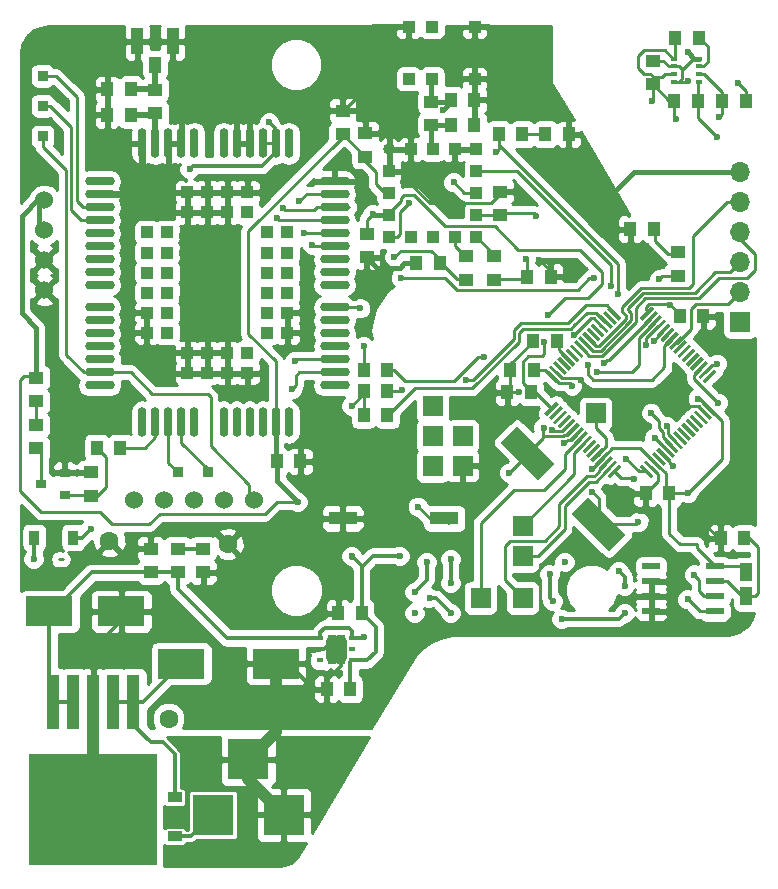
<source format=gbr>
G04 #@! TF.FileFunction,Copper,L1,Top,Signal*
%FSLAX46Y46*%
G04 Gerber Fmt 4.6, Leading zero omitted, Abs format (unit mm)*
G04 Created by KiCad (PCBNEW 4.0.7-e2-6376~58~ubuntu16.04.1) date Tue Dec  5 16:52:33 2017*
%MOMM*%
%LPD*%
G01*
G04 APERTURE LIST*
%ADD10C,0.100000*%
%ADD11R,1.700000X1.700000*%
%ADD12C,1.600000*%
%ADD13R,1.000000X1.250000*%
%ADD14R,1.250000X1.000000*%
%ADD15R,4.000000X2.500000*%
%ADD16R,0.900000X1.200000*%
%ADD17R,1.200000X0.900000*%
%ADD18R,0.850000X0.850000*%
%ADD19O,1.700000X1.700000*%
%ADD20R,3.500000X3.500000*%
%ADD21R,1.000000X2.200000*%
%ADD22R,1.000000X1.400000*%
%ADD23R,0.900000X0.800000*%
%ADD24R,1.000000X1.524000*%
%ADD25R,2.440000X1.120000*%
%ADD26C,1.524000*%
%ADD27R,1.000000X1.000000*%
%ADD28O,0.750000X2.500000*%
%ADD29O,2.500000X0.750000*%
%ADD30O,1.000000X1.000000*%
%ADD31R,0.630000X0.450000*%
%ADD32R,0.750000X1.300000*%
%ADD33R,1.100000X4.600000*%
%ADD34R,10.800000X9.400000*%
%ADD35R,5.250000X4.550000*%
%ADD36R,0.500000X0.350000*%
%ADD37R,1.550000X0.600000*%
%ADD38C,0.600000*%
%ADD39C,0.300000*%
%ADD40C,0.250000*%
%ADD41C,0.350000*%
%ADD42C,1.000000*%
%ADD43C,0.400000*%
%ADD44C,0.500000*%
%ADD45C,0.254000*%
G04 APERTURE END LIST*
D10*
G36*
X177332932Y-87196899D02*
X177120800Y-86984767D01*
X178110750Y-85994817D01*
X178322882Y-86206949D01*
X177332932Y-87196899D01*
X177332932Y-87196899D01*
G37*
G36*
X177686485Y-87550453D02*
X177474353Y-87338321D01*
X178464303Y-86348371D01*
X178676435Y-86560503D01*
X177686485Y-87550453D01*
X177686485Y-87550453D01*
G37*
G36*
X178040039Y-87904006D02*
X177827907Y-87691874D01*
X178817857Y-86701924D01*
X179029989Y-86914056D01*
X178040039Y-87904006D01*
X178040039Y-87904006D01*
G37*
G36*
X178393592Y-88257559D02*
X178181460Y-88045427D01*
X179171410Y-87055477D01*
X179383542Y-87267609D01*
X178393592Y-88257559D01*
X178393592Y-88257559D01*
G37*
G36*
X178747145Y-88611113D02*
X178535013Y-88398981D01*
X179524963Y-87409031D01*
X179737095Y-87621163D01*
X178747145Y-88611113D01*
X178747145Y-88611113D01*
G37*
G36*
X179100699Y-88964666D02*
X178888567Y-88752534D01*
X179878517Y-87762584D01*
X180090649Y-87974716D01*
X179100699Y-88964666D01*
X179100699Y-88964666D01*
G37*
G36*
X179454252Y-89318220D02*
X179242120Y-89106088D01*
X180232070Y-88116138D01*
X180444202Y-88328270D01*
X179454252Y-89318220D01*
X179454252Y-89318220D01*
G37*
G36*
X179807806Y-89671773D02*
X179595674Y-89459641D01*
X180585624Y-88469691D01*
X180797756Y-88681823D01*
X179807806Y-89671773D01*
X179807806Y-89671773D01*
G37*
G36*
X180161359Y-90025326D02*
X179949227Y-89813194D01*
X180939177Y-88823244D01*
X181151309Y-89035376D01*
X180161359Y-90025326D01*
X180161359Y-90025326D01*
G37*
G36*
X180514912Y-90378880D02*
X180302780Y-90166748D01*
X181292730Y-89176798D01*
X181504862Y-89388930D01*
X180514912Y-90378880D01*
X180514912Y-90378880D01*
G37*
G36*
X180868466Y-90732433D02*
X180656334Y-90520301D01*
X181646284Y-89530351D01*
X181858416Y-89742483D01*
X180868466Y-90732433D01*
X180868466Y-90732433D01*
G37*
G36*
X181222019Y-91085987D02*
X181009887Y-90873855D01*
X181999837Y-89883905D01*
X182211969Y-90096037D01*
X181222019Y-91085987D01*
X181222019Y-91085987D01*
G37*
G36*
X181575573Y-91439540D02*
X181363441Y-91227408D01*
X182353391Y-90237458D01*
X182565523Y-90449590D01*
X181575573Y-91439540D01*
X181575573Y-91439540D01*
G37*
G36*
X181929126Y-91793093D02*
X181716994Y-91580961D01*
X182706944Y-90591011D01*
X182919076Y-90803143D01*
X181929126Y-91793093D01*
X181929126Y-91793093D01*
G37*
G36*
X182282679Y-92146647D02*
X182070547Y-91934515D01*
X183060497Y-90944565D01*
X183272629Y-91156697D01*
X182282679Y-92146647D01*
X182282679Y-92146647D01*
G37*
G36*
X182636233Y-92500200D02*
X182424101Y-92288068D01*
X183414051Y-91298118D01*
X183626183Y-91510250D01*
X182636233Y-92500200D01*
X182636233Y-92500200D01*
G37*
G36*
X186383899Y-92288068D02*
X186171767Y-92500200D01*
X185181817Y-91510250D01*
X185393949Y-91298118D01*
X186383899Y-92288068D01*
X186383899Y-92288068D01*
G37*
G36*
X186737453Y-91934515D02*
X186525321Y-92146647D01*
X185535371Y-91156697D01*
X185747503Y-90944565D01*
X186737453Y-91934515D01*
X186737453Y-91934515D01*
G37*
G36*
X187091006Y-91580961D02*
X186878874Y-91793093D01*
X185888924Y-90803143D01*
X186101056Y-90591011D01*
X187091006Y-91580961D01*
X187091006Y-91580961D01*
G37*
G36*
X187444559Y-91227408D02*
X187232427Y-91439540D01*
X186242477Y-90449590D01*
X186454609Y-90237458D01*
X187444559Y-91227408D01*
X187444559Y-91227408D01*
G37*
G36*
X187798113Y-90873855D02*
X187585981Y-91085987D01*
X186596031Y-90096037D01*
X186808163Y-89883905D01*
X187798113Y-90873855D01*
X187798113Y-90873855D01*
G37*
G36*
X188151666Y-90520301D02*
X187939534Y-90732433D01*
X186949584Y-89742483D01*
X187161716Y-89530351D01*
X188151666Y-90520301D01*
X188151666Y-90520301D01*
G37*
G36*
X188505220Y-90166748D02*
X188293088Y-90378880D01*
X187303138Y-89388930D01*
X187515270Y-89176798D01*
X188505220Y-90166748D01*
X188505220Y-90166748D01*
G37*
G36*
X188858773Y-89813194D02*
X188646641Y-90025326D01*
X187656691Y-89035376D01*
X187868823Y-88823244D01*
X188858773Y-89813194D01*
X188858773Y-89813194D01*
G37*
G36*
X189212326Y-89459641D02*
X189000194Y-89671773D01*
X188010244Y-88681823D01*
X188222376Y-88469691D01*
X189212326Y-89459641D01*
X189212326Y-89459641D01*
G37*
G36*
X189565880Y-89106088D02*
X189353748Y-89318220D01*
X188363798Y-88328270D01*
X188575930Y-88116138D01*
X189565880Y-89106088D01*
X189565880Y-89106088D01*
G37*
G36*
X189919433Y-88752534D02*
X189707301Y-88964666D01*
X188717351Y-87974716D01*
X188929483Y-87762584D01*
X189919433Y-88752534D01*
X189919433Y-88752534D01*
G37*
G36*
X190272987Y-88398981D02*
X190060855Y-88611113D01*
X189070905Y-87621163D01*
X189283037Y-87409031D01*
X190272987Y-88398981D01*
X190272987Y-88398981D01*
G37*
G36*
X190626540Y-88045427D02*
X190414408Y-88257559D01*
X189424458Y-87267609D01*
X189636590Y-87055477D01*
X190626540Y-88045427D01*
X190626540Y-88045427D01*
G37*
G36*
X190980093Y-87691874D02*
X190767961Y-87904006D01*
X189778011Y-86914056D01*
X189990143Y-86701924D01*
X190980093Y-87691874D01*
X190980093Y-87691874D01*
G37*
G36*
X191333647Y-87338321D02*
X191121515Y-87550453D01*
X190131565Y-86560503D01*
X190343697Y-86348371D01*
X191333647Y-87338321D01*
X191333647Y-87338321D01*
G37*
G36*
X191687200Y-86984767D02*
X191475068Y-87196899D01*
X190485118Y-86206949D01*
X190697250Y-85994817D01*
X191687200Y-86984767D01*
X191687200Y-86984767D01*
G37*
G36*
X190697250Y-84439183D02*
X190485118Y-84227051D01*
X191475068Y-83237101D01*
X191687200Y-83449233D01*
X190697250Y-84439183D01*
X190697250Y-84439183D01*
G37*
G36*
X190343697Y-84085629D02*
X190131565Y-83873497D01*
X191121515Y-82883547D01*
X191333647Y-83095679D01*
X190343697Y-84085629D01*
X190343697Y-84085629D01*
G37*
G36*
X189990143Y-83732076D02*
X189778011Y-83519944D01*
X190767961Y-82529994D01*
X190980093Y-82742126D01*
X189990143Y-83732076D01*
X189990143Y-83732076D01*
G37*
G36*
X189636590Y-83378523D02*
X189424458Y-83166391D01*
X190414408Y-82176441D01*
X190626540Y-82388573D01*
X189636590Y-83378523D01*
X189636590Y-83378523D01*
G37*
G36*
X189283037Y-83024969D02*
X189070905Y-82812837D01*
X190060855Y-81822887D01*
X190272987Y-82035019D01*
X189283037Y-83024969D01*
X189283037Y-83024969D01*
G37*
G36*
X188929483Y-82671416D02*
X188717351Y-82459284D01*
X189707301Y-81469334D01*
X189919433Y-81681466D01*
X188929483Y-82671416D01*
X188929483Y-82671416D01*
G37*
G36*
X188575930Y-82317862D02*
X188363798Y-82105730D01*
X189353748Y-81115780D01*
X189565880Y-81327912D01*
X188575930Y-82317862D01*
X188575930Y-82317862D01*
G37*
G36*
X188222376Y-81964309D02*
X188010244Y-81752177D01*
X189000194Y-80762227D01*
X189212326Y-80974359D01*
X188222376Y-81964309D01*
X188222376Y-81964309D01*
G37*
G36*
X187868823Y-81610756D02*
X187656691Y-81398624D01*
X188646641Y-80408674D01*
X188858773Y-80620806D01*
X187868823Y-81610756D01*
X187868823Y-81610756D01*
G37*
G36*
X187515270Y-81257202D02*
X187303138Y-81045070D01*
X188293088Y-80055120D01*
X188505220Y-80267252D01*
X187515270Y-81257202D01*
X187515270Y-81257202D01*
G37*
G36*
X187161716Y-80903649D02*
X186949584Y-80691517D01*
X187939534Y-79701567D01*
X188151666Y-79913699D01*
X187161716Y-80903649D01*
X187161716Y-80903649D01*
G37*
G36*
X186808163Y-80550095D02*
X186596031Y-80337963D01*
X187585981Y-79348013D01*
X187798113Y-79560145D01*
X186808163Y-80550095D01*
X186808163Y-80550095D01*
G37*
G36*
X186454609Y-80196542D02*
X186242477Y-79984410D01*
X187232427Y-78994460D01*
X187444559Y-79206592D01*
X186454609Y-80196542D01*
X186454609Y-80196542D01*
G37*
G36*
X186101056Y-79842989D02*
X185888924Y-79630857D01*
X186878874Y-78640907D01*
X187091006Y-78853039D01*
X186101056Y-79842989D01*
X186101056Y-79842989D01*
G37*
G36*
X185747503Y-79489435D02*
X185535371Y-79277303D01*
X186525321Y-78287353D01*
X186737453Y-78499485D01*
X185747503Y-79489435D01*
X185747503Y-79489435D01*
G37*
G36*
X185393949Y-79135882D02*
X185181817Y-78923750D01*
X186171767Y-77933800D01*
X186383899Y-78145932D01*
X185393949Y-79135882D01*
X185393949Y-79135882D01*
G37*
G36*
X183626183Y-78923750D02*
X183414051Y-79135882D01*
X182424101Y-78145932D01*
X182636233Y-77933800D01*
X183626183Y-78923750D01*
X183626183Y-78923750D01*
G37*
G36*
X183272629Y-79277303D02*
X183060497Y-79489435D01*
X182070547Y-78499485D01*
X182282679Y-78287353D01*
X183272629Y-79277303D01*
X183272629Y-79277303D01*
G37*
G36*
X182919076Y-79630857D02*
X182706944Y-79842989D01*
X181716994Y-78853039D01*
X181929126Y-78640907D01*
X182919076Y-79630857D01*
X182919076Y-79630857D01*
G37*
G36*
X182565523Y-79984410D02*
X182353391Y-80196542D01*
X181363441Y-79206592D01*
X181575573Y-78994460D01*
X182565523Y-79984410D01*
X182565523Y-79984410D01*
G37*
G36*
X182211969Y-80337963D02*
X181999837Y-80550095D01*
X181009887Y-79560145D01*
X181222019Y-79348013D01*
X182211969Y-80337963D01*
X182211969Y-80337963D01*
G37*
G36*
X181858416Y-80691517D02*
X181646284Y-80903649D01*
X180656334Y-79913699D01*
X180868466Y-79701567D01*
X181858416Y-80691517D01*
X181858416Y-80691517D01*
G37*
G36*
X181504862Y-81045070D02*
X181292730Y-81257202D01*
X180302780Y-80267252D01*
X180514912Y-80055120D01*
X181504862Y-81045070D01*
X181504862Y-81045070D01*
G37*
G36*
X181151309Y-81398624D02*
X180939177Y-81610756D01*
X179949227Y-80620806D01*
X180161359Y-80408674D01*
X181151309Y-81398624D01*
X181151309Y-81398624D01*
G37*
G36*
X180797756Y-81752177D02*
X180585624Y-81964309D01*
X179595674Y-80974359D01*
X179807806Y-80762227D01*
X180797756Y-81752177D01*
X180797756Y-81752177D01*
G37*
G36*
X180444202Y-82105730D02*
X180232070Y-82317862D01*
X179242120Y-81327912D01*
X179454252Y-81115780D01*
X180444202Y-82105730D01*
X180444202Y-82105730D01*
G37*
G36*
X180090649Y-82459284D02*
X179878517Y-82671416D01*
X178888567Y-81681466D01*
X179100699Y-81469334D01*
X180090649Y-82459284D01*
X180090649Y-82459284D01*
G37*
G36*
X179737095Y-82812837D02*
X179524963Y-83024969D01*
X178535013Y-82035019D01*
X178747145Y-81822887D01*
X179737095Y-82812837D01*
X179737095Y-82812837D01*
G37*
G36*
X179383542Y-83166391D02*
X179171410Y-83378523D01*
X178181460Y-82388573D01*
X178393592Y-82176441D01*
X179383542Y-83166391D01*
X179383542Y-83166391D01*
G37*
G36*
X179029989Y-83519944D02*
X178817857Y-83732076D01*
X177827907Y-82742126D01*
X178040039Y-82529994D01*
X179029989Y-83519944D01*
X179029989Y-83519944D01*
G37*
G36*
X178676435Y-83873497D02*
X178464303Y-84085629D01*
X177474353Y-83095679D01*
X177686485Y-82883547D01*
X178676435Y-83873497D01*
X178676435Y-83873497D01*
G37*
G36*
X178322882Y-84227051D02*
X178110750Y-84439183D01*
X177120800Y-83449233D01*
X177332932Y-83237101D01*
X178322882Y-84227051D01*
X178322882Y-84227051D01*
G37*
D11*
X170180000Y-88900000D03*
D12*
X150288000Y-98077000D03*
X140288000Y-97827000D03*
X145288000Y-112827000D03*
D13*
X175980600Y-85217000D03*
X173980600Y-85217000D03*
X174234600Y-83286600D03*
X176234600Y-83286600D03*
X187690000Y-93751400D03*
X185690000Y-93751400D03*
X154448000Y-91059000D03*
X156448000Y-91059000D03*
X190560200Y-78765400D03*
X188560200Y-78765400D03*
X140097000Y-61722000D03*
X142097000Y-61722000D03*
X140097000Y-59563000D03*
X142097000Y-59563000D03*
D14*
X160020000Y-63357000D03*
X160020000Y-61357000D03*
X162052000Y-71771000D03*
X162052000Y-73771000D03*
X161925000Y-65262000D03*
X161925000Y-63262000D03*
D13*
X168259000Y-74295000D03*
X166259000Y-74295000D03*
X175631600Y-75438000D03*
X177631600Y-75438000D03*
D15*
X146368000Y-108178600D03*
X154368000Y-108178600D03*
D14*
X173355000Y-70215000D03*
X173355000Y-68215000D03*
X186283600Y-59140600D03*
X186283600Y-57140600D03*
D13*
X161655000Y-103911400D03*
X159655000Y-103911400D03*
X160689800Y-110337600D03*
X158689800Y-110337600D03*
D14*
X143764000Y-100441000D03*
X143764000Y-98441000D03*
X167513000Y-60595000D03*
X167513000Y-62595000D03*
D16*
X137209800Y-97510600D03*
X133909800Y-97510600D03*
D13*
X179181000Y-63373000D03*
X177181000Y-63373000D03*
D17*
X145821400Y-119508000D03*
X145821400Y-122808000D03*
D14*
X148209000Y-100441000D03*
X148209000Y-98441000D03*
X134100000Y-85960000D03*
X134100000Y-83960000D03*
D18*
X134620000Y-58420000D03*
X134620000Y-60960000D03*
X146050000Y-91948000D03*
X148590000Y-91948000D03*
D11*
X193675000Y-79248000D03*
D19*
X193675000Y-76708000D03*
X193675000Y-74168000D03*
X193675000Y-71628000D03*
X193675000Y-69088000D03*
X193675000Y-66548000D03*
D11*
X167640000Y-88900000D03*
D20*
X149047200Y-120980200D03*
X155047200Y-120980200D03*
X152047200Y-116280200D03*
D11*
X170180000Y-91440000D03*
X167640000Y-86360000D03*
X167640000Y-91440000D03*
D14*
X170434000Y-73676000D03*
X170434000Y-75676000D03*
X172847000Y-73676000D03*
X172847000Y-75676000D03*
D13*
X171180000Y-60452000D03*
X169180000Y-60452000D03*
X171180000Y-62611000D03*
X169180000Y-62611000D03*
D21*
X142645000Y-55499000D03*
D22*
X144145000Y-57499000D03*
D21*
X145645000Y-55499000D03*
D23*
X136509000Y-93914000D03*
X136509000Y-92014000D03*
X134509000Y-92964000D03*
D13*
X173244000Y-63373000D03*
X175244000Y-63373000D03*
X194040000Y-97561400D03*
X192040000Y-97561400D03*
D14*
X146050000Y-100441000D03*
X146050000Y-98441000D03*
D13*
X192141600Y-60566300D03*
X194141600Y-60566300D03*
X190115700Y-60540900D03*
X188115700Y-60540900D03*
X190166500Y-55168800D03*
X188166500Y-55168800D03*
D14*
X134100000Y-89960000D03*
X134100000Y-87960000D03*
D13*
X163814000Y-83312000D03*
X161814000Y-83312000D03*
X163814000Y-87122000D03*
X161814000Y-87122000D03*
X163814000Y-85090000D03*
X161814000Y-85090000D03*
D14*
X144145000Y-59579000D03*
X144145000Y-61579000D03*
X138684000Y-91964000D03*
X138684000Y-93964000D03*
D13*
X141208000Y-89916000D03*
X139208000Y-89916000D03*
X176139600Y-80873600D03*
X178139600Y-80873600D03*
D24*
X194183000Y-102489000D03*
X194183000Y-100457000D03*
D25*
X160033000Y-95885000D03*
X168643000Y-95885000D03*
D26*
X134759700Y-68948300D03*
X134759700Y-71488300D03*
X134759700Y-74028300D03*
X134759700Y-76568300D03*
X142379700Y-94348300D03*
X144919700Y-94348300D03*
X147459700Y-94348300D03*
X149999700Y-94348300D03*
X152539700Y-94348300D03*
D27*
X148556000Y-83577000D03*
X146856000Y-83577000D03*
X146856000Y-81877000D03*
X148556000Y-81877000D03*
X148556000Y-68277000D03*
X148556000Y-69977000D03*
X146856000Y-68277000D03*
X146856000Y-69977000D03*
X143456000Y-80177000D03*
X145156000Y-80177000D03*
X143456000Y-78477000D03*
X145156000Y-78477000D03*
X143456000Y-76777000D03*
X145156000Y-76777000D03*
X143456000Y-75077000D03*
X145156000Y-75077000D03*
X143456000Y-73377000D03*
X145156000Y-73377000D03*
X143456000Y-71677000D03*
D28*
X155456000Y-87727000D03*
X154356000Y-87727000D03*
X153256000Y-87727000D03*
X152156000Y-87727000D03*
X151056000Y-87727000D03*
X149956000Y-87727000D03*
X147456000Y-87727000D03*
X146356000Y-87727000D03*
X145256000Y-87727000D03*
X144156000Y-87727000D03*
X143056000Y-87727000D03*
D29*
X159356000Y-84627000D03*
X159356000Y-83527000D03*
X159356000Y-82427000D03*
X159356000Y-81327000D03*
X159356000Y-80227000D03*
X159356000Y-79127000D03*
X159356000Y-78027000D03*
X159356000Y-76127000D03*
X159356000Y-75027000D03*
X159356000Y-73927000D03*
X159356000Y-72827000D03*
X159356000Y-71727000D03*
X159356000Y-70627000D03*
X159356000Y-69527000D03*
X159356000Y-68427000D03*
X159356000Y-67327000D03*
D28*
X143056000Y-64127000D03*
X144156000Y-64127000D03*
X145256000Y-64127000D03*
X146356000Y-64127000D03*
X147456000Y-64127000D03*
X149956000Y-64127000D03*
X151056000Y-64127000D03*
X152156000Y-64127000D03*
X153256000Y-64127000D03*
X154356000Y-64127000D03*
X155456000Y-64127000D03*
D29*
X139456000Y-67327000D03*
X139456000Y-68427000D03*
X139456000Y-69527000D03*
X139456000Y-70627000D03*
X139456000Y-71727000D03*
X139456000Y-72827000D03*
X139456000Y-73927000D03*
X139456000Y-75027000D03*
X139456000Y-76127000D03*
X139456000Y-78027000D03*
X139456000Y-79127000D03*
X139456000Y-80227000D03*
X139456000Y-81327000D03*
X139456000Y-82427000D03*
X139456000Y-83527000D03*
X139456000Y-84627000D03*
D27*
X153656000Y-71677000D03*
X155356000Y-71677000D03*
X153656000Y-73377000D03*
X155356000Y-73377000D03*
X153656000Y-75077000D03*
X155356000Y-75077000D03*
X153656000Y-76777000D03*
X155356000Y-76777000D03*
X153656000Y-78477000D03*
X155356000Y-78477000D03*
X153656000Y-80177000D03*
X155356000Y-80177000D03*
X151956000Y-69977000D03*
X151956000Y-68277000D03*
X150256000Y-69977000D03*
X150256000Y-68277000D03*
X150256000Y-81877000D03*
X151956000Y-81877000D03*
X151956000Y-83577000D03*
X150256000Y-83577000D03*
X145156000Y-71677000D03*
D30*
X163957000Y-64643000D03*
D27*
X165807000Y-64643000D03*
X167657000Y-64643000D03*
X171357000Y-64643000D03*
X169507000Y-64643000D03*
X171357000Y-66493000D03*
X171357000Y-68343000D03*
X171357000Y-70193000D03*
X171357000Y-72043000D03*
X169507000Y-72043000D03*
X167657000Y-72043000D03*
X165807000Y-72043000D03*
X163957000Y-72043000D03*
X163957000Y-70193000D03*
X163957000Y-68343000D03*
X163957000Y-66493000D03*
D31*
X158146600Y-106009400D03*
X158146600Y-106959400D03*
X158146600Y-107909400D03*
X160826600Y-107909400D03*
X160826600Y-106959400D03*
X160826600Y-106009400D03*
D32*
X159861600Y-107609400D03*
X159861600Y-106309400D03*
X159111600Y-107609400D03*
X159111600Y-106309400D03*
D33*
X142312600Y-111395200D03*
X140612600Y-111395200D03*
X138912600Y-111395200D03*
X137212600Y-111395200D03*
X135512600Y-111395200D03*
D34*
X138912600Y-120545200D03*
D35*
X136137600Y-122970200D03*
X141687600Y-118120200D03*
X141687600Y-122970200D03*
X136137600Y-118120200D03*
D36*
X190165800Y-56959500D03*
X190165800Y-57609500D03*
X190165800Y-58259500D03*
X190165800Y-58909500D03*
X188115800Y-58909500D03*
X188115800Y-58259500D03*
X188115800Y-57609500D03*
X188115800Y-56959500D03*
D27*
X165608000Y-58674000D03*
X167608000Y-58674000D03*
X171208000Y-58674000D03*
X171208000Y-54274000D03*
X167608000Y-54274000D03*
X165608000Y-54274000D03*
D13*
X184394600Y-71399400D03*
X186394600Y-71399400D03*
D11*
X175260000Y-96520000D03*
X175260000Y-99060000D03*
X171704000Y-102616000D03*
X181457600Y-86995000D03*
X175260000Y-102616000D03*
D14*
X188391800Y-73320400D03*
X188391800Y-75320400D03*
D10*
G36*
X183992301Y-97259487D02*
X182578087Y-98673701D01*
X179396107Y-95491721D01*
X180810321Y-94077507D01*
X183992301Y-97259487D01*
X183992301Y-97259487D01*
G37*
G36*
X177981893Y-91249079D02*
X176567679Y-92663293D01*
X173385699Y-89481313D01*
X174799913Y-88067099D01*
X177981893Y-91249079D01*
X177981893Y-91249079D01*
G37*
D37*
X186149000Y-99949000D03*
X186149000Y-101219000D03*
X186149000Y-102489000D03*
X186149000Y-103759000D03*
X191549000Y-103759000D03*
X191549000Y-102489000D03*
X191549000Y-101219000D03*
X191549000Y-99949000D03*
D18*
X134620000Y-63525400D03*
D15*
X135202200Y-103759000D03*
X141302200Y-103759000D03*
D38*
X183388000Y-100330000D03*
X178816000Y-99568000D03*
X177546000Y-100584000D03*
X177800000Y-102870000D03*
X178562000Y-104394000D03*
X183896000Y-103886000D03*
X183896000Y-101600000D03*
X166116000Y-103886000D03*
X167386000Y-102616000D03*
X169164000Y-103886000D03*
X169164000Y-101346000D03*
X169164000Y-99314000D03*
X167132000Y-99568000D03*
X166116000Y-102108000D03*
X133858000Y-99314000D03*
X175260000Y-61468000D03*
X177800000Y-60706000D03*
X177038000Y-58674000D03*
X190500000Y-96215200D03*
X190728600Y-94538800D03*
X189255400Y-96240600D03*
X171881800Y-85826600D03*
X172135800Y-86995000D03*
X172161200Y-88392000D03*
X172262800Y-89611200D03*
X172186600Y-90805000D03*
X161798000Y-75184000D03*
X189230000Y-56388000D03*
X189242700Y-58877200D03*
X180784500Y-65786000D03*
X177355500Y-66103500D03*
X180022500Y-67881500D03*
X181038500Y-70167500D03*
X188506100Y-84924900D03*
X183845200Y-87299800D03*
X190258700Y-80670400D03*
X165023800Y-85026500D03*
X182372000Y-71564500D03*
X174929800Y-85166200D03*
X176657000Y-73964800D03*
X182194200Y-82727800D03*
X185293000Y-95250000D03*
X180187600Y-84201000D03*
X143637000Y-82296000D03*
X146812000Y-79629000D03*
X150749000Y-79629000D03*
X150622000Y-77470000D03*
X146431000Y-77343000D03*
X146558000Y-75311000D03*
X150495000Y-75311000D03*
X150622000Y-73025000D03*
X146431000Y-73406000D03*
X146431000Y-72009000D03*
X151003000Y-72009000D03*
X156972000Y-80391000D03*
X156718000Y-74422000D03*
X156972000Y-77597000D03*
X141732000Y-68707000D03*
X143002000Y-69723000D03*
X144526000Y-66802000D03*
X143002000Y-66802000D03*
X172847000Y-59817000D03*
X174117000Y-58674000D03*
X165735000Y-62865000D03*
X165481000Y-60833000D03*
X163830000Y-61722000D03*
X162433000Y-60833000D03*
X161290000Y-59055000D03*
X163703000Y-58420000D03*
X162306000Y-56642000D03*
X160020000Y-57785000D03*
X159766000Y-55118000D03*
X162306000Y-54610000D03*
X173609000Y-57404000D03*
X161645600Y-66903600D03*
X165773100Y-66446400D03*
X177787300Y-88392000D03*
X181152800Y-93637100D03*
X185077100Y-96151700D03*
X177038000Y-88188800D03*
X174117000Y-92011500D03*
X147066000Y-66294000D03*
X138684000Y-96774000D03*
X177419000Y-78689200D03*
X177114200Y-80975200D03*
X153784300Y-62344300D03*
X162560000Y-70104000D03*
X161798000Y-105918000D03*
X164388800Y-73761600D03*
X175539400Y-73914000D03*
X186436000Y-89052400D03*
X176428400Y-70256400D03*
X186131200Y-86944200D03*
X169418000Y-67437000D03*
X168529000Y-61341000D03*
X170484800Y-84124800D03*
X181584600Y-83489800D03*
X178752500Y-89535000D03*
X166395400Y-94894400D03*
X187985400Y-91440000D03*
X183311800Y-76860400D03*
X165620700Y-69202300D03*
X172974000Y-64897000D03*
X191858900Y-61912500D03*
X191795400Y-86080600D03*
X189230000Y-102743000D03*
X191757300Y-63627000D03*
X189788800Y-100634800D03*
X191719200Y-82778600D03*
X179578000Y-80391000D03*
X172034200Y-82219800D03*
X184048400Y-90855800D03*
X184683400Y-92506800D03*
X180771800Y-82905600D03*
X187502800Y-88087200D03*
X182727600Y-76200000D03*
X161798000Y-81280000D03*
X155956000Y-82550000D03*
X155702000Y-84963000D03*
X160782000Y-86360000D03*
X185750200Y-81229200D03*
X181279800Y-75488800D03*
X161518600Y-78105000D03*
X164947600Y-75514200D03*
X164846000Y-99060000D03*
X186258200Y-60515500D03*
X188252100Y-62052200D03*
X193509900Y-59042300D03*
X187731400Y-77774800D03*
X190093600Y-85750400D03*
X189255400Y-93751400D03*
X179451000Y-84658200D03*
X181152800Y-91668600D03*
X160782000Y-99060000D03*
X156210000Y-94488000D03*
X157429200Y-72745600D03*
X156718000Y-71678800D03*
X154508200Y-70459600D03*
X154990800Y-69621400D03*
X156362400Y-69037200D03*
X186410600Y-80822800D03*
X186817000Y-75615800D03*
D39*
X177546000Y-102616000D02*
X177546000Y-100584000D01*
X177800000Y-102870000D02*
X177546000Y-102616000D01*
X183388000Y-104394000D02*
X178562000Y-104394000D01*
X183896000Y-103886000D02*
X183388000Y-104394000D01*
X183896000Y-100838000D02*
X183896000Y-101600000D01*
X183896000Y-100838000D02*
X183388000Y-100330000D01*
X167386000Y-102616000D02*
X167894000Y-102616000D01*
X169164000Y-103886000D02*
X167894000Y-102616000D01*
X169164000Y-99314000D02*
X169164000Y-101346000D01*
X167132000Y-101092000D02*
X167132000Y-99568000D01*
X166116000Y-102108000D02*
X167132000Y-101092000D01*
D40*
X136000000Y-99360000D02*
X136317000Y-99360000D01*
D41*
X133909800Y-97510600D02*
X133909800Y-99262200D01*
X133909800Y-99262200D02*
X133858000Y-99314000D01*
D42*
X159111600Y-106309400D02*
X159111600Y-107609400D01*
X159111600Y-107609400D02*
X159861600Y-107609400D01*
X159861600Y-107609400D02*
X159861600Y-106309400D01*
X159861600Y-106309400D02*
X159111600Y-106309400D01*
X152047200Y-116280200D02*
X152047200Y-117980200D01*
X152047200Y-117980200D02*
X155047200Y-120980200D01*
X154368000Y-108178600D02*
X154368000Y-113959400D01*
X154368000Y-113959400D02*
X152047200Y-116280200D01*
X138912600Y-111395200D02*
X138912600Y-120545200D01*
D41*
X152047200Y-117980200D02*
X155047200Y-120980200D01*
X158146600Y-106959400D02*
X158461600Y-106959400D01*
X158461600Y-106959400D02*
X159111600Y-106309400D01*
X158689800Y-110337600D02*
X158689800Y-109534200D01*
X159861600Y-108362400D02*
X159861600Y-107609400D01*
X158689800Y-109534200D02*
X159861600Y-108362400D01*
X154368000Y-108178600D02*
X155422600Y-108178600D01*
X155422600Y-108178600D02*
X157581600Y-110337600D01*
X157581600Y-110337600D02*
X158689800Y-110337600D01*
X138912600Y-111395200D02*
X138912600Y-106959400D01*
X138912600Y-106959400D02*
X141302200Y-104569800D01*
X141302200Y-104569800D02*
X141302200Y-103759000D01*
D39*
X176276000Y-60452000D02*
X176276000Y-60198000D01*
X175260000Y-61468000D02*
X176276000Y-60452000D01*
X177800000Y-59436000D02*
X177800000Y-60706000D01*
X177038000Y-58674000D02*
X177800000Y-59436000D01*
D40*
X192040000Y-97561400D02*
X191846200Y-97561400D01*
X191846200Y-97561400D02*
X190500000Y-96215200D01*
X190728600Y-94538800D02*
X189255400Y-96012000D01*
X189255400Y-96012000D02*
X189255400Y-96240600D01*
X170180000Y-91440000D02*
X171551600Y-91440000D01*
X171881800Y-86741000D02*
X171881800Y-85826600D01*
X172135800Y-86995000D02*
X171881800Y-86741000D01*
X172161200Y-89509600D02*
X172161200Y-88392000D01*
X172262800Y-89611200D02*
X172161200Y-89509600D01*
X171551600Y-91440000D02*
X172186600Y-90805000D01*
X136509000Y-92014000D02*
X138634000Y-92014000D01*
X138634000Y-92014000D02*
X138684000Y-91964000D01*
D43*
X162052000Y-73771000D02*
X162052000Y-74930000D01*
X162052000Y-74930000D02*
X161798000Y-75184000D01*
X166259000Y-74295000D02*
X165227000Y-74295000D01*
X162957000Y-74676000D02*
X162052000Y-73771000D01*
X164846000Y-74676000D02*
X162957000Y-74676000D01*
X165227000Y-74295000D02*
X164846000Y-74676000D01*
X189801500Y-56959500D02*
X190165800Y-56959500D01*
X189230000Y-56388000D02*
X189801500Y-56959500D01*
X193675000Y-66548000D02*
X184658000Y-66548000D01*
X184658000Y-66548000D02*
X181038500Y-70167500D01*
D40*
X188115800Y-58909500D02*
X189210400Y-58909500D01*
X189210400Y-58909500D02*
X189242700Y-58877200D01*
X186283600Y-57140600D02*
X187158600Y-57140600D01*
X187627500Y-57609500D02*
X188115800Y-57609500D01*
X187158600Y-57140600D02*
X187627500Y-57609500D01*
X188747400Y-57886600D02*
X188760100Y-57886600D01*
X189687200Y-56959500D02*
X190165800Y-56959500D01*
X188760100Y-57886600D02*
X189687200Y-56959500D01*
X188115800Y-57609500D02*
X188483000Y-57609500D01*
X188537300Y-58909500D02*
X188115800Y-58909500D01*
X188747400Y-58699400D02*
X188537300Y-58909500D01*
X188747400Y-57873900D02*
X188747400Y-57886600D01*
X188747400Y-57886600D02*
X188747400Y-58699400D01*
X188483000Y-57609500D02*
X188747400Y-57873900D01*
D43*
X180784500Y-65786000D02*
X180467000Y-66103500D01*
X180467000Y-66103500D02*
X177355500Y-66103500D01*
X180022500Y-67881500D02*
X181038500Y-68897500D01*
X181038500Y-68897500D02*
X181038500Y-70167500D01*
D40*
X188115800Y-58909500D02*
X187979600Y-58909500D01*
X190732606Y-86949412D02*
X190732606Y-86922806D01*
X190732606Y-86922806D02*
X190195200Y-86385400D01*
X188506100Y-85864700D02*
X188506100Y-84924900D01*
X189026800Y-86385400D02*
X188506100Y-85864700D01*
X190195200Y-86385400D02*
X189026800Y-86385400D01*
X190560200Y-78765400D02*
X190560200Y-80368900D01*
X190560200Y-80368900D02*
X190258700Y-80670400D01*
X163814000Y-85090000D02*
X164960300Y-85090000D01*
X164960300Y-85090000D02*
X165023800Y-85026500D01*
X176123600Y-80949800D02*
X176443600Y-80949800D01*
X174234600Y-82838800D02*
X176123600Y-80949800D01*
D43*
X182562500Y-71374000D02*
X184320000Y-71374000D01*
X182372000Y-71564500D02*
X182562500Y-71374000D01*
D40*
X174234600Y-84963000D02*
X173980600Y-85217000D01*
X174879000Y-85217000D02*
X173980600Y-85217000D01*
X174929800Y-85166200D02*
X174879000Y-85217000D01*
X177631600Y-75438000D02*
X177631600Y-74939400D01*
X177631600Y-74939400D02*
X176657000Y-73964800D01*
X190560200Y-78765400D02*
X190601600Y-78765400D01*
X190683012Y-86949412D02*
X190732606Y-86949412D01*
X186136412Y-78888394D02*
X186136412Y-78937988D01*
X186136412Y-78937988D02*
X182600600Y-82473800D01*
X182600600Y-82473800D02*
X182448200Y-82473800D01*
X182448200Y-82473800D02*
X182194200Y-82727800D01*
X185690000Y-93751400D02*
X185690000Y-93735400D01*
X185690000Y-93735400D02*
X186740800Y-92684600D01*
X186740800Y-92149994D02*
X186136412Y-91545606D01*
X186740800Y-92684600D02*
X186740800Y-92149994D01*
X185293000Y-95250000D02*
X185690000Y-94853000D01*
X185690000Y-94853000D02*
X185690000Y-93751400D01*
X178075394Y-83484588D02*
X178075394Y-83492192D01*
X178075394Y-83492192D02*
X178606402Y-84023200D01*
X178606402Y-84023200D02*
X180009800Y-84023200D01*
X180009800Y-84023200D02*
X180187600Y-84201000D01*
D44*
X143456000Y-80177000D02*
X143456000Y-82115000D01*
X143456000Y-82115000D02*
X143637000Y-82296000D01*
X146812000Y-79629000D02*
X150749000Y-79629000D01*
X150622000Y-77470000D02*
X150495000Y-77343000D01*
X150495000Y-77343000D02*
X146431000Y-77343000D01*
X146558000Y-75311000D02*
X150495000Y-75311000D01*
X150622000Y-73025000D02*
X150241000Y-73406000D01*
X150241000Y-73406000D02*
X146431000Y-73406000D01*
X146431000Y-72009000D02*
X151003000Y-72009000D01*
X156758000Y-80177000D02*
X155356000Y-80177000D01*
X156972000Y-80391000D02*
X156758000Y-80177000D01*
X156718000Y-74422000D02*
X156972000Y-74676000D01*
X156972000Y-74676000D02*
X156972000Y-77597000D01*
X143056000Y-64127000D02*
X143056000Y-66748000D01*
X141452000Y-68427000D02*
X139456000Y-68427000D01*
X141732000Y-68707000D02*
X141452000Y-68427000D01*
X143002000Y-68326000D02*
X143002000Y-69723000D01*
X144526000Y-66802000D02*
X143002000Y-68326000D01*
X143056000Y-66748000D02*
X143002000Y-66802000D01*
X173609000Y-57404000D02*
X173609000Y-58166000D01*
X172656500Y-58610500D02*
X172656500Y-58674000D01*
X172656500Y-59626500D02*
X172656500Y-58610500D01*
X172847000Y-59817000D02*
X172656500Y-59626500D01*
X173609000Y-58166000D02*
X174117000Y-58674000D01*
X164166000Y-54274000D02*
X162642000Y-54274000D01*
X165807000Y-62937000D02*
X165807000Y-64643000D01*
X165735000Y-62865000D02*
X165807000Y-62937000D01*
X164719000Y-60833000D02*
X165481000Y-60833000D01*
X163830000Y-61722000D02*
X164719000Y-60833000D01*
X162433000Y-60198000D02*
X162433000Y-60833000D01*
X161290000Y-59055000D02*
X162433000Y-60198000D01*
X163703000Y-58039000D02*
X163703000Y-58420000D01*
X162306000Y-56642000D02*
X163703000Y-58039000D01*
X160020000Y-55372000D02*
X160020000Y-57785000D01*
X159766000Y-55118000D02*
X160020000Y-55372000D01*
X162642000Y-54274000D02*
X162306000Y-54610000D01*
X171208000Y-58674000D02*
X172339000Y-58674000D01*
X172339000Y-58674000D02*
X172466000Y-58801000D01*
X171208000Y-54274000D02*
X172384000Y-54274000D01*
X165608000Y-54274000D02*
X164166000Y-54274000D01*
D40*
X163576000Y-57801000D02*
X160020000Y-61357000D01*
X163576000Y-54864000D02*
X163576000Y-57801000D01*
X164166000Y-54274000D02*
X163576000Y-54864000D01*
X171208000Y-58674000D02*
X172656500Y-58674000D01*
X173101000Y-57404000D02*
X173609000Y-57404000D01*
X172466000Y-56769000D02*
X173101000Y-57404000D01*
X172466000Y-54356000D02*
X172466000Y-56769000D01*
X172384000Y-54274000D02*
X172466000Y-54356000D01*
X173355000Y-68215000D02*
X173355000Y-68453000D01*
X173355000Y-68453000D02*
X172593000Y-69215000D01*
X172593000Y-69215000D02*
X167487600Y-69215000D01*
X167487600Y-69215000D02*
X167398700Y-69215000D01*
X167398700Y-69215000D02*
X165773100Y-67589400D01*
X165773100Y-67589400D02*
X165773100Y-66446400D01*
X159356000Y-67327000D02*
X161222200Y-67327000D01*
X161222200Y-67327000D02*
X161645600Y-66903600D01*
X163957000Y-66493000D02*
X165726500Y-66493000D01*
X165726500Y-66493000D02*
X165773100Y-66446400D01*
X174234600Y-83286600D02*
X174234600Y-84963000D01*
X174234600Y-83286600D02*
X174234600Y-82838800D01*
X181694204Y-96375604D02*
X181694204Y-94178504D01*
X178639826Y-88506300D02*
X179136054Y-88010072D01*
X177901600Y-88506300D02*
X178639826Y-88506300D01*
X177787300Y-88392000D02*
X177901600Y-88506300D01*
X181694204Y-94178504D02*
X181152800Y-93637100D01*
X181694204Y-96375604D02*
X184853196Y-96375604D01*
X184853196Y-96375604D02*
X185077100Y-96151700D01*
X181233696Y-95816804D02*
X181999004Y-95816804D01*
X176987200Y-89052400D02*
X176987200Y-88239600D01*
X176987200Y-88239600D02*
X177038000Y-88188800D01*
X175683796Y-90365196D02*
X175683796Y-90355804D01*
X175683796Y-90355804D02*
X176987200Y-89052400D01*
X176987200Y-89052400D02*
X177114200Y-88925400D01*
X177114200Y-88925400D02*
X178689000Y-88925400D01*
X178689000Y-88925400D02*
X178765200Y-88849200D01*
X178765200Y-88849200D02*
X179004033Y-88849200D01*
X179004033Y-88849200D02*
X179489608Y-88363625D01*
X175988596Y-89806396D02*
X175988596Y-90139904D01*
X175988596Y-90139904D02*
X174117000Y-92011500D01*
D41*
X137209800Y-97510600D02*
X137947400Y-97510600D01*
X153162000Y-66040000D02*
X154356000Y-64846000D01*
X147320000Y-66040000D02*
X153162000Y-66040000D01*
X147066000Y-66294000D02*
X147320000Y-66040000D01*
X137947400Y-97510600D02*
X138684000Y-96774000D01*
X154356000Y-64846000D02*
X154356000Y-64127000D01*
D40*
X177114200Y-80975200D02*
X177114200Y-81927700D01*
X177114200Y-81927700D02*
X176898300Y-82143600D01*
X175742600Y-82143600D02*
X176898300Y-82143600D01*
X175980600Y-85099400D02*
X175285400Y-84404200D01*
X175285400Y-84404200D02*
X175285400Y-82600800D01*
X175285400Y-82600800D02*
X175742600Y-82143600D01*
X175980600Y-85217000D02*
X175980600Y-85099400D01*
X164973000Y-69037200D02*
X163957000Y-70053200D01*
X177419000Y-78689200D02*
X178892200Y-77216000D01*
X178892200Y-77216000D02*
X180797200Y-77216000D01*
X180797200Y-77216000D02*
X181991000Y-76022200D01*
X181991000Y-76022200D02*
X181991000Y-75006200D01*
X181991000Y-75006200D02*
X180111400Y-73126600D01*
X180111400Y-73126600D02*
X174904400Y-73126600D01*
X174904400Y-73126600D02*
X172897800Y-71120000D01*
X172897800Y-71120000D02*
X168681400Y-71120000D01*
X168681400Y-71120000D02*
X166090600Y-68529200D01*
X166090600Y-68529200D02*
X165227000Y-68529200D01*
X165227000Y-68529200D02*
X164973000Y-68783200D01*
X164973000Y-68783200D02*
X164973000Y-69037200D01*
X163957000Y-70053200D02*
X163957000Y-70193000D01*
X175980600Y-85217000D02*
X176342983Y-85217000D01*
X176342983Y-85217000D02*
X177721841Y-86595858D01*
X162052000Y-71932800D02*
X162052000Y-71771000D01*
X154356000Y-64127000D02*
X154356000Y-62916000D01*
X154356000Y-62916000D02*
X153784300Y-62344300D01*
X153256000Y-64127000D02*
X154356000Y-64127000D01*
X162052000Y-71771000D02*
X162052000Y-70612000D01*
X162052000Y-70612000D02*
X162560000Y-70104000D01*
X163957000Y-70193000D02*
X163957000Y-70104000D01*
D43*
X162649000Y-70193000D02*
X163957000Y-70193000D01*
X162560000Y-70104000D02*
X162649000Y-70193000D01*
D44*
X144156000Y-64127000D02*
X144156000Y-61540000D01*
X144156000Y-61540000D02*
X144145000Y-61529000D01*
X142097000Y-61722000D02*
X143952000Y-61722000D01*
X143952000Y-61722000D02*
X144145000Y-61529000D01*
D41*
X160826600Y-106009400D02*
X161706600Y-106009400D01*
X161706600Y-106009400D02*
X161798000Y-105918000D01*
X146050000Y-100441000D02*
X146050000Y-101854000D01*
X150205400Y-106009400D02*
X158146600Y-106009400D01*
X146050000Y-101854000D02*
X150205400Y-106009400D01*
X160826600Y-106009400D02*
X160826600Y-105454600D01*
X160826600Y-105454600D02*
X160528000Y-105156000D01*
X160528000Y-105156000D02*
X158496000Y-105156000D01*
X158496000Y-105156000D02*
X158146600Y-105505400D01*
X158146600Y-105505400D02*
X158146600Y-106009400D01*
X143764000Y-100441000D02*
X146050000Y-100441000D01*
X135202200Y-103759000D02*
X135509000Y-103759000D01*
X135509000Y-103759000D02*
X138827000Y-100441000D01*
X138827000Y-100441000D02*
X143764000Y-100441000D01*
X135202200Y-103759000D02*
X135202200Y-111084800D01*
X135202200Y-111084800D02*
X135512600Y-111395200D01*
X135512600Y-111395200D02*
X137212600Y-111395200D01*
D40*
X167513000Y-73202800D02*
X168259000Y-73948800D01*
X164947600Y-73202800D02*
X167513000Y-73202800D01*
X164388800Y-73761600D02*
X164947600Y-73202800D01*
X168259000Y-73948800D02*
X168259000Y-74295000D01*
X168259000Y-74295000D02*
X168376600Y-74295000D01*
X168376600Y-74295000D02*
X169707600Y-75626000D01*
X169707600Y-75626000D02*
X170434000Y-75626000D01*
X175539400Y-73914000D02*
X175666400Y-74041000D01*
X175666400Y-74041000D02*
X175666400Y-75454000D01*
X172847000Y-75626000D02*
X175494400Y-75626000D01*
X175494400Y-75626000D02*
X175666400Y-75454000D01*
D41*
X142312600Y-111395200D02*
X142312600Y-113356600D01*
X142312600Y-113356600D02*
X143764000Y-114808000D01*
X145821400Y-115849400D02*
X145821400Y-119508000D01*
X144780000Y-114808000D02*
X145821400Y-115849400D01*
X143764000Y-114808000D02*
X144780000Y-114808000D01*
X142312600Y-111395200D02*
X143151400Y-111395200D01*
X143151400Y-111395200D02*
X146368000Y-108178600D01*
X140612600Y-111395200D02*
X142312600Y-111395200D01*
D40*
X171357000Y-70193000D02*
X173333000Y-70193000D01*
X173333000Y-70193000D02*
X173355000Y-70215000D01*
X187550625Y-90131392D02*
X187514992Y-90131392D01*
X187514992Y-90131392D02*
X186436000Y-89052400D01*
X176428400Y-70256400D02*
X176199800Y-70027800D01*
X176199800Y-70027800D02*
X173542200Y-70027800D01*
X173542200Y-70027800D02*
X173355000Y-70215000D01*
X187904179Y-89777839D02*
X187904179Y-89758579D01*
X187904179Y-89758579D02*
X187121800Y-88976200D01*
X187121800Y-88976200D02*
X187121800Y-88595200D01*
X187121800Y-88595200D02*
X186791600Y-88265000D01*
X186791600Y-88265000D02*
X186791600Y-87604600D01*
X186791600Y-87604600D02*
X186131200Y-86944200D01*
X171357000Y-68343000D02*
X170324000Y-68343000D01*
X170324000Y-68343000D02*
X169418000Y-67437000D01*
X171357000Y-68343000D02*
X171433000Y-68343000D01*
D43*
X169230000Y-60452000D02*
X169230000Y-60640000D01*
X169230000Y-60640000D02*
X168529000Y-61341000D01*
X167513000Y-60595000D02*
X169087000Y-60595000D01*
X169087000Y-60595000D02*
X169230000Y-60452000D01*
X167513000Y-60595000D02*
X167513000Y-58769000D01*
X167513000Y-58769000D02*
X167608000Y-58674000D01*
X167513000Y-62595000D02*
X169214000Y-62595000D01*
X169214000Y-62595000D02*
X169230000Y-62611000D01*
X167513000Y-62595000D02*
X167513000Y-64499000D01*
X167513000Y-64499000D02*
X167657000Y-64643000D01*
D40*
X175194000Y-63373000D02*
X177081000Y-63373000D01*
D41*
X145821400Y-122808000D02*
X147219400Y-122808000D01*
X147219400Y-122808000D02*
X149047200Y-120980200D01*
X146050000Y-98441000D02*
X148209000Y-98441000D01*
D40*
X134620000Y-58420000D02*
X135750300Y-58420000D01*
X138030800Y-69527000D02*
X139456000Y-69527000D01*
X137501204Y-68997404D02*
X138030800Y-69527000D01*
X137501204Y-60170904D02*
X137501204Y-68997404D01*
X135750300Y-58420000D02*
X137501204Y-60170904D01*
X134620000Y-60960000D02*
X135280400Y-60960000D01*
X137911600Y-70627000D02*
X139456000Y-70627000D01*
X137051202Y-69766602D02*
X137911600Y-70627000D01*
X137051202Y-62730802D02*
X137051202Y-69766602D01*
X135280400Y-60960000D02*
X137051202Y-62730802D01*
X145256000Y-87727000D02*
X145256000Y-91154000D01*
X145256000Y-91154000D02*
X146050000Y-91948000D01*
X146356000Y-87727000D02*
X146356000Y-89460000D01*
X146356000Y-89460000D02*
X148590000Y-91694000D01*
X148590000Y-91694000D02*
X148590000Y-91948000D01*
X188257732Y-81009715D02*
X188369985Y-81009715D01*
X188369985Y-81009715D02*
X189534800Y-79844900D01*
X192646300Y-77736700D02*
X193675000Y-76708000D01*
X189928500Y-77736700D02*
X192646300Y-77736700D01*
X189534800Y-78130400D02*
X189928500Y-77736700D01*
X189534800Y-79844900D02*
X189534800Y-78130400D01*
X188257732Y-81009715D02*
X188257732Y-80994968D01*
X188257732Y-81009715D02*
X188281085Y-81009715D01*
X184277000Y-79273400D02*
X184277000Y-79248000D01*
X189839600Y-76784200D02*
X189941200Y-76682600D01*
X185496200Y-76784200D02*
X189839600Y-76784200D01*
X184226200Y-78054200D02*
X185496200Y-76784200D01*
X184226200Y-78232000D02*
X184226200Y-78054200D01*
X184467500Y-78473300D02*
X184226200Y-78232000D01*
X184467500Y-79057500D02*
X184467500Y-78473300D01*
X184277000Y-79248000D02*
X184467500Y-79057500D01*
X180550268Y-81009715D02*
X180552315Y-81009715D01*
X180552315Y-81009715D02*
X181229000Y-81686400D01*
X192786000Y-75057000D02*
X193675000Y-74168000D01*
X191566800Y-75057000D02*
X192786000Y-75057000D01*
X189941200Y-76682600D02*
X191566800Y-75057000D01*
X181864000Y-81686400D02*
X184277000Y-79273400D01*
X181229000Y-81686400D02*
X181864000Y-81686400D01*
X193675000Y-71628000D02*
X193675000Y-72212200D01*
X193675000Y-72212200D02*
X194932300Y-73469500D01*
X194932300Y-73469500D02*
X194932300Y-74891900D01*
X194932300Y-74891900D02*
X194297300Y-75526900D01*
X194297300Y-75526900D02*
X191884300Y-75526900D01*
X191884300Y-75526900D02*
X190169800Y-77241400D01*
X190169800Y-77241400D02*
X185661300Y-77241400D01*
X185661300Y-77241400D02*
X184873900Y-78028800D01*
X184873900Y-78028800D02*
X184873900Y-79235300D01*
X184873900Y-79235300D02*
X182016400Y-82092800D01*
X182016400Y-82092800D02*
X180926247Y-82092800D01*
X180926247Y-82092800D02*
X180196715Y-81363268D01*
X180196715Y-81363268D02*
X180196715Y-81365315D01*
X183984900Y-79006700D02*
X183984900Y-78701900D01*
X185305700Y-76365100D02*
X189344300Y-76365100D01*
X183667400Y-78003400D02*
X185305700Y-76365100D01*
X183667400Y-78384400D02*
X183667400Y-78003400D01*
X183984900Y-78701900D02*
X183667400Y-78384400D01*
X193675000Y-69088000D02*
X192532000Y-69088000D01*
X192532000Y-69088000D02*
X189661800Y-71958200D01*
X189661800Y-71958200D02*
X189661800Y-76047600D01*
X189661800Y-76047600D02*
X189344300Y-76365100D01*
X181502260Y-81254600D02*
X180903821Y-80656161D01*
X181737000Y-81254600D02*
X181502260Y-81254600D01*
X183984900Y-79006700D02*
X181737000Y-81254600D01*
X180903821Y-80656161D02*
X180903821Y-80700821D01*
X180903821Y-80700821D02*
X181406800Y-81203800D01*
X174529750Y-80689450D02*
X174529750Y-79965550D01*
X175171100Y-79324200D02*
X176441100Y-79324200D01*
X174529750Y-79965550D02*
X175171100Y-79324200D01*
X180327300Y-78143100D02*
X180619400Y-77851000D01*
X182422800Y-77851000D02*
X183025142Y-78453342D01*
X182092600Y-77851000D02*
X182422800Y-77851000D01*
X180619400Y-77851000D02*
X182092600Y-77851000D01*
X183025142Y-78453342D02*
X183025142Y-78534841D01*
X176441100Y-79324200D02*
X179146200Y-79324200D01*
X179146200Y-79324200D02*
X180327300Y-78143100D01*
X183025142Y-78534841D02*
X183025142Y-78504142D01*
X183025142Y-78504142D02*
X182651400Y-78130400D01*
X174529750Y-80689450D02*
X171094400Y-84124800D01*
X171094400Y-84124800D02*
X170484800Y-84124800D01*
X181584600Y-83489800D02*
X184556400Y-83489800D01*
X185140600Y-80591313D02*
X185696513Y-80035400D01*
X185140600Y-82905600D02*
X185140600Y-80591313D01*
X184556400Y-83489800D02*
X185140600Y-82905600D01*
X185696513Y-80035400D02*
X186489965Y-79241948D01*
X179342840Y-89217500D02*
X179843161Y-88717179D01*
X179070000Y-89217500D02*
X179342840Y-89217500D01*
X178752500Y-89535000D02*
X179070000Y-89217500D01*
X168643000Y-95885000D02*
X167386000Y-95885000D01*
X167386000Y-95885000D02*
X166395400Y-94894400D01*
X179843161Y-88717179D02*
X179837021Y-88717179D01*
X169040000Y-96282000D02*
X168643000Y-95885000D01*
X169507000Y-72043000D02*
X169507000Y-72799000D01*
X169507000Y-72799000D02*
X170434000Y-73726000D01*
X172847000Y-73726000D02*
X172847000Y-73533000D01*
X172847000Y-73533000D02*
X171357000Y-72043000D01*
X173294000Y-63373000D02*
X173294000Y-64302600D01*
X187680600Y-90968474D02*
X187197072Y-90484946D01*
X187680600Y-91135200D02*
X187680600Y-90968474D01*
X187985400Y-91440000D02*
X187680600Y-91135200D01*
X183311800Y-74320400D02*
X183311800Y-76860400D01*
X173294000Y-64302600D02*
X183311800Y-74320400D01*
X163957000Y-72043000D02*
X164608800Y-72043000D01*
X164846000Y-71805800D02*
X164608800Y-72043000D01*
X164846000Y-69977000D02*
X164846000Y-71805800D01*
X164998400Y-69824600D02*
X164846000Y-69977000D01*
X164998400Y-69824600D02*
X165620700Y-69202300D01*
X173294000Y-63373000D02*
X173294000Y-64577000D01*
X173294000Y-64577000D02*
X172974000Y-64897000D01*
X163957000Y-71755000D02*
X163957000Y-72043000D01*
X191549000Y-101219000D02*
X192557400Y-101219000D01*
X192557400Y-101219000D02*
X193827400Y-102489000D01*
X193827400Y-102489000D02*
X194183000Y-102489000D01*
X194183000Y-102489000D02*
X194945000Y-102489000D01*
X194945000Y-102489000D02*
X195199000Y-102235000D01*
X195199000Y-102235000D02*
X195199000Y-98298000D01*
X195199000Y-98298000D02*
X194462400Y-97561400D01*
X194462400Y-97561400D02*
X193990000Y-97561400D01*
X195199000Y-102235000D02*
X194945000Y-102489000D01*
X192141600Y-61629800D02*
X192141600Y-60566300D01*
X191858900Y-61912500D02*
X192141600Y-61629800D01*
X190165800Y-58259500D02*
X190644300Y-58259500D01*
X192141600Y-59756800D02*
X192141600Y-60566300D01*
X190644300Y-58259500D02*
X192141600Y-59756800D01*
X189763400Y-83947000D02*
X189763400Y-84048600D01*
X189763400Y-84048600D02*
X190741300Y-85026500D01*
X190741300Y-85026500D02*
X191795400Y-86080600D01*
X189230000Y-102743000D02*
X190246000Y-103759000D01*
X191549000Y-103759000D02*
X190246000Y-103759000D01*
X189763400Y-83947000D02*
X189763400Y-83746687D01*
X189763400Y-83746687D02*
X190379052Y-83131035D01*
X190115700Y-61985400D02*
X190115700Y-60540900D01*
X191757300Y-63627000D02*
X190115700Y-61985400D01*
X190115700Y-60540900D02*
X190115700Y-58959600D01*
X190115700Y-58959600D02*
X190165800Y-58909500D01*
X190220600Y-102057200D02*
X190652400Y-102489000D01*
X190220600Y-101066600D02*
X190220600Y-102057200D01*
X189788800Y-100634800D02*
X190220600Y-101066600D01*
X191336994Y-82880200D02*
X190732606Y-83484588D01*
X191617600Y-82880200D02*
X191336994Y-82880200D01*
X191719200Y-82778600D02*
X191617600Y-82880200D01*
X191549000Y-102489000D02*
X190652400Y-102489000D01*
X190652400Y-102489000D02*
X190627000Y-102489000D01*
X190166500Y-55168800D02*
X190207900Y-55168800D01*
X190207900Y-55168800D02*
X190931800Y-55892700D01*
X190931800Y-55892700D02*
X190931800Y-57251600D01*
X190931800Y-57251600D02*
X190573900Y-57609500D01*
X190573900Y-57609500D02*
X190165800Y-57609500D01*
X190396100Y-57609500D02*
X190165800Y-57609500D01*
X180784500Y-79184500D02*
X181025800Y-78943200D01*
X181279800Y-78943200D02*
X181932101Y-79595501D01*
X181178200Y-78943200D02*
X181279800Y-78943200D01*
X181025800Y-78943200D02*
X181178200Y-78943200D01*
X181932101Y-79595501D02*
X181964482Y-79595501D01*
X179578000Y-80391000D02*
X180238400Y-79730600D01*
X163764000Y-83312000D02*
X164363400Y-83312000D01*
X181515381Y-79146400D02*
X181964482Y-79595501D01*
X180238400Y-79730600D02*
X180784500Y-79184500D01*
X171475400Y-82219800D02*
X172034200Y-82219800D01*
X169418000Y-84277200D02*
X171475400Y-82219800D01*
X165328600Y-84277200D02*
X169418000Y-84277200D01*
X164363400Y-83312000D02*
X165328600Y-84277200D01*
X163764000Y-83312000D02*
X163957000Y-83312000D01*
X174942500Y-80911700D02*
X174942500Y-80175100D01*
X175285400Y-79832200D02*
X176301400Y-79832200D01*
X174942500Y-80175100D02*
X175285400Y-79832200D01*
X179654200Y-79527400D02*
X180721000Y-78460600D01*
X178333400Y-79832200D02*
X176301400Y-79832200D01*
X178333400Y-79832200D02*
X178993800Y-79832200D01*
X179349400Y-79832200D02*
X179654200Y-79527400D01*
X178993800Y-79832200D02*
X179349400Y-79832200D01*
X180721000Y-78460600D02*
X181457600Y-78460600D01*
X181457600Y-78460600D02*
X182238948Y-79241948D01*
X182238948Y-79241948D02*
X182318035Y-79241948D01*
X176022000Y-79832200D02*
X176301400Y-79832200D01*
X176301400Y-79832200D02*
X176022000Y-79832200D01*
X163764000Y-87122000D02*
X163906200Y-87122000D01*
X163906200Y-87122000D02*
X166166800Y-84861400D01*
X170992800Y-84861400D02*
X174942500Y-80911700D01*
X166166800Y-84861400D02*
X170992800Y-84861400D01*
X185782858Y-91899159D02*
X185091759Y-91899159D01*
X185091759Y-91899159D02*
X184048400Y-90855800D01*
X183607383Y-92481400D02*
X183025142Y-91899159D01*
X184658000Y-92481400D02*
X183607383Y-92481400D01*
X184683400Y-92506800D02*
X184658000Y-92481400D01*
X187904179Y-80656161D02*
X187872639Y-80656161D01*
X187872639Y-80656161D02*
X187274200Y-81254600D01*
X180771800Y-83693000D02*
X181229000Y-84150200D01*
X181229000Y-84150200D02*
X186207400Y-84150200D01*
X186207400Y-84150200D02*
X187274200Y-83083400D01*
X180771800Y-82905600D02*
X180771800Y-83693000D01*
X187274200Y-81254600D02*
X187274200Y-83083400D01*
X187904179Y-80656161D02*
X187904179Y-80675421D01*
X187904179Y-80675421D02*
X187477400Y-81102200D01*
X134620000Y-63500000D02*
X134620000Y-64401700D01*
X138111600Y-83527000D02*
X139456000Y-83527000D01*
X136601200Y-82016600D02*
X138111600Y-83527000D01*
X136601200Y-66382900D02*
X136601200Y-82016600D01*
X134620000Y-64401700D02*
X136601200Y-66382900D01*
X152140000Y-94160000D02*
X152140000Y-93085000D01*
X142074000Y-83527000D02*
X139456000Y-83527000D01*
X143891000Y-85344000D02*
X142074000Y-83527000D01*
X148590000Y-85344000D02*
X143891000Y-85344000D01*
X148844000Y-85598000D02*
X148590000Y-85344000D01*
X148844000Y-89789000D02*
X148844000Y-85598000D01*
X152140000Y-93085000D02*
X148844000Y-89789000D01*
X171357000Y-66493000D02*
X174773200Y-66493000D01*
X187553600Y-88720153D02*
X188257732Y-89424285D01*
X187553600Y-88138000D02*
X187553600Y-88720153D01*
X187502800Y-88087200D02*
X187553600Y-88138000D01*
X182727600Y-74447400D02*
X182727600Y-76200000D01*
X174773200Y-66493000D02*
X179082700Y-70802500D01*
X179082700Y-70802500D02*
X182727600Y-74447400D01*
D44*
X144145000Y-59629000D02*
X144145000Y-57499000D01*
X142097000Y-59563000D02*
X144079000Y-59563000D01*
X144079000Y-59563000D02*
X144145000Y-59629000D01*
D40*
X138684000Y-93964000D02*
X139208000Y-93964000D01*
X139208000Y-93964000D02*
X139954000Y-93218000D01*
X139954000Y-93218000D02*
X139954000Y-90662000D01*
X139954000Y-90662000D02*
X139208000Y-89916000D01*
X138684000Y-93914000D02*
X138554500Y-93914000D01*
X136509000Y-93914000D02*
X138684000Y-93914000D01*
X134100000Y-88010000D02*
X134100000Y-86060000D01*
X161864000Y-81346000D02*
X161864000Y-83312000D01*
X161798000Y-81280000D02*
X161864000Y-81346000D01*
X159356000Y-82427000D02*
X156079000Y-82427000D01*
X156079000Y-82427000D02*
X155956000Y-82550000D01*
X155702000Y-84963000D02*
X156083000Y-84582000D01*
X156083000Y-84582000D02*
X156083000Y-83820000D01*
X156083000Y-83820000D02*
X156376000Y-83527000D01*
X159356000Y-83527000D02*
X156376000Y-83527000D01*
X161864000Y-85090000D02*
X161864000Y-87122000D01*
X160782000Y-86360000D02*
X161864000Y-85278000D01*
X161864000Y-85278000D02*
X161864000Y-85090000D01*
X161864000Y-84902000D02*
X161864000Y-85090000D01*
X159356000Y-83527000D02*
X160489000Y-83527000D01*
X180955950Y-75558650D02*
X180930550Y-75558650D01*
X180930550Y-75558650D02*
X179984400Y-76504800D01*
X180955950Y-75558650D02*
X181025800Y-75488800D01*
X181025800Y-75488800D02*
X181279800Y-75488800D01*
X185750200Y-80568800D02*
X185750200Y-81229200D01*
X186723499Y-79595501D02*
X185750200Y-80568800D01*
X166293800Y-75514200D02*
X164947600Y-75514200D01*
X161440600Y-78027000D02*
X159356000Y-78027000D01*
X161518600Y-78105000D02*
X161440600Y-78027000D01*
X186843518Y-79595501D02*
X186723499Y-79595501D01*
X179984400Y-76504800D02*
X169672000Y-76504800D01*
X169672000Y-76504800D02*
X168681400Y-75514200D01*
X168681400Y-75514200D02*
X166293800Y-75514200D01*
X159844000Y-78027000D02*
X159356000Y-78027000D01*
X134509000Y-92964000D02*
X134509000Y-90319000D01*
X134509000Y-90319000D02*
X134100000Y-89910000D01*
X141158000Y-89916000D02*
X143256000Y-89916000D01*
X144156000Y-89016000D02*
X144156000Y-87727000D01*
X143256000Y-89916000D02*
X144156000Y-89016000D01*
D41*
X160826600Y-107909400D02*
X162092600Y-107909400D01*
X162814000Y-105070400D02*
X161655000Y-103911400D01*
X162814000Y-107188000D02*
X162814000Y-105070400D01*
X162092600Y-107909400D02*
X162814000Y-107188000D01*
X161655000Y-103911400D02*
X161655000Y-99965000D01*
X161655000Y-99965000D02*
X162560000Y-99060000D01*
X162560000Y-99060000D02*
X164846000Y-99060000D01*
X161655000Y-103911400D02*
X161655000Y-99933000D01*
X161655000Y-99933000D02*
X160782000Y-99060000D01*
X160689800Y-110337600D02*
X160689800Y-108046200D01*
X160689800Y-108046200D02*
X160826600Y-107909400D01*
D40*
X185782858Y-78534841D02*
X185782858Y-78340858D01*
X185782858Y-78340858D02*
X185674000Y-78232000D01*
X187680600Y-77724000D02*
X187731400Y-77774800D01*
X185928000Y-77724000D02*
X187680600Y-77724000D01*
X185674000Y-77978000D02*
X185928000Y-77724000D01*
X185674000Y-78232000D02*
X185674000Y-77978000D01*
X188036200Y-56959500D02*
X187325000Y-56248300D01*
X187325000Y-56248300D02*
X185534300Y-56248300D01*
X185534300Y-56248300D02*
X185077100Y-56705500D01*
X185077100Y-56705500D02*
X185077100Y-57759600D01*
X185077100Y-57759600D02*
X185559700Y-58242200D01*
X185559700Y-58242200D02*
X186067700Y-58242200D01*
X186067700Y-58242200D02*
X186283600Y-58458100D01*
X186283600Y-58458100D02*
X186283600Y-58534300D01*
X186283600Y-58534300D02*
X187045600Y-58534300D01*
X187320400Y-58259500D02*
X188115800Y-58259500D01*
X187045600Y-58534300D02*
X187320400Y-58259500D01*
X188115800Y-56959500D02*
X188036200Y-56959500D01*
X186283600Y-58534300D02*
X186283600Y-59140600D01*
X186283600Y-59140600D02*
X186283600Y-60490100D01*
X186283600Y-60490100D02*
X186258200Y-60515500D01*
X188115700Y-60540900D02*
X188115700Y-60182000D01*
X194141600Y-60566300D02*
X194141600Y-59674000D01*
X188115700Y-61915800D02*
X188115700Y-60540900D01*
X188252100Y-62052200D02*
X188115700Y-61915800D01*
X194141600Y-59674000D02*
X193509900Y-59042300D01*
X188115700Y-60540900D02*
X187683900Y-60540900D01*
X187683900Y-60540900D02*
X186283600Y-59140600D01*
X188166500Y-55168800D02*
X188166500Y-56908800D01*
X188166500Y-56908800D02*
X188115800Y-56959500D01*
X186283600Y-59140600D02*
X186502800Y-59140600D01*
X190093600Y-85750400D02*
X190271400Y-85750400D01*
X190271400Y-85750400D02*
X191086159Y-86565159D01*
X191086159Y-86565159D02*
X191086159Y-86595858D01*
X191086159Y-86595858D02*
X191104158Y-86595858D01*
X191104158Y-86595858D02*
X192125600Y-87617300D01*
X192125600Y-90881200D02*
X191693800Y-91313000D01*
X192125600Y-87617300D02*
X192125600Y-90881200D01*
X191086159Y-86595858D02*
X191142258Y-86595858D01*
X191693800Y-91313000D02*
X189255400Y-93751400D01*
X187731400Y-77774800D02*
X188560200Y-78603600D01*
X188560200Y-78603600D02*
X188560200Y-78765400D01*
X179451000Y-84658200D02*
X179247800Y-84455000D01*
X179247800Y-84455000D02*
X178338699Y-84455000D01*
X178323350Y-84439651D02*
X177721841Y-83838142D01*
X178338699Y-84455000D02*
X178323350Y-84439651D01*
X176234600Y-83286600D02*
X177170299Y-83286600D01*
X177170299Y-83286600D02*
X177721841Y-83838142D01*
X189255400Y-93751400D02*
X187690000Y-93751400D01*
X189992000Y-98078800D02*
X189992000Y-98392000D01*
X189992000Y-98392000D02*
X191549000Y-99949000D01*
X187690000Y-93751400D02*
X187690000Y-97164400D01*
X188604400Y-98078800D02*
X189992000Y-98078800D01*
X187690000Y-97164400D02*
X188604400Y-98078800D01*
X188560200Y-78765400D02*
X188645800Y-78765400D01*
X187690000Y-93751400D02*
X187690000Y-94046800D01*
X187690000Y-93751400D02*
X187690000Y-94192600D01*
X187401200Y-92075000D02*
X187401200Y-93462600D01*
X187401200Y-93462600D02*
X187690000Y-93751400D01*
X187401200Y-92075000D02*
X187372913Y-92075000D01*
X187372913Y-92075000D02*
X186489965Y-91192052D01*
X191086159Y-86595858D02*
X191091458Y-86595858D01*
X191549000Y-99949000D02*
X193675000Y-99949000D01*
X193675000Y-99949000D02*
X194183000Y-100457000D01*
X186489965Y-91192052D02*
X186489965Y-91189165D01*
X186489965Y-91189165D02*
X185242200Y-89941400D01*
X185242200Y-89941400D02*
X182861581Y-89941400D01*
X182861581Y-89941400D02*
X181964482Y-90838499D01*
X185782858Y-78534841D02*
X185782858Y-78529542D01*
X185782858Y-78529542D02*
X186258200Y-78054200D01*
X181152800Y-91668600D02*
X181964482Y-90856918D01*
X181964482Y-90856918D02*
X181964482Y-90838499D01*
X177394806Y-83511107D02*
X177721841Y-83838142D01*
X156210000Y-94488000D02*
X154432000Y-94488000D01*
X133056000Y-83860000D02*
X134100000Y-83860000D01*
X132715000Y-84201000D02*
X133056000Y-83860000D01*
X132715000Y-93599000D02*
X132715000Y-84201000D01*
X134493000Y-95377000D02*
X132715000Y-93599000D01*
X139446000Y-95377000D02*
X134493000Y-95377000D01*
X140462000Y-96393000D02*
X139446000Y-95377000D01*
X143637000Y-96393000D02*
X140462000Y-96393000D01*
X144526000Y-95504000D02*
X143637000Y-96393000D01*
X153416000Y-95504000D02*
X144526000Y-95504000D01*
X154432000Y-94488000D02*
X153416000Y-95504000D01*
X160020000Y-63357000D02*
X160020000Y-63588900D01*
X160020000Y-63588900D02*
X152057100Y-71551800D01*
X154356000Y-82588300D02*
X154356000Y-87727000D01*
X152057100Y-80289400D02*
X154356000Y-82588300D01*
X152057100Y-71551800D02*
X152057100Y-80289400D01*
X161925000Y-65262000D02*
X161925000Y-65659000D01*
X161925000Y-65659000D02*
X162814000Y-66548000D01*
X162814000Y-67564000D02*
X163593000Y-68343000D01*
X162814000Y-66548000D02*
X162814000Y-67564000D01*
X163593000Y-68343000D02*
X163957000Y-68343000D01*
X160020000Y-63357000D02*
X161925000Y-65262000D01*
D43*
X134360000Y-68760000D02*
X134360000Y-71300000D01*
X134100000Y-83860000D02*
X134100000Y-79744000D01*
X132842000Y-70278000D02*
X134360000Y-68760000D01*
X132842000Y-78486000D02*
X132842000Y-70278000D01*
X134100000Y-79744000D02*
X132842000Y-78486000D01*
X154448000Y-91059000D02*
X154448000Y-92726000D01*
X160782000Y-99060000D02*
X160727000Y-99115000D01*
X154448000Y-92726000D02*
X156210000Y-94488000D01*
X154356000Y-87727000D02*
X154356000Y-90967000D01*
X154356000Y-90967000D02*
X154448000Y-91059000D01*
D40*
X178343600Y-80949800D02*
X178343600Y-81595000D01*
X178343600Y-81595000D02*
X179136054Y-82387454D01*
X179136054Y-82387454D02*
X179136054Y-82423928D01*
X179096328Y-82423928D02*
X179136054Y-82423928D01*
X157510600Y-72827000D02*
X159356000Y-72827000D01*
X157429200Y-72745600D02*
X157510600Y-72827000D01*
X156766200Y-71727000D02*
X159356000Y-71727000D01*
X156718000Y-71678800D02*
X156766200Y-71727000D01*
X154675600Y-70627000D02*
X159356000Y-70627000D01*
X154508200Y-70459600D02*
X154675600Y-70627000D01*
X157853800Y-69527000D02*
X159356000Y-69527000D01*
X157607000Y-69773800D02*
X157853800Y-69527000D01*
X155143200Y-69773800D02*
X157607000Y-69773800D01*
X154990800Y-69621400D02*
X155143200Y-69773800D01*
X160597000Y-69527000D02*
X159356000Y-69527000D01*
X156997400Y-68402200D02*
X159331200Y-68402200D01*
X156362400Y-69037200D02*
X156997400Y-68402200D01*
X159331200Y-68402200D02*
X159356000Y-68427000D01*
X179197000Y-87242019D02*
X178782501Y-87656518D01*
X187550625Y-80302608D02*
X187540392Y-80302608D01*
X187540392Y-80302608D02*
X187077398Y-80765602D01*
X188341000Y-73472000D02*
X187594200Y-73472000D01*
X186520000Y-72397800D02*
X186520000Y-71374000D01*
X187594200Y-73472000D02*
X186520000Y-72397800D01*
X180550268Y-89424285D02*
X180550268Y-89451732D01*
X180550268Y-89451732D02*
X179641500Y-90360500D01*
X179641500Y-90360500D02*
X179641500Y-92138500D01*
X179641500Y-92138500D02*
X175260000Y-96520000D01*
X175260000Y-99060000D02*
X176530000Y-99060000D01*
X181443694Y-92773500D02*
X182671588Y-91545606D01*
X180911500Y-92773500D02*
X181443694Y-92773500D01*
X178816000Y-94869000D02*
X180911500Y-92773500D01*
X178816000Y-96774000D02*
X178816000Y-94869000D01*
X176530000Y-99060000D02*
X178816000Y-96774000D01*
X182671588Y-91545606D02*
X182666396Y-91545606D01*
X171704000Y-102616000D02*
X171704000Y-96266000D01*
X178816000Y-90451447D02*
X180196715Y-89070732D01*
X178816000Y-91694000D02*
X178816000Y-90451447D01*
X177038000Y-93472000D02*
X178816000Y-91694000D01*
X174498000Y-93472000D02*
X177038000Y-93472000D01*
X171704000Y-96266000D02*
X174498000Y-93472000D01*
X181457600Y-86995000D02*
X181457600Y-88214200D01*
X182321200Y-89774674D02*
X181610928Y-90484946D01*
X182295800Y-89800074D02*
X182321200Y-89774674D01*
X182295800Y-89052400D02*
X182295800Y-89800074D01*
X181457600Y-88214200D02*
X182295800Y-89052400D01*
X182318035Y-91192052D02*
X182289748Y-91192052D01*
X182289748Y-91192052D02*
X181711600Y-91770200D01*
X173736000Y-101092000D02*
X175260000Y-102616000D01*
X173736000Y-98247200D02*
X173736000Y-101092000D01*
X174218600Y-97764600D02*
X173736000Y-98247200D01*
X177165000Y-97764600D02*
X174218600Y-97764600D01*
X178384200Y-96545400D02*
X177165000Y-97764600D01*
X178384200Y-94691200D02*
X178384200Y-96545400D01*
X180746400Y-92329000D02*
X178384200Y-94691200D01*
X181305200Y-92329000D02*
X180746400Y-92329000D01*
X181711600Y-91922600D02*
X181305200Y-92329000D01*
X181711600Y-91770200D02*
X181711600Y-91922600D01*
X182282681Y-91175117D02*
X182318035Y-91192052D01*
X187060800Y-75372000D02*
X188341000Y-75372000D01*
X186817000Y-75615800D02*
X187060800Y-75372000D01*
X187197072Y-79949054D02*
X187197072Y-80036328D01*
X187197072Y-80036328D02*
X186410600Y-80822800D01*
D45*
G36*
X173099600Y-84037910D02*
X173110456Y-84064119D01*
X172942273Y-84232301D01*
X172845600Y-84465690D01*
X172845600Y-84931250D01*
X173004350Y-85090000D01*
X173853600Y-85090000D01*
X173853600Y-85070000D01*
X174107600Y-85070000D01*
X174107600Y-85090000D01*
X174127600Y-85090000D01*
X174127600Y-85344000D01*
X174107600Y-85344000D01*
X174107600Y-86318250D01*
X174266350Y-86477000D01*
X174606909Y-86477000D01*
X174840298Y-86380327D01*
X174981536Y-86239090D01*
X175016510Y-86293441D01*
X175228710Y-86438431D01*
X175480600Y-86489440D01*
X176480600Y-86489440D01*
X176531116Y-86479935D01*
X176628548Y-86577367D01*
X176527906Y-86724661D01*
X176473422Y-86975823D01*
X176520946Y-87228394D01*
X176605471Y-87355845D01*
X176509057Y-87395683D01*
X176245808Y-87658473D01*
X176103162Y-88002001D01*
X176102838Y-88373967D01*
X176159478Y-88511046D01*
X175257722Y-87609290D01*
X175060019Y-87474205D01*
X174808857Y-87419721D01*
X174556286Y-87467245D01*
X174342104Y-87609290D01*
X172927890Y-89023504D01*
X172792805Y-89221207D01*
X172738321Y-89472369D01*
X172785845Y-89724940D01*
X172927890Y-89939122D01*
X174021233Y-91032465D01*
X173977320Y-91076378D01*
X173931833Y-91076338D01*
X173588057Y-91218383D01*
X173324808Y-91481173D01*
X173182162Y-91824701D01*
X173181838Y-92196667D01*
X173323883Y-92540443D01*
X173586673Y-92803692D01*
X173930201Y-92946338D01*
X173948844Y-92946354D01*
X171166599Y-95728599D01*
X171001852Y-95975161D01*
X170944000Y-96266000D01*
X170944000Y-101118560D01*
X170854000Y-101118560D01*
X170618683Y-101162838D01*
X170402559Y-101301910D01*
X170257569Y-101514110D01*
X170206560Y-101766000D01*
X170206560Y-103466000D01*
X170250838Y-103701317D01*
X170389910Y-103917441D01*
X170602110Y-104062431D01*
X170854000Y-104113440D01*
X172554000Y-104113440D01*
X172789317Y-104069162D01*
X173005441Y-103930090D01*
X173150431Y-103717890D01*
X173201440Y-103466000D01*
X173201440Y-101766000D01*
X173166775Y-101581773D01*
X173198599Y-101629401D01*
X173762560Y-102193362D01*
X173762560Y-103466000D01*
X173806838Y-103701317D01*
X173945910Y-103917441D01*
X174158110Y-104062431D01*
X174410000Y-104113440D01*
X176110000Y-104113440D01*
X176345317Y-104069162D01*
X176561441Y-103930090D01*
X176706431Y-103717890D01*
X176757440Y-103466000D01*
X176757440Y-101766000D01*
X176713162Y-101530683D01*
X176574090Y-101314559D01*
X176361890Y-101169569D01*
X176110000Y-101118560D01*
X174837362Y-101118560D01*
X174496000Y-100777198D01*
X174496000Y-100769167D01*
X176610838Y-100769167D01*
X176752883Y-101112943D01*
X176761000Y-101121074D01*
X176761000Y-102616000D01*
X176820755Y-102916407D01*
X176864901Y-102982477D01*
X176864838Y-103055167D01*
X177006883Y-103398943D01*
X177269673Y-103662192D01*
X177613201Y-103804838D01*
X177828558Y-103805026D01*
X177769808Y-103863673D01*
X177627162Y-104207201D01*
X177626838Y-104579167D01*
X177768883Y-104922943D01*
X178031673Y-105186192D01*
X178375201Y-105328838D01*
X178747167Y-105329162D01*
X179090943Y-105187117D01*
X179099074Y-105179000D01*
X183388000Y-105179000D01*
X183688407Y-105119245D01*
X183943079Y-104949079D01*
X184071005Y-104821153D01*
X184081167Y-104821162D01*
X184424943Y-104679117D01*
X184688192Y-104416327D01*
X184761532Y-104239706D01*
X184835673Y-104418699D01*
X185014302Y-104597327D01*
X185247691Y-104694000D01*
X185863250Y-104694000D01*
X186022000Y-104535250D01*
X186022000Y-103886000D01*
X186276000Y-103886000D01*
X186276000Y-104535250D01*
X186434750Y-104694000D01*
X187050309Y-104694000D01*
X187283698Y-104597327D01*
X187462327Y-104418699D01*
X187559000Y-104185310D01*
X187559000Y-104044750D01*
X187400250Y-103886000D01*
X186276000Y-103886000D01*
X186022000Y-103886000D01*
X186002000Y-103886000D01*
X186002000Y-103632000D01*
X186022000Y-103632000D01*
X186022000Y-102616000D01*
X186276000Y-102616000D01*
X186276000Y-103632000D01*
X187400250Y-103632000D01*
X187559000Y-103473250D01*
X187559000Y-103332690D01*
X187472558Y-103124000D01*
X187559000Y-102915310D01*
X187559000Y-102774750D01*
X187400250Y-102616000D01*
X186276000Y-102616000D01*
X186022000Y-102616000D01*
X184897750Y-102616000D01*
X184739000Y-102774750D01*
X184739000Y-102915310D01*
X184825442Y-103124000D01*
X184739000Y-103332690D01*
X184739000Y-103473250D01*
X184897748Y-103631998D01*
X184802720Y-103631998D01*
X184689117Y-103357057D01*
X184426327Y-103093808D01*
X184082799Y-102951162D01*
X183710833Y-102950838D01*
X183367057Y-103092883D01*
X183103808Y-103355673D01*
X182998617Y-103609000D01*
X182611648Y-103609000D01*
X182993636Y-103227679D01*
X183334611Y-102406519D01*
X183334651Y-102361115D01*
X183365673Y-102392192D01*
X183709201Y-102534838D01*
X184081167Y-102535162D01*
X184424943Y-102393117D01*
X184688192Y-102130327D01*
X184814202Y-101826863D01*
X184825442Y-101854000D01*
X184739000Y-102062690D01*
X184739000Y-102203250D01*
X184897750Y-102362000D01*
X186022000Y-102362000D01*
X186022000Y-101346000D01*
X186276000Y-101346000D01*
X186276000Y-102362000D01*
X187400250Y-102362000D01*
X187559000Y-102203250D01*
X187559000Y-102062690D01*
X187472558Y-101854000D01*
X187559000Y-101645310D01*
X187559000Y-101504750D01*
X187400250Y-101346000D01*
X186276000Y-101346000D01*
X186022000Y-101346000D01*
X186002000Y-101346000D01*
X186002000Y-101092000D01*
X186022000Y-101092000D01*
X186022000Y-101072000D01*
X186276000Y-101072000D01*
X186276000Y-101092000D01*
X187400250Y-101092000D01*
X187559000Y-100933250D01*
X187559000Y-100792690D01*
X187469194Y-100575878D01*
X187520431Y-100500890D01*
X187571440Y-100249000D01*
X187571440Y-99649000D01*
X187527162Y-99413683D01*
X187388090Y-99197559D01*
X187175890Y-99052569D01*
X186924000Y-99001560D01*
X185374000Y-99001560D01*
X185138683Y-99045838D01*
X184922559Y-99184910D01*
X184777569Y-99397110D01*
X184726560Y-99649000D01*
X184726560Y-100249000D01*
X184770838Y-100484317D01*
X184829178Y-100574980D01*
X184739000Y-100792690D01*
X184739000Y-100933250D01*
X184897748Y-101091998D01*
X184739000Y-101091998D01*
X184739000Y-101191783D01*
X184689117Y-101071057D01*
X184681000Y-101062926D01*
X184681000Y-100838000D01*
X184621245Y-100537594D01*
X184451079Y-100282921D01*
X184451076Y-100282919D01*
X184323153Y-100154996D01*
X184323162Y-100144833D01*
X184181117Y-99801057D01*
X183918327Y-99537808D01*
X183574799Y-99395162D01*
X183202833Y-99394838D01*
X182859057Y-99536883D01*
X182595808Y-99799673D01*
X182453162Y-100143201D01*
X182453154Y-100151989D01*
X182367679Y-100066364D01*
X181546519Y-99725389D01*
X180657381Y-99724613D01*
X179835628Y-100064155D01*
X179206364Y-100692321D01*
X178865389Y-101513481D01*
X178864613Y-102402619D01*
X179204155Y-103224372D01*
X179588112Y-103609000D01*
X179099506Y-103609000D01*
X179092327Y-103601808D01*
X178748799Y-103459162D01*
X178533442Y-103458974D01*
X178592192Y-103400327D01*
X178734838Y-103056799D01*
X178735162Y-102684833D01*
X178593117Y-102341057D01*
X178331000Y-102078482D01*
X178331000Y-101121506D01*
X178338192Y-101114327D01*
X178480838Y-100770799D01*
X178481125Y-100441351D01*
X178629201Y-100502838D01*
X179001167Y-100503162D01*
X179344943Y-100361117D01*
X179608192Y-100098327D01*
X179750838Y-99754799D01*
X179751162Y-99382833D01*
X179609117Y-99039057D01*
X179346327Y-98775808D01*
X179002799Y-98633162D01*
X178630833Y-98632838D01*
X178287057Y-98774883D01*
X178023808Y-99037673D01*
X177881162Y-99381201D01*
X177880875Y-99710649D01*
X177732799Y-99649162D01*
X177360833Y-99648838D01*
X177017057Y-99790883D01*
X176753808Y-100053673D01*
X176611162Y-100397201D01*
X176610838Y-100769167D01*
X174496000Y-100769167D01*
X174496000Y-100557440D01*
X176110000Y-100557440D01*
X176345317Y-100513162D01*
X176561441Y-100374090D01*
X176706431Y-100161890D01*
X176757440Y-99910000D01*
X176757440Y-99774759D01*
X176820839Y-99762148D01*
X177067401Y-99597401D01*
X179353401Y-97311401D01*
X179518148Y-97064840D01*
X179576000Y-96774000D01*
X179576000Y-96587232D01*
X182120278Y-99131510D01*
X182317981Y-99266595D01*
X182569143Y-99321079D01*
X182821714Y-99273555D01*
X183035896Y-99131510D01*
X184450110Y-97717296D01*
X184585195Y-97519593D01*
X184639679Y-97268431D01*
X184614686Y-97135604D01*
X184853196Y-97135604D01*
X185098952Y-97086720D01*
X185262267Y-97086862D01*
X185606043Y-96944817D01*
X185869292Y-96682027D01*
X186011938Y-96338499D01*
X186012262Y-95966533D01*
X185870217Y-95622757D01*
X185607427Y-95359508D01*
X185263899Y-95216862D01*
X184891933Y-95216538D01*
X184548157Y-95358583D01*
X184290687Y-95615604D01*
X183264036Y-95615604D01*
X182454204Y-94805772D01*
X182454204Y-94178504D01*
X182426087Y-94037150D01*
X184555000Y-94037150D01*
X184555000Y-94502710D01*
X184651673Y-94736099D01*
X184830302Y-94914727D01*
X185063691Y-95011400D01*
X185404250Y-95011400D01*
X185563000Y-94852650D01*
X185563000Y-93878400D01*
X184713750Y-93878400D01*
X184555000Y-94037150D01*
X182426087Y-94037150D01*
X182396352Y-93887665D01*
X182231605Y-93641103D01*
X182087922Y-93497420D01*
X182087962Y-93451933D01*
X182015481Y-93276515D01*
X182270841Y-93021155D01*
X182376127Y-93093094D01*
X182627289Y-93147578D01*
X182879860Y-93100054D01*
X183043025Y-92991844D01*
X183069982Y-93018801D01*
X183316544Y-93183548D01*
X183607383Y-93241400D01*
X184095581Y-93241400D01*
X184153073Y-93298992D01*
X184496601Y-93441638D01*
X184555000Y-93441689D01*
X184555000Y-93465650D01*
X184713750Y-93624400D01*
X185563000Y-93624400D01*
X185563000Y-93604400D01*
X185817000Y-93604400D01*
X185817000Y-93624400D01*
X185837000Y-93624400D01*
X185837000Y-93878400D01*
X185817000Y-93878400D01*
X185817000Y-94852650D01*
X185975750Y-95011400D01*
X186316309Y-95011400D01*
X186549698Y-94914727D01*
X186690936Y-94773490D01*
X186725910Y-94827841D01*
X186930000Y-94967290D01*
X186930000Y-97164400D01*
X186987852Y-97455239D01*
X187152599Y-97701801D01*
X188066999Y-98616201D01*
X188313561Y-98780948D01*
X188604400Y-98838800D01*
X189394062Y-98838800D01*
X189454599Y-98929401D01*
X190134582Y-99609384D01*
X190126560Y-99649000D01*
X190126560Y-99762647D01*
X189975599Y-99699962D01*
X189603633Y-99699638D01*
X189259857Y-99841683D01*
X188996608Y-100104473D01*
X188853962Y-100448001D01*
X188853638Y-100819967D01*
X188995683Y-101163743D01*
X189258473Y-101426992D01*
X189460600Y-101510923D01*
X189460600Y-101826350D01*
X189416799Y-101808162D01*
X189044833Y-101807838D01*
X188701057Y-101949883D01*
X188437808Y-102212673D01*
X188295162Y-102556201D01*
X188294838Y-102928167D01*
X188436883Y-103271943D01*
X188699673Y-103535192D01*
X189043201Y-103677838D01*
X189090077Y-103677879D01*
X189708599Y-104296401D01*
X189955161Y-104461148D01*
X190246000Y-104519000D01*
X190322437Y-104519000D01*
X190522110Y-104655431D01*
X190774000Y-104706440D01*
X192324000Y-104706440D01*
X192559317Y-104662162D01*
X192775441Y-104523090D01*
X192920431Y-104310890D01*
X192971440Y-104059000D01*
X192971440Y-103459000D01*
X192927162Y-103223683D01*
X192863322Y-103124472D01*
X192920431Y-103040890D01*
X192971440Y-102789000D01*
X192971440Y-102707842D01*
X193035560Y-102771962D01*
X193035560Y-103251000D01*
X193079838Y-103486317D01*
X193218910Y-103702441D01*
X193431110Y-103847431D01*
X193683000Y-103898440D01*
X194683000Y-103898440D01*
X194818781Y-103872891D01*
X194663624Y-104441797D01*
X194436141Y-104851267D01*
X194180564Y-105106844D01*
X193603749Y-105473908D01*
X193096676Y-105676737D01*
X192531477Y-105779500D01*
X169164000Y-105779500D01*
X169052383Y-105801702D01*
X168939478Y-105815935D01*
X167986978Y-106133435D01*
X167933613Y-106163855D01*
X167874889Y-106181866D01*
X167049389Y-106626366D01*
X166969793Y-106692098D01*
X166883954Y-106749454D01*
X166248954Y-107384454D01*
X166198934Y-107459315D01*
X166139027Y-107526516D01*
X165505825Y-108602959D01*
X162460199Y-113665000D01*
X146479705Y-113665000D01*
X146503824Y-113640923D01*
X146722750Y-113113691D01*
X146723248Y-112542813D01*
X146505243Y-112015200D01*
X146101923Y-111611176D01*
X145574691Y-111392250D01*
X145003813Y-111391752D01*
X144476200Y-111609757D01*
X144072176Y-112013077D01*
X143853250Y-112540309D01*
X143852752Y-113111187D01*
X144070757Y-113638800D01*
X144096911Y-113665000D01*
X143766512Y-113665000D01*
X143510040Y-113408528D01*
X143510040Y-112111024D01*
X143724156Y-111967956D01*
X145068762Y-110623350D01*
X157554800Y-110623350D01*
X157554800Y-111088910D01*
X157651473Y-111322299D01*
X157830102Y-111500927D01*
X158063491Y-111597600D01*
X158404050Y-111597600D01*
X158562800Y-111438850D01*
X158562800Y-110464600D01*
X157713550Y-110464600D01*
X157554800Y-110623350D01*
X145068762Y-110623350D01*
X145616073Y-110076040D01*
X148368000Y-110076040D01*
X148603317Y-110031762D01*
X148819441Y-109892690D01*
X148964431Y-109680490D01*
X149015440Y-109428600D01*
X149015440Y-108464350D01*
X151733000Y-108464350D01*
X151733000Y-109554910D01*
X151829673Y-109788299D01*
X152008302Y-109966927D01*
X152241691Y-110063600D01*
X154082250Y-110063600D01*
X154241000Y-109904850D01*
X154241000Y-108305600D01*
X154495000Y-108305600D01*
X154495000Y-109904850D01*
X154653750Y-110063600D01*
X156494309Y-110063600D01*
X156727698Y-109966927D01*
X156906327Y-109788299D01*
X156990001Y-109586290D01*
X157554800Y-109586290D01*
X157554800Y-110051850D01*
X157713550Y-110210600D01*
X158562800Y-110210600D01*
X158562800Y-109236350D01*
X158404050Y-109077600D01*
X158063491Y-109077600D01*
X157830102Y-109174273D01*
X157651473Y-109352901D01*
X157554800Y-109586290D01*
X156990001Y-109586290D01*
X157003000Y-109554910D01*
X157003000Y-108464350D01*
X156844250Y-108305600D01*
X154495000Y-108305600D01*
X154241000Y-108305600D01*
X151891750Y-108305600D01*
X151733000Y-108464350D01*
X149015440Y-108464350D01*
X149015440Y-106928600D01*
X148971162Y-106693283D01*
X148832090Y-106477159D01*
X148619890Y-106332169D01*
X148368000Y-106281160D01*
X144368000Y-106281160D01*
X144132683Y-106325438D01*
X143916559Y-106464510D01*
X143771569Y-106676710D01*
X143720560Y-106928600D01*
X143720560Y-109428600D01*
X143760456Y-109640631D01*
X143510040Y-109891048D01*
X143510040Y-109095200D01*
X143465762Y-108859883D01*
X143326690Y-108643759D01*
X143114490Y-108498769D01*
X142862600Y-108447760D01*
X141762600Y-108447760D01*
X141527283Y-108492038D01*
X141464122Y-108532681D01*
X141414490Y-108498769D01*
X141162600Y-108447760D01*
X140062600Y-108447760D01*
X139827283Y-108492038D01*
X139764033Y-108532738D01*
X139588910Y-108460200D01*
X139198350Y-108460200D01*
X139039600Y-108618950D01*
X139039600Y-111268200D01*
X139059600Y-111268200D01*
X139059600Y-111522200D01*
X139039600Y-111522200D01*
X139039600Y-111542200D01*
X138785600Y-111542200D01*
X138785600Y-111522200D01*
X138765600Y-111522200D01*
X138765600Y-111268200D01*
X138785600Y-111268200D01*
X138785600Y-108618950D01*
X138626850Y-108460200D01*
X138236290Y-108460200D01*
X138063059Y-108531955D01*
X138014490Y-108498769D01*
X137762600Y-108447760D01*
X136662600Y-108447760D01*
X136427283Y-108492038D01*
X136364122Y-108532681D01*
X136314490Y-108498769D01*
X136062600Y-108447760D01*
X136012200Y-108447760D01*
X136012200Y-105656440D01*
X137202200Y-105656440D01*
X137437517Y-105612162D01*
X137653641Y-105473090D01*
X137798631Y-105260890D01*
X137849640Y-105009000D01*
X137849640Y-104044750D01*
X138667200Y-104044750D01*
X138667200Y-105135310D01*
X138763873Y-105368699D01*
X138942502Y-105547327D01*
X139175891Y-105644000D01*
X141016450Y-105644000D01*
X141175200Y-105485250D01*
X141175200Y-103886000D01*
X141429200Y-103886000D01*
X141429200Y-105485250D01*
X141587950Y-105644000D01*
X143428509Y-105644000D01*
X143661898Y-105547327D01*
X143840527Y-105368699D01*
X143937200Y-105135310D01*
X143937200Y-104044750D01*
X143778450Y-103886000D01*
X141429200Y-103886000D01*
X141175200Y-103886000D01*
X138825950Y-103886000D01*
X138667200Y-104044750D01*
X137849640Y-104044750D01*
X137849640Y-102563873D01*
X138030823Y-102382690D01*
X138667200Y-102382690D01*
X138667200Y-103473250D01*
X138825950Y-103632000D01*
X141175200Y-103632000D01*
X141175200Y-102032750D01*
X141429200Y-102032750D01*
X141429200Y-103632000D01*
X143778450Y-103632000D01*
X143937200Y-103473250D01*
X143937200Y-102382690D01*
X143840527Y-102149301D01*
X143661898Y-101970673D01*
X143428509Y-101874000D01*
X141587950Y-101874000D01*
X141429200Y-102032750D01*
X141175200Y-102032750D01*
X141016450Y-101874000D01*
X139175891Y-101874000D01*
X138942502Y-101970673D01*
X138763873Y-102149301D01*
X138667200Y-102382690D01*
X138030823Y-102382690D01*
X139162513Y-101251000D01*
X142583895Y-101251000D01*
X142674910Y-101392441D01*
X142887110Y-101537431D01*
X143139000Y-101588440D01*
X144389000Y-101588440D01*
X144624317Y-101544162D01*
X144840441Y-101405090D01*
X144906674Y-101308155D01*
X144960910Y-101392441D01*
X145173110Y-101537431D01*
X145240000Y-101550977D01*
X145240000Y-101854000D01*
X145301658Y-102163974D01*
X145454149Y-102392192D01*
X145477244Y-102426756D01*
X149632643Y-106582156D01*
X149764035Y-106669949D01*
X149895426Y-106757742D01*
X150205400Y-106819400D01*
X151733000Y-106819400D01*
X151733000Y-107892850D01*
X151891750Y-108051600D01*
X154241000Y-108051600D01*
X154241000Y-108031600D01*
X154495000Y-108031600D01*
X154495000Y-108051600D01*
X156844250Y-108051600D01*
X157003000Y-107892850D01*
X157003000Y-106819400D01*
X157327850Y-106819400D01*
X157355350Y-106846900D01*
X157659061Y-106846900D01*
X157831600Y-106881840D01*
X158101600Y-106881840D01*
X158101600Y-107036960D01*
X157831600Y-107036960D01*
X157645910Y-107071900D01*
X157355350Y-107071900D01*
X157196600Y-107230650D01*
X157196600Y-107310710D01*
X157242567Y-107421683D01*
X157235169Y-107432510D01*
X157184160Y-107684400D01*
X157184160Y-108134400D01*
X157228438Y-108369717D01*
X157367510Y-108585841D01*
X157579710Y-108730831D01*
X157831600Y-108781840D01*
X158361015Y-108781840D01*
X158376902Y-108797727D01*
X158610291Y-108894400D01*
X158825850Y-108894400D01*
X158984600Y-108735650D01*
X158984600Y-108655426D01*
X159126902Y-108797727D01*
X159360291Y-108894400D01*
X159612909Y-108894400D01*
X159846298Y-108797727D01*
X159879800Y-108764225D01*
X159879800Y-109157495D01*
X159738359Y-109248510D01*
X159691831Y-109316606D01*
X159549498Y-109174273D01*
X159316109Y-109077600D01*
X158975550Y-109077600D01*
X158816800Y-109236350D01*
X158816800Y-110210600D01*
X158836800Y-110210600D01*
X158836800Y-110464600D01*
X158816800Y-110464600D01*
X158816800Y-111438850D01*
X158975550Y-111597600D01*
X159316109Y-111597600D01*
X159549498Y-111500927D01*
X159690736Y-111359690D01*
X159725710Y-111414041D01*
X159937910Y-111559031D01*
X160189800Y-111610040D01*
X161189800Y-111610040D01*
X161425117Y-111565762D01*
X161641241Y-111426690D01*
X161786231Y-111214490D01*
X161837240Y-110962600D01*
X161837240Y-109712600D01*
X161792962Y-109477283D01*
X161653890Y-109261159D01*
X161499800Y-109155874D01*
X161499800Y-108719400D01*
X162092600Y-108719400D01*
X162402574Y-108657742D01*
X162665356Y-108482156D01*
X163386757Y-107760756D01*
X163562343Y-107497973D01*
X163624000Y-107188000D01*
X163624000Y-105070400D01*
X163599868Y-104949079D01*
X163562343Y-104760427D01*
X163386757Y-104497644D01*
X162802440Y-103913328D01*
X162802440Y-103286400D01*
X162758162Y-103051083D01*
X162619090Y-102834959D01*
X162465000Y-102729674D01*
X162465000Y-102293167D01*
X165180838Y-102293167D01*
X165322883Y-102636943D01*
X165585673Y-102900192D01*
X165818961Y-102997062D01*
X165587057Y-103092883D01*
X165323808Y-103355673D01*
X165181162Y-103699201D01*
X165180838Y-104071167D01*
X165322883Y-104414943D01*
X165585673Y-104678192D01*
X165929201Y-104820838D01*
X166301167Y-104821162D01*
X166644943Y-104679117D01*
X166908192Y-104416327D01*
X167050838Y-104072799D01*
X167051162Y-103700833D01*
X166945690Y-103445570D01*
X167199201Y-103550838D01*
X167571167Y-103551162D01*
X167675779Y-103507937D01*
X168228847Y-104061005D01*
X168228838Y-104071167D01*
X168370883Y-104414943D01*
X168633673Y-104678192D01*
X168977201Y-104820838D01*
X169349167Y-104821162D01*
X169692943Y-104679117D01*
X169956192Y-104416327D01*
X170098838Y-104072799D01*
X170099162Y-103700833D01*
X169957117Y-103357057D01*
X169694327Y-103093808D01*
X169350799Y-102951162D01*
X169339310Y-102951152D01*
X168449079Y-102060921D01*
X168194407Y-101890755D01*
X167930817Y-101838323D01*
X167916327Y-101823808D01*
X167629466Y-101704692D01*
X167687079Y-101647079D01*
X167857245Y-101392407D01*
X167917000Y-101092000D01*
X167917000Y-100105506D01*
X167924192Y-100098327D01*
X168066838Y-99754799D01*
X168067060Y-99499167D01*
X168228838Y-99499167D01*
X168370883Y-99842943D01*
X168379000Y-99851074D01*
X168379000Y-100808494D01*
X168371808Y-100815673D01*
X168229162Y-101159201D01*
X168228838Y-101531167D01*
X168370883Y-101874943D01*
X168633673Y-102138192D01*
X168977201Y-102280838D01*
X169349167Y-102281162D01*
X169692943Y-102139117D01*
X169956192Y-101876327D01*
X170098838Y-101532799D01*
X170099162Y-101160833D01*
X169957117Y-100817057D01*
X169949000Y-100808926D01*
X169949000Y-99851506D01*
X169956192Y-99844327D01*
X170098838Y-99500799D01*
X170099162Y-99128833D01*
X169957117Y-98785057D01*
X169694327Y-98521808D01*
X169350799Y-98379162D01*
X168978833Y-98378838D01*
X168635057Y-98520883D01*
X168371808Y-98783673D01*
X168229162Y-99127201D01*
X168228838Y-99499167D01*
X168067060Y-99499167D01*
X168067162Y-99382833D01*
X167925117Y-99039057D01*
X167662327Y-98775808D01*
X167318799Y-98633162D01*
X166946833Y-98632838D01*
X166603057Y-98774883D01*
X166339808Y-99037673D01*
X166197162Y-99381201D01*
X166196838Y-99753167D01*
X166338883Y-100096943D01*
X166347000Y-100105074D01*
X166347000Y-100766842D01*
X165940995Y-101172847D01*
X165930833Y-101172838D01*
X165587057Y-101314883D01*
X165323808Y-101577673D01*
X165181162Y-101921201D01*
X165180838Y-102293167D01*
X162465000Y-102293167D01*
X162465000Y-100300512D01*
X162895513Y-99870000D01*
X164358559Y-99870000D01*
X164659201Y-99994838D01*
X165031167Y-99995162D01*
X165374943Y-99853117D01*
X165638192Y-99590327D01*
X165780838Y-99246799D01*
X165781162Y-98874833D01*
X165639117Y-98531057D01*
X165376327Y-98267808D01*
X165032799Y-98125162D01*
X164660833Y-98124838D01*
X164357917Y-98250000D01*
X162560000Y-98250000D01*
X162250026Y-98311658D01*
X162149000Y-98379162D01*
X161987243Y-98487244D01*
X161682805Y-98791682D01*
X161575117Y-98531057D01*
X161312327Y-98267808D01*
X160968799Y-98125162D01*
X160596833Y-98124838D01*
X160253057Y-98266883D01*
X159989808Y-98529673D01*
X159847162Y-98873201D01*
X159846838Y-99245167D01*
X159988883Y-99588943D01*
X160251673Y-99852192D01*
X160554372Y-99977884D01*
X160845000Y-100268513D01*
X160845000Y-102731295D01*
X160703559Y-102822310D01*
X160657031Y-102890406D01*
X160514698Y-102748073D01*
X160281309Y-102651400D01*
X159940750Y-102651400D01*
X159782000Y-102810150D01*
X159782000Y-103784400D01*
X159802000Y-103784400D01*
X159802000Y-104038400D01*
X159782000Y-104038400D01*
X159782000Y-104058400D01*
X159528000Y-104058400D01*
X159528000Y-104038400D01*
X158678750Y-104038400D01*
X158520000Y-104197150D01*
X158520000Y-104346000D01*
X158496000Y-104346000D01*
X158186026Y-104407658D01*
X158105973Y-104461148D01*
X157923243Y-104583244D01*
X157573844Y-104932644D01*
X157398258Y-105195426D01*
X157397468Y-105199400D01*
X150540913Y-105199400D01*
X147744132Y-102402619D01*
X153864613Y-102402619D01*
X154204155Y-103224372D01*
X154832321Y-103853636D01*
X155653481Y-104194611D01*
X156542619Y-104195387D01*
X157364372Y-103855845D01*
X157993636Y-103227679D01*
X158021701Y-103160090D01*
X158520000Y-103160090D01*
X158520000Y-103625650D01*
X158678750Y-103784400D01*
X159528000Y-103784400D01*
X159528000Y-102810150D01*
X159369250Y-102651400D01*
X159028691Y-102651400D01*
X158795302Y-102748073D01*
X158616673Y-102926701D01*
X158520000Y-103160090D01*
X158021701Y-103160090D01*
X158334611Y-102406519D01*
X158335387Y-101517381D01*
X157995845Y-100695628D01*
X157367679Y-100066364D01*
X156546519Y-99725389D01*
X155657381Y-99724613D01*
X154835628Y-100064155D01*
X154206364Y-100692321D01*
X153865389Y-101513481D01*
X153864613Y-102402619D01*
X147744132Y-102402619D01*
X146889577Y-101548065D01*
X146910317Y-101544162D01*
X147126441Y-101405090D01*
X147136030Y-101391056D01*
X147224301Y-101479327D01*
X147457690Y-101576000D01*
X147923250Y-101576000D01*
X148082000Y-101417250D01*
X148082000Y-100568000D01*
X148336000Y-100568000D01*
X148336000Y-101417250D01*
X148494750Y-101576000D01*
X148960310Y-101576000D01*
X149193699Y-101479327D01*
X149372327Y-101300698D01*
X149469000Y-101067309D01*
X149469000Y-100726750D01*
X149310250Y-100568000D01*
X148336000Y-100568000D01*
X148082000Y-100568000D01*
X148062000Y-100568000D01*
X148062000Y-100314000D01*
X148082000Y-100314000D01*
X148082000Y-100294000D01*
X148336000Y-100294000D01*
X148336000Y-100314000D01*
X149310250Y-100314000D01*
X149469000Y-100155250D01*
X149469000Y-99814691D01*
X149372327Y-99581302D01*
X149231090Y-99440064D01*
X149285441Y-99405090D01*
X149430431Y-99192890D01*
X149450418Y-99094190D01*
X149459861Y-99084747D01*
X149533995Y-99330864D01*
X150071223Y-99523965D01*
X150641454Y-99496778D01*
X151042005Y-99330864D01*
X151116139Y-99084745D01*
X150288000Y-98256605D01*
X150273858Y-98270748D01*
X150094252Y-98091142D01*
X150108395Y-98077000D01*
X150467605Y-98077000D01*
X151295745Y-98905139D01*
X151541864Y-98831005D01*
X151734965Y-98293777D01*
X151707778Y-97723546D01*
X151541864Y-97322995D01*
X151295745Y-97248861D01*
X150467605Y-98077000D01*
X150108395Y-98077000D01*
X149280255Y-97248861D01*
X149034136Y-97322995D01*
X149030419Y-97333336D01*
X148834000Y-97293560D01*
X147584000Y-97293560D01*
X147348683Y-97337838D01*
X147132559Y-97476910D01*
X147128746Y-97482491D01*
X146926890Y-97344569D01*
X146675000Y-97293560D01*
X145425000Y-97293560D01*
X145189683Y-97337838D01*
X144973559Y-97476910D01*
X144912418Y-97566393D01*
X144748699Y-97402673D01*
X144515310Y-97306000D01*
X144049750Y-97306000D01*
X143891000Y-97464750D01*
X143891000Y-98314000D01*
X143911000Y-98314000D01*
X143911000Y-98568000D01*
X143891000Y-98568000D01*
X143891000Y-98588000D01*
X143637000Y-98588000D01*
X143637000Y-98568000D01*
X142662750Y-98568000D01*
X142504000Y-98726750D01*
X142504000Y-99067309D01*
X142600673Y-99300698D01*
X142741910Y-99441936D01*
X142687559Y-99476910D01*
X142582274Y-99631000D01*
X138827000Y-99631000D01*
X138517027Y-99692657D01*
X138254244Y-99868243D01*
X136260928Y-101861560D01*
X133202200Y-101861560D01*
X132966883Y-101905838D01*
X132790000Y-102019659D01*
X132790000Y-96910600D01*
X132812360Y-96910600D01*
X132812360Y-98110600D01*
X132856638Y-98345917D01*
X132995710Y-98562041D01*
X133099800Y-98633163D01*
X133099800Y-98749740D01*
X133065808Y-98783673D01*
X132923162Y-99127201D01*
X132922838Y-99499167D01*
X133064883Y-99842943D01*
X133327673Y-100106192D01*
X133671201Y-100248838D01*
X134043167Y-100249162D01*
X134386943Y-100107117D01*
X134650192Y-99844327D01*
X134792838Y-99500799D01*
X134793162Y-99128833D01*
X134719800Y-98951283D01*
X134719800Y-98633531D01*
X134811241Y-98574690D01*
X134956231Y-98362490D01*
X135007240Y-98110600D01*
X135007240Y-96910600D01*
X134962962Y-96675283D01*
X134823890Y-96459159D01*
X134611690Y-96314169D01*
X134359800Y-96263160D01*
X133459800Y-96263160D01*
X133224483Y-96307438D01*
X133008359Y-96446510D01*
X132863369Y-96658710D01*
X132812360Y-96910600D01*
X132790000Y-96910600D01*
X132790000Y-94748802D01*
X133955599Y-95914401D01*
X134202161Y-96079148D01*
X134493000Y-96137000D01*
X137998667Y-96137000D01*
X137891808Y-96243673D01*
X137866348Y-96304987D01*
X137659800Y-96263160D01*
X136759800Y-96263160D01*
X136524483Y-96307438D01*
X136308359Y-96446510D01*
X136163369Y-96658710D01*
X136112360Y-96910600D01*
X136112360Y-98110600D01*
X136156638Y-98345917D01*
X136295710Y-98562041D01*
X136365337Y-98609615D01*
X136317000Y-98600000D01*
X136000000Y-98600000D01*
X135709161Y-98657852D01*
X135462599Y-98822599D01*
X135297852Y-99069161D01*
X135240000Y-99360000D01*
X135297852Y-99650839D01*
X135462599Y-99897401D01*
X135709161Y-100062148D01*
X136000000Y-100120000D01*
X136317000Y-100120000D01*
X136607839Y-100062148D01*
X136854401Y-99897401D01*
X137019148Y-99650839D01*
X137077000Y-99360000D01*
X137019148Y-99069161D01*
X136862517Y-98834745D01*
X139459861Y-98834745D01*
X139533995Y-99080864D01*
X140071223Y-99273965D01*
X140641454Y-99246778D01*
X141042005Y-99080864D01*
X141116139Y-98834745D01*
X140288000Y-98006605D01*
X139459861Y-98834745D01*
X136862517Y-98834745D01*
X136854401Y-98822599D01*
X136756904Y-98757453D01*
X136759800Y-98758040D01*
X137659800Y-98758040D01*
X137895117Y-98713762D01*
X138111241Y-98574690D01*
X138256231Y-98362490D01*
X138280302Y-98243622D01*
X138520156Y-98083356D01*
X138847964Y-97755549D01*
X138868222Y-98180454D01*
X139034136Y-98581005D01*
X139280255Y-98655139D01*
X140108395Y-97827000D01*
X140094252Y-97812858D01*
X140273858Y-97633252D01*
X140288000Y-97647395D01*
X140302142Y-97633252D01*
X140481748Y-97812858D01*
X140467605Y-97827000D01*
X141295745Y-98655139D01*
X141541864Y-98581005D01*
X141734965Y-98043777D01*
X141724043Y-97814691D01*
X142504000Y-97814691D01*
X142504000Y-98155250D01*
X142662750Y-98314000D01*
X143637000Y-98314000D01*
X143637000Y-97464750D01*
X143478250Y-97306000D01*
X143012690Y-97306000D01*
X142779301Y-97402673D01*
X142600673Y-97581302D01*
X142504000Y-97814691D01*
X141724043Y-97814691D01*
X141707778Y-97473546D01*
X141575003Y-97153000D01*
X143637000Y-97153000D01*
X143927839Y-97095148D01*
X143966590Y-97069255D01*
X149459861Y-97069255D01*
X150288000Y-97897395D01*
X151116139Y-97069255D01*
X151042005Y-96823136D01*
X150504777Y-96630035D01*
X149934546Y-96657222D01*
X149533995Y-96823136D01*
X149459861Y-97069255D01*
X143966590Y-97069255D01*
X144174401Y-96930401D01*
X144840802Y-96264000D01*
X153416000Y-96264000D01*
X153706839Y-96206148D01*
X153759815Y-96170750D01*
X158178000Y-96170750D01*
X158178000Y-96571310D01*
X158274673Y-96804699D01*
X158453302Y-96983327D01*
X158686691Y-97080000D01*
X159747250Y-97080000D01*
X159906000Y-96921250D01*
X159906000Y-96012000D01*
X160160000Y-96012000D01*
X160160000Y-96921250D01*
X160318750Y-97080000D01*
X161379309Y-97080000D01*
X161612698Y-96983327D01*
X161791327Y-96804699D01*
X161888000Y-96571310D01*
X161888000Y-96170750D01*
X161729250Y-96012000D01*
X160160000Y-96012000D01*
X159906000Y-96012000D01*
X158336750Y-96012000D01*
X158178000Y-96170750D01*
X153759815Y-96170750D01*
X153953401Y-96041401D01*
X154746802Y-95248000D01*
X155647537Y-95248000D01*
X155679673Y-95280192D01*
X156023201Y-95422838D01*
X156395167Y-95423162D01*
X156738943Y-95281117D01*
X156821513Y-95198690D01*
X158178000Y-95198690D01*
X158178000Y-95599250D01*
X158336750Y-95758000D01*
X159906000Y-95758000D01*
X159906000Y-94848750D01*
X160160000Y-94848750D01*
X160160000Y-95758000D01*
X161729250Y-95758000D01*
X161888000Y-95599250D01*
X161888000Y-95198690D01*
X161838658Y-95079567D01*
X165460238Y-95079567D01*
X165602283Y-95423343D01*
X165865073Y-95686592D01*
X166208601Y-95829238D01*
X166255477Y-95829279D01*
X166775560Y-96349362D01*
X166775560Y-96445000D01*
X166819838Y-96680317D01*
X166958910Y-96896441D01*
X167171110Y-97041431D01*
X167423000Y-97092440D01*
X169863000Y-97092440D01*
X170098317Y-97048162D01*
X170314441Y-96909090D01*
X170459431Y-96696890D01*
X170510440Y-96445000D01*
X170510440Y-95325000D01*
X170466162Y-95089683D01*
X170327090Y-94873559D01*
X170114890Y-94728569D01*
X169863000Y-94677560D01*
X167423000Y-94677560D01*
X167325087Y-94695984D01*
X167188517Y-94365457D01*
X166925727Y-94102208D01*
X166582199Y-93959562D01*
X166210233Y-93959238D01*
X165866457Y-94101283D01*
X165603208Y-94364073D01*
X165460562Y-94707601D01*
X165460238Y-95079567D01*
X161838658Y-95079567D01*
X161791327Y-94965301D01*
X161612698Y-94786673D01*
X161379309Y-94690000D01*
X160318750Y-94690000D01*
X160160000Y-94848750D01*
X159906000Y-94848750D01*
X159747250Y-94690000D01*
X158686691Y-94690000D01*
X158453302Y-94786673D01*
X158274673Y-94965301D01*
X158178000Y-95198690D01*
X156821513Y-95198690D01*
X157002192Y-95018327D01*
X157144838Y-94674799D01*
X157145162Y-94302833D01*
X157003117Y-93959057D01*
X156740327Y-93695808D01*
X156498090Y-93595222D01*
X155283000Y-92380132D01*
X155283000Y-92223018D01*
X155399441Y-92148090D01*
X155445969Y-92079994D01*
X155588302Y-92222327D01*
X155821691Y-92319000D01*
X156162250Y-92319000D01*
X156321000Y-92160250D01*
X156321000Y-91186000D01*
X156575000Y-91186000D01*
X156575000Y-92160250D01*
X156733750Y-92319000D01*
X157074309Y-92319000D01*
X157307698Y-92222327D01*
X157486327Y-92043699D01*
X157583000Y-91810310D01*
X157583000Y-91344750D01*
X157424250Y-91186000D01*
X156575000Y-91186000D01*
X156321000Y-91186000D01*
X156301000Y-91186000D01*
X156301000Y-90932000D01*
X156321000Y-90932000D01*
X156321000Y-89957750D01*
X156575000Y-89957750D01*
X156575000Y-90932000D01*
X157424250Y-90932000D01*
X157583000Y-90773250D01*
X157583000Y-90307690D01*
X157486327Y-90074301D01*
X157307698Y-89895673D01*
X157074309Y-89799000D01*
X156733750Y-89799000D01*
X156575000Y-89957750D01*
X156321000Y-89957750D01*
X156162250Y-89799000D01*
X155821691Y-89799000D01*
X155588302Y-89895673D01*
X155447064Y-90036910D01*
X155412090Y-89982559D01*
X155199890Y-89837569D01*
X155191000Y-89835769D01*
X155191000Y-89596217D01*
X155456000Y-89648929D01*
X155842510Y-89572047D01*
X156170178Y-89353107D01*
X156389118Y-89025439D01*
X156466000Y-88638929D01*
X156466000Y-86815071D01*
X156389118Y-86428561D01*
X156170178Y-86100893D01*
X155866742Y-85898144D01*
X155887167Y-85898162D01*
X156230943Y-85756117D01*
X156494192Y-85493327D01*
X156636838Y-85149799D01*
X156636886Y-85094730D01*
X156785148Y-84872840D01*
X156843000Y-84582000D01*
X156843000Y-84287000D01*
X157501702Y-84287000D01*
X157434071Y-84627000D01*
X157510953Y-85013510D01*
X157729893Y-85341178D01*
X158057561Y-85560118D01*
X158444071Y-85637000D01*
X160182818Y-85637000D01*
X159989808Y-85829673D01*
X159847162Y-86173201D01*
X159846838Y-86545167D01*
X159988883Y-86888943D01*
X160251673Y-87152192D01*
X160595201Y-87294838D01*
X160666560Y-87294900D01*
X160666560Y-87747000D01*
X160710838Y-87982317D01*
X160849910Y-88198441D01*
X161062110Y-88343431D01*
X161314000Y-88394440D01*
X162314000Y-88394440D01*
X162549317Y-88350162D01*
X162765441Y-88211090D01*
X162813134Y-88141289D01*
X162849910Y-88198441D01*
X163062110Y-88343431D01*
X163314000Y-88394440D01*
X164314000Y-88394440D01*
X164549317Y-88350162D01*
X164765441Y-88211090D01*
X164910431Y-87998890D01*
X164961440Y-87747000D01*
X164961440Y-87141562D01*
X166142560Y-85960442D01*
X166142560Y-87210000D01*
X166186838Y-87445317D01*
X166307015Y-87632077D01*
X166193569Y-87798110D01*
X166142560Y-88050000D01*
X166142560Y-89750000D01*
X166186838Y-89985317D01*
X166307015Y-90172077D01*
X166193569Y-90338110D01*
X166142560Y-90590000D01*
X166142560Y-92290000D01*
X166186838Y-92525317D01*
X166325910Y-92741441D01*
X166538110Y-92886431D01*
X166790000Y-92937440D01*
X168490000Y-92937440D01*
X168725317Y-92893162D01*
X168913831Y-92771856D01*
X168970302Y-92828327D01*
X169203691Y-92925000D01*
X169894250Y-92925000D01*
X170053000Y-92766250D01*
X170053000Y-91567000D01*
X170307000Y-91567000D01*
X170307000Y-92766250D01*
X170465750Y-92925000D01*
X171156309Y-92925000D01*
X171389698Y-92828327D01*
X171568327Y-92649699D01*
X171665000Y-92416310D01*
X171665000Y-91725750D01*
X171506250Y-91567000D01*
X170307000Y-91567000D01*
X170053000Y-91567000D01*
X170033000Y-91567000D01*
X170033000Y-91313000D01*
X170053000Y-91313000D01*
X170053000Y-91293000D01*
X170307000Y-91293000D01*
X170307000Y-91313000D01*
X171506250Y-91313000D01*
X171665000Y-91154250D01*
X171665000Y-90463690D01*
X171568327Y-90230301D01*
X171510129Y-90172103D01*
X171626431Y-90001890D01*
X171677440Y-89750000D01*
X171677440Y-88050000D01*
X171633162Y-87814683D01*
X171494090Y-87598559D01*
X171281890Y-87453569D01*
X171030000Y-87402560D01*
X169330000Y-87402560D01*
X169094683Y-87446838D01*
X169088699Y-87450688D01*
X169137440Y-87210000D01*
X169137440Y-85621400D01*
X170992800Y-85621400D01*
X171283639Y-85563548D01*
X171374629Y-85502750D01*
X172845600Y-85502750D01*
X172845600Y-85968310D01*
X172942273Y-86201699D01*
X173120902Y-86380327D01*
X173354291Y-86477000D01*
X173694850Y-86477000D01*
X173853600Y-86318250D01*
X173853600Y-85344000D01*
X173004350Y-85344000D01*
X172845600Y-85502750D01*
X171374629Y-85502750D01*
X171530201Y-85398801D01*
X173099600Y-83829402D01*
X173099600Y-84037910D01*
X173099600Y-84037910D01*
G37*
X173099600Y-84037910D02*
X173110456Y-84064119D01*
X172942273Y-84232301D01*
X172845600Y-84465690D01*
X172845600Y-84931250D01*
X173004350Y-85090000D01*
X173853600Y-85090000D01*
X173853600Y-85070000D01*
X174107600Y-85070000D01*
X174107600Y-85090000D01*
X174127600Y-85090000D01*
X174127600Y-85344000D01*
X174107600Y-85344000D01*
X174107600Y-86318250D01*
X174266350Y-86477000D01*
X174606909Y-86477000D01*
X174840298Y-86380327D01*
X174981536Y-86239090D01*
X175016510Y-86293441D01*
X175228710Y-86438431D01*
X175480600Y-86489440D01*
X176480600Y-86489440D01*
X176531116Y-86479935D01*
X176628548Y-86577367D01*
X176527906Y-86724661D01*
X176473422Y-86975823D01*
X176520946Y-87228394D01*
X176605471Y-87355845D01*
X176509057Y-87395683D01*
X176245808Y-87658473D01*
X176103162Y-88002001D01*
X176102838Y-88373967D01*
X176159478Y-88511046D01*
X175257722Y-87609290D01*
X175060019Y-87474205D01*
X174808857Y-87419721D01*
X174556286Y-87467245D01*
X174342104Y-87609290D01*
X172927890Y-89023504D01*
X172792805Y-89221207D01*
X172738321Y-89472369D01*
X172785845Y-89724940D01*
X172927890Y-89939122D01*
X174021233Y-91032465D01*
X173977320Y-91076378D01*
X173931833Y-91076338D01*
X173588057Y-91218383D01*
X173324808Y-91481173D01*
X173182162Y-91824701D01*
X173181838Y-92196667D01*
X173323883Y-92540443D01*
X173586673Y-92803692D01*
X173930201Y-92946338D01*
X173948844Y-92946354D01*
X171166599Y-95728599D01*
X171001852Y-95975161D01*
X170944000Y-96266000D01*
X170944000Y-101118560D01*
X170854000Y-101118560D01*
X170618683Y-101162838D01*
X170402559Y-101301910D01*
X170257569Y-101514110D01*
X170206560Y-101766000D01*
X170206560Y-103466000D01*
X170250838Y-103701317D01*
X170389910Y-103917441D01*
X170602110Y-104062431D01*
X170854000Y-104113440D01*
X172554000Y-104113440D01*
X172789317Y-104069162D01*
X173005441Y-103930090D01*
X173150431Y-103717890D01*
X173201440Y-103466000D01*
X173201440Y-101766000D01*
X173166775Y-101581773D01*
X173198599Y-101629401D01*
X173762560Y-102193362D01*
X173762560Y-103466000D01*
X173806838Y-103701317D01*
X173945910Y-103917441D01*
X174158110Y-104062431D01*
X174410000Y-104113440D01*
X176110000Y-104113440D01*
X176345317Y-104069162D01*
X176561441Y-103930090D01*
X176706431Y-103717890D01*
X176757440Y-103466000D01*
X176757440Y-101766000D01*
X176713162Y-101530683D01*
X176574090Y-101314559D01*
X176361890Y-101169569D01*
X176110000Y-101118560D01*
X174837362Y-101118560D01*
X174496000Y-100777198D01*
X174496000Y-100769167D01*
X176610838Y-100769167D01*
X176752883Y-101112943D01*
X176761000Y-101121074D01*
X176761000Y-102616000D01*
X176820755Y-102916407D01*
X176864901Y-102982477D01*
X176864838Y-103055167D01*
X177006883Y-103398943D01*
X177269673Y-103662192D01*
X177613201Y-103804838D01*
X177828558Y-103805026D01*
X177769808Y-103863673D01*
X177627162Y-104207201D01*
X177626838Y-104579167D01*
X177768883Y-104922943D01*
X178031673Y-105186192D01*
X178375201Y-105328838D01*
X178747167Y-105329162D01*
X179090943Y-105187117D01*
X179099074Y-105179000D01*
X183388000Y-105179000D01*
X183688407Y-105119245D01*
X183943079Y-104949079D01*
X184071005Y-104821153D01*
X184081167Y-104821162D01*
X184424943Y-104679117D01*
X184688192Y-104416327D01*
X184761532Y-104239706D01*
X184835673Y-104418699D01*
X185014302Y-104597327D01*
X185247691Y-104694000D01*
X185863250Y-104694000D01*
X186022000Y-104535250D01*
X186022000Y-103886000D01*
X186276000Y-103886000D01*
X186276000Y-104535250D01*
X186434750Y-104694000D01*
X187050309Y-104694000D01*
X187283698Y-104597327D01*
X187462327Y-104418699D01*
X187559000Y-104185310D01*
X187559000Y-104044750D01*
X187400250Y-103886000D01*
X186276000Y-103886000D01*
X186022000Y-103886000D01*
X186002000Y-103886000D01*
X186002000Y-103632000D01*
X186022000Y-103632000D01*
X186022000Y-102616000D01*
X186276000Y-102616000D01*
X186276000Y-103632000D01*
X187400250Y-103632000D01*
X187559000Y-103473250D01*
X187559000Y-103332690D01*
X187472558Y-103124000D01*
X187559000Y-102915310D01*
X187559000Y-102774750D01*
X187400250Y-102616000D01*
X186276000Y-102616000D01*
X186022000Y-102616000D01*
X184897750Y-102616000D01*
X184739000Y-102774750D01*
X184739000Y-102915310D01*
X184825442Y-103124000D01*
X184739000Y-103332690D01*
X184739000Y-103473250D01*
X184897748Y-103631998D01*
X184802720Y-103631998D01*
X184689117Y-103357057D01*
X184426327Y-103093808D01*
X184082799Y-102951162D01*
X183710833Y-102950838D01*
X183367057Y-103092883D01*
X183103808Y-103355673D01*
X182998617Y-103609000D01*
X182611648Y-103609000D01*
X182993636Y-103227679D01*
X183334611Y-102406519D01*
X183334651Y-102361115D01*
X183365673Y-102392192D01*
X183709201Y-102534838D01*
X184081167Y-102535162D01*
X184424943Y-102393117D01*
X184688192Y-102130327D01*
X184814202Y-101826863D01*
X184825442Y-101854000D01*
X184739000Y-102062690D01*
X184739000Y-102203250D01*
X184897750Y-102362000D01*
X186022000Y-102362000D01*
X186022000Y-101346000D01*
X186276000Y-101346000D01*
X186276000Y-102362000D01*
X187400250Y-102362000D01*
X187559000Y-102203250D01*
X187559000Y-102062690D01*
X187472558Y-101854000D01*
X187559000Y-101645310D01*
X187559000Y-101504750D01*
X187400250Y-101346000D01*
X186276000Y-101346000D01*
X186022000Y-101346000D01*
X186002000Y-101346000D01*
X186002000Y-101092000D01*
X186022000Y-101092000D01*
X186022000Y-101072000D01*
X186276000Y-101072000D01*
X186276000Y-101092000D01*
X187400250Y-101092000D01*
X187559000Y-100933250D01*
X187559000Y-100792690D01*
X187469194Y-100575878D01*
X187520431Y-100500890D01*
X187571440Y-100249000D01*
X187571440Y-99649000D01*
X187527162Y-99413683D01*
X187388090Y-99197559D01*
X187175890Y-99052569D01*
X186924000Y-99001560D01*
X185374000Y-99001560D01*
X185138683Y-99045838D01*
X184922559Y-99184910D01*
X184777569Y-99397110D01*
X184726560Y-99649000D01*
X184726560Y-100249000D01*
X184770838Y-100484317D01*
X184829178Y-100574980D01*
X184739000Y-100792690D01*
X184739000Y-100933250D01*
X184897748Y-101091998D01*
X184739000Y-101091998D01*
X184739000Y-101191783D01*
X184689117Y-101071057D01*
X184681000Y-101062926D01*
X184681000Y-100838000D01*
X184621245Y-100537594D01*
X184451079Y-100282921D01*
X184451076Y-100282919D01*
X184323153Y-100154996D01*
X184323162Y-100144833D01*
X184181117Y-99801057D01*
X183918327Y-99537808D01*
X183574799Y-99395162D01*
X183202833Y-99394838D01*
X182859057Y-99536883D01*
X182595808Y-99799673D01*
X182453162Y-100143201D01*
X182453154Y-100151989D01*
X182367679Y-100066364D01*
X181546519Y-99725389D01*
X180657381Y-99724613D01*
X179835628Y-100064155D01*
X179206364Y-100692321D01*
X178865389Y-101513481D01*
X178864613Y-102402619D01*
X179204155Y-103224372D01*
X179588112Y-103609000D01*
X179099506Y-103609000D01*
X179092327Y-103601808D01*
X178748799Y-103459162D01*
X178533442Y-103458974D01*
X178592192Y-103400327D01*
X178734838Y-103056799D01*
X178735162Y-102684833D01*
X178593117Y-102341057D01*
X178331000Y-102078482D01*
X178331000Y-101121506D01*
X178338192Y-101114327D01*
X178480838Y-100770799D01*
X178481125Y-100441351D01*
X178629201Y-100502838D01*
X179001167Y-100503162D01*
X179344943Y-100361117D01*
X179608192Y-100098327D01*
X179750838Y-99754799D01*
X179751162Y-99382833D01*
X179609117Y-99039057D01*
X179346327Y-98775808D01*
X179002799Y-98633162D01*
X178630833Y-98632838D01*
X178287057Y-98774883D01*
X178023808Y-99037673D01*
X177881162Y-99381201D01*
X177880875Y-99710649D01*
X177732799Y-99649162D01*
X177360833Y-99648838D01*
X177017057Y-99790883D01*
X176753808Y-100053673D01*
X176611162Y-100397201D01*
X176610838Y-100769167D01*
X174496000Y-100769167D01*
X174496000Y-100557440D01*
X176110000Y-100557440D01*
X176345317Y-100513162D01*
X176561441Y-100374090D01*
X176706431Y-100161890D01*
X176757440Y-99910000D01*
X176757440Y-99774759D01*
X176820839Y-99762148D01*
X177067401Y-99597401D01*
X179353401Y-97311401D01*
X179518148Y-97064840D01*
X179576000Y-96774000D01*
X179576000Y-96587232D01*
X182120278Y-99131510D01*
X182317981Y-99266595D01*
X182569143Y-99321079D01*
X182821714Y-99273555D01*
X183035896Y-99131510D01*
X184450110Y-97717296D01*
X184585195Y-97519593D01*
X184639679Y-97268431D01*
X184614686Y-97135604D01*
X184853196Y-97135604D01*
X185098952Y-97086720D01*
X185262267Y-97086862D01*
X185606043Y-96944817D01*
X185869292Y-96682027D01*
X186011938Y-96338499D01*
X186012262Y-95966533D01*
X185870217Y-95622757D01*
X185607427Y-95359508D01*
X185263899Y-95216862D01*
X184891933Y-95216538D01*
X184548157Y-95358583D01*
X184290687Y-95615604D01*
X183264036Y-95615604D01*
X182454204Y-94805772D01*
X182454204Y-94178504D01*
X182426087Y-94037150D01*
X184555000Y-94037150D01*
X184555000Y-94502710D01*
X184651673Y-94736099D01*
X184830302Y-94914727D01*
X185063691Y-95011400D01*
X185404250Y-95011400D01*
X185563000Y-94852650D01*
X185563000Y-93878400D01*
X184713750Y-93878400D01*
X184555000Y-94037150D01*
X182426087Y-94037150D01*
X182396352Y-93887665D01*
X182231605Y-93641103D01*
X182087922Y-93497420D01*
X182087962Y-93451933D01*
X182015481Y-93276515D01*
X182270841Y-93021155D01*
X182376127Y-93093094D01*
X182627289Y-93147578D01*
X182879860Y-93100054D01*
X183043025Y-92991844D01*
X183069982Y-93018801D01*
X183316544Y-93183548D01*
X183607383Y-93241400D01*
X184095581Y-93241400D01*
X184153073Y-93298992D01*
X184496601Y-93441638D01*
X184555000Y-93441689D01*
X184555000Y-93465650D01*
X184713750Y-93624400D01*
X185563000Y-93624400D01*
X185563000Y-93604400D01*
X185817000Y-93604400D01*
X185817000Y-93624400D01*
X185837000Y-93624400D01*
X185837000Y-93878400D01*
X185817000Y-93878400D01*
X185817000Y-94852650D01*
X185975750Y-95011400D01*
X186316309Y-95011400D01*
X186549698Y-94914727D01*
X186690936Y-94773490D01*
X186725910Y-94827841D01*
X186930000Y-94967290D01*
X186930000Y-97164400D01*
X186987852Y-97455239D01*
X187152599Y-97701801D01*
X188066999Y-98616201D01*
X188313561Y-98780948D01*
X188604400Y-98838800D01*
X189394062Y-98838800D01*
X189454599Y-98929401D01*
X190134582Y-99609384D01*
X190126560Y-99649000D01*
X190126560Y-99762647D01*
X189975599Y-99699962D01*
X189603633Y-99699638D01*
X189259857Y-99841683D01*
X188996608Y-100104473D01*
X188853962Y-100448001D01*
X188853638Y-100819967D01*
X188995683Y-101163743D01*
X189258473Y-101426992D01*
X189460600Y-101510923D01*
X189460600Y-101826350D01*
X189416799Y-101808162D01*
X189044833Y-101807838D01*
X188701057Y-101949883D01*
X188437808Y-102212673D01*
X188295162Y-102556201D01*
X188294838Y-102928167D01*
X188436883Y-103271943D01*
X188699673Y-103535192D01*
X189043201Y-103677838D01*
X189090077Y-103677879D01*
X189708599Y-104296401D01*
X189955161Y-104461148D01*
X190246000Y-104519000D01*
X190322437Y-104519000D01*
X190522110Y-104655431D01*
X190774000Y-104706440D01*
X192324000Y-104706440D01*
X192559317Y-104662162D01*
X192775441Y-104523090D01*
X192920431Y-104310890D01*
X192971440Y-104059000D01*
X192971440Y-103459000D01*
X192927162Y-103223683D01*
X192863322Y-103124472D01*
X192920431Y-103040890D01*
X192971440Y-102789000D01*
X192971440Y-102707842D01*
X193035560Y-102771962D01*
X193035560Y-103251000D01*
X193079838Y-103486317D01*
X193218910Y-103702441D01*
X193431110Y-103847431D01*
X193683000Y-103898440D01*
X194683000Y-103898440D01*
X194818781Y-103872891D01*
X194663624Y-104441797D01*
X194436141Y-104851267D01*
X194180564Y-105106844D01*
X193603749Y-105473908D01*
X193096676Y-105676737D01*
X192531477Y-105779500D01*
X169164000Y-105779500D01*
X169052383Y-105801702D01*
X168939478Y-105815935D01*
X167986978Y-106133435D01*
X167933613Y-106163855D01*
X167874889Y-106181866D01*
X167049389Y-106626366D01*
X166969793Y-106692098D01*
X166883954Y-106749454D01*
X166248954Y-107384454D01*
X166198934Y-107459315D01*
X166139027Y-107526516D01*
X165505825Y-108602959D01*
X162460199Y-113665000D01*
X146479705Y-113665000D01*
X146503824Y-113640923D01*
X146722750Y-113113691D01*
X146723248Y-112542813D01*
X146505243Y-112015200D01*
X146101923Y-111611176D01*
X145574691Y-111392250D01*
X145003813Y-111391752D01*
X144476200Y-111609757D01*
X144072176Y-112013077D01*
X143853250Y-112540309D01*
X143852752Y-113111187D01*
X144070757Y-113638800D01*
X144096911Y-113665000D01*
X143766512Y-113665000D01*
X143510040Y-113408528D01*
X143510040Y-112111024D01*
X143724156Y-111967956D01*
X145068762Y-110623350D01*
X157554800Y-110623350D01*
X157554800Y-111088910D01*
X157651473Y-111322299D01*
X157830102Y-111500927D01*
X158063491Y-111597600D01*
X158404050Y-111597600D01*
X158562800Y-111438850D01*
X158562800Y-110464600D01*
X157713550Y-110464600D01*
X157554800Y-110623350D01*
X145068762Y-110623350D01*
X145616073Y-110076040D01*
X148368000Y-110076040D01*
X148603317Y-110031762D01*
X148819441Y-109892690D01*
X148964431Y-109680490D01*
X149015440Y-109428600D01*
X149015440Y-108464350D01*
X151733000Y-108464350D01*
X151733000Y-109554910D01*
X151829673Y-109788299D01*
X152008302Y-109966927D01*
X152241691Y-110063600D01*
X154082250Y-110063600D01*
X154241000Y-109904850D01*
X154241000Y-108305600D01*
X154495000Y-108305600D01*
X154495000Y-109904850D01*
X154653750Y-110063600D01*
X156494309Y-110063600D01*
X156727698Y-109966927D01*
X156906327Y-109788299D01*
X156990001Y-109586290D01*
X157554800Y-109586290D01*
X157554800Y-110051850D01*
X157713550Y-110210600D01*
X158562800Y-110210600D01*
X158562800Y-109236350D01*
X158404050Y-109077600D01*
X158063491Y-109077600D01*
X157830102Y-109174273D01*
X157651473Y-109352901D01*
X157554800Y-109586290D01*
X156990001Y-109586290D01*
X157003000Y-109554910D01*
X157003000Y-108464350D01*
X156844250Y-108305600D01*
X154495000Y-108305600D01*
X154241000Y-108305600D01*
X151891750Y-108305600D01*
X151733000Y-108464350D01*
X149015440Y-108464350D01*
X149015440Y-106928600D01*
X148971162Y-106693283D01*
X148832090Y-106477159D01*
X148619890Y-106332169D01*
X148368000Y-106281160D01*
X144368000Y-106281160D01*
X144132683Y-106325438D01*
X143916559Y-106464510D01*
X143771569Y-106676710D01*
X143720560Y-106928600D01*
X143720560Y-109428600D01*
X143760456Y-109640631D01*
X143510040Y-109891048D01*
X143510040Y-109095200D01*
X143465762Y-108859883D01*
X143326690Y-108643759D01*
X143114490Y-108498769D01*
X142862600Y-108447760D01*
X141762600Y-108447760D01*
X141527283Y-108492038D01*
X141464122Y-108532681D01*
X141414490Y-108498769D01*
X141162600Y-108447760D01*
X140062600Y-108447760D01*
X139827283Y-108492038D01*
X139764033Y-108532738D01*
X139588910Y-108460200D01*
X139198350Y-108460200D01*
X139039600Y-108618950D01*
X139039600Y-111268200D01*
X139059600Y-111268200D01*
X139059600Y-111522200D01*
X139039600Y-111522200D01*
X139039600Y-111542200D01*
X138785600Y-111542200D01*
X138785600Y-111522200D01*
X138765600Y-111522200D01*
X138765600Y-111268200D01*
X138785600Y-111268200D01*
X138785600Y-108618950D01*
X138626850Y-108460200D01*
X138236290Y-108460200D01*
X138063059Y-108531955D01*
X138014490Y-108498769D01*
X137762600Y-108447760D01*
X136662600Y-108447760D01*
X136427283Y-108492038D01*
X136364122Y-108532681D01*
X136314490Y-108498769D01*
X136062600Y-108447760D01*
X136012200Y-108447760D01*
X136012200Y-105656440D01*
X137202200Y-105656440D01*
X137437517Y-105612162D01*
X137653641Y-105473090D01*
X137798631Y-105260890D01*
X137849640Y-105009000D01*
X137849640Y-104044750D01*
X138667200Y-104044750D01*
X138667200Y-105135310D01*
X138763873Y-105368699D01*
X138942502Y-105547327D01*
X139175891Y-105644000D01*
X141016450Y-105644000D01*
X141175200Y-105485250D01*
X141175200Y-103886000D01*
X141429200Y-103886000D01*
X141429200Y-105485250D01*
X141587950Y-105644000D01*
X143428509Y-105644000D01*
X143661898Y-105547327D01*
X143840527Y-105368699D01*
X143937200Y-105135310D01*
X143937200Y-104044750D01*
X143778450Y-103886000D01*
X141429200Y-103886000D01*
X141175200Y-103886000D01*
X138825950Y-103886000D01*
X138667200Y-104044750D01*
X137849640Y-104044750D01*
X137849640Y-102563873D01*
X138030823Y-102382690D01*
X138667200Y-102382690D01*
X138667200Y-103473250D01*
X138825950Y-103632000D01*
X141175200Y-103632000D01*
X141175200Y-102032750D01*
X141429200Y-102032750D01*
X141429200Y-103632000D01*
X143778450Y-103632000D01*
X143937200Y-103473250D01*
X143937200Y-102382690D01*
X143840527Y-102149301D01*
X143661898Y-101970673D01*
X143428509Y-101874000D01*
X141587950Y-101874000D01*
X141429200Y-102032750D01*
X141175200Y-102032750D01*
X141016450Y-101874000D01*
X139175891Y-101874000D01*
X138942502Y-101970673D01*
X138763873Y-102149301D01*
X138667200Y-102382690D01*
X138030823Y-102382690D01*
X139162513Y-101251000D01*
X142583895Y-101251000D01*
X142674910Y-101392441D01*
X142887110Y-101537431D01*
X143139000Y-101588440D01*
X144389000Y-101588440D01*
X144624317Y-101544162D01*
X144840441Y-101405090D01*
X144906674Y-101308155D01*
X144960910Y-101392441D01*
X145173110Y-101537431D01*
X145240000Y-101550977D01*
X145240000Y-101854000D01*
X145301658Y-102163974D01*
X145454149Y-102392192D01*
X145477244Y-102426756D01*
X149632643Y-106582156D01*
X149764035Y-106669949D01*
X149895426Y-106757742D01*
X150205400Y-106819400D01*
X151733000Y-106819400D01*
X151733000Y-107892850D01*
X151891750Y-108051600D01*
X154241000Y-108051600D01*
X154241000Y-108031600D01*
X154495000Y-108031600D01*
X154495000Y-108051600D01*
X156844250Y-108051600D01*
X157003000Y-107892850D01*
X157003000Y-106819400D01*
X157327850Y-106819400D01*
X157355350Y-106846900D01*
X157659061Y-106846900D01*
X157831600Y-106881840D01*
X158101600Y-106881840D01*
X158101600Y-107036960D01*
X157831600Y-107036960D01*
X157645910Y-107071900D01*
X157355350Y-107071900D01*
X157196600Y-107230650D01*
X157196600Y-107310710D01*
X157242567Y-107421683D01*
X157235169Y-107432510D01*
X157184160Y-107684400D01*
X157184160Y-108134400D01*
X157228438Y-108369717D01*
X157367510Y-108585841D01*
X157579710Y-108730831D01*
X157831600Y-108781840D01*
X158361015Y-108781840D01*
X158376902Y-108797727D01*
X158610291Y-108894400D01*
X158825850Y-108894400D01*
X158984600Y-108735650D01*
X158984600Y-108655426D01*
X159126902Y-108797727D01*
X159360291Y-108894400D01*
X159612909Y-108894400D01*
X159846298Y-108797727D01*
X159879800Y-108764225D01*
X159879800Y-109157495D01*
X159738359Y-109248510D01*
X159691831Y-109316606D01*
X159549498Y-109174273D01*
X159316109Y-109077600D01*
X158975550Y-109077600D01*
X158816800Y-109236350D01*
X158816800Y-110210600D01*
X158836800Y-110210600D01*
X158836800Y-110464600D01*
X158816800Y-110464600D01*
X158816800Y-111438850D01*
X158975550Y-111597600D01*
X159316109Y-111597600D01*
X159549498Y-111500927D01*
X159690736Y-111359690D01*
X159725710Y-111414041D01*
X159937910Y-111559031D01*
X160189800Y-111610040D01*
X161189800Y-111610040D01*
X161425117Y-111565762D01*
X161641241Y-111426690D01*
X161786231Y-111214490D01*
X161837240Y-110962600D01*
X161837240Y-109712600D01*
X161792962Y-109477283D01*
X161653890Y-109261159D01*
X161499800Y-109155874D01*
X161499800Y-108719400D01*
X162092600Y-108719400D01*
X162402574Y-108657742D01*
X162665356Y-108482156D01*
X163386757Y-107760756D01*
X163562343Y-107497973D01*
X163624000Y-107188000D01*
X163624000Y-105070400D01*
X163599868Y-104949079D01*
X163562343Y-104760427D01*
X163386757Y-104497644D01*
X162802440Y-103913328D01*
X162802440Y-103286400D01*
X162758162Y-103051083D01*
X162619090Y-102834959D01*
X162465000Y-102729674D01*
X162465000Y-102293167D01*
X165180838Y-102293167D01*
X165322883Y-102636943D01*
X165585673Y-102900192D01*
X165818961Y-102997062D01*
X165587057Y-103092883D01*
X165323808Y-103355673D01*
X165181162Y-103699201D01*
X165180838Y-104071167D01*
X165322883Y-104414943D01*
X165585673Y-104678192D01*
X165929201Y-104820838D01*
X166301167Y-104821162D01*
X166644943Y-104679117D01*
X166908192Y-104416327D01*
X167050838Y-104072799D01*
X167051162Y-103700833D01*
X166945690Y-103445570D01*
X167199201Y-103550838D01*
X167571167Y-103551162D01*
X167675779Y-103507937D01*
X168228847Y-104061005D01*
X168228838Y-104071167D01*
X168370883Y-104414943D01*
X168633673Y-104678192D01*
X168977201Y-104820838D01*
X169349167Y-104821162D01*
X169692943Y-104679117D01*
X169956192Y-104416327D01*
X170098838Y-104072799D01*
X170099162Y-103700833D01*
X169957117Y-103357057D01*
X169694327Y-103093808D01*
X169350799Y-102951162D01*
X169339310Y-102951152D01*
X168449079Y-102060921D01*
X168194407Y-101890755D01*
X167930817Y-101838323D01*
X167916327Y-101823808D01*
X167629466Y-101704692D01*
X167687079Y-101647079D01*
X167857245Y-101392407D01*
X167917000Y-101092000D01*
X167917000Y-100105506D01*
X167924192Y-100098327D01*
X168066838Y-99754799D01*
X168067060Y-99499167D01*
X168228838Y-99499167D01*
X168370883Y-99842943D01*
X168379000Y-99851074D01*
X168379000Y-100808494D01*
X168371808Y-100815673D01*
X168229162Y-101159201D01*
X168228838Y-101531167D01*
X168370883Y-101874943D01*
X168633673Y-102138192D01*
X168977201Y-102280838D01*
X169349167Y-102281162D01*
X169692943Y-102139117D01*
X169956192Y-101876327D01*
X170098838Y-101532799D01*
X170099162Y-101160833D01*
X169957117Y-100817057D01*
X169949000Y-100808926D01*
X169949000Y-99851506D01*
X169956192Y-99844327D01*
X170098838Y-99500799D01*
X170099162Y-99128833D01*
X169957117Y-98785057D01*
X169694327Y-98521808D01*
X169350799Y-98379162D01*
X168978833Y-98378838D01*
X168635057Y-98520883D01*
X168371808Y-98783673D01*
X168229162Y-99127201D01*
X168228838Y-99499167D01*
X168067060Y-99499167D01*
X168067162Y-99382833D01*
X167925117Y-99039057D01*
X167662327Y-98775808D01*
X167318799Y-98633162D01*
X166946833Y-98632838D01*
X166603057Y-98774883D01*
X166339808Y-99037673D01*
X166197162Y-99381201D01*
X166196838Y-99753167D01*
X166338883Y-100096943D01*
X166347000Y-100105074D01*
X166347000Y-100766842D01*
X165940995Y-101172847D01*
X165930833Y-101172838D01*
X165587057Y-101314883D01*
X165323808Y-101577673D01*
X165181162Y-101921201D01*
X165180838Y-102293167D01*
X162465000Y-102293167D01*
X162465000Y-100300512D01*
X162895513Y-99870000D01*
X164358559Y-99870000D01*
X164659201Y-99994838D01*
X165031167Y-99995162D01*
X165374943Y-99853117D01*
X165638192Y-99590327D01*
X165780838Y-99246799D01*
X165781162Y-98874833D01*
X165639117Y-98531057D01*
X165376327Y-98267808D01*
X165032799Y-98125162D01*
X164660833Y-98124838D01*
X164357917Y-98250000D01*
X162560000Y-98250000D01*
X162250026Y-98311658D01*
X162149000Y-98379162D01*
X161987243Y-98487244D01*
X161682805Y-98791682D01*
X161575117Y-98531057D01*
X161312327Y-98267808D01*
X160968799Y-98125162D01*
X160596833Y-98124838D01*
X160253057Y-98266883D01*
X159989808Y-98529673D01*
X159847162Y-98873201D01*
X159846838Y-99245167D01*
X159988883Y-99588943D01*
X160251673Y-99852192D01*
X160554372Y-99977884D01*
X160845000Y-100268513D01*
X160845000Y-102731295D01*
X160703559Y-102822310D01*
X160657031Y-102890406D01*
X160514698Y-102748073D01*
X160281309Y-102651400D01*
X159940750Y-102651400D01*
X159782000Y-102810150D01*
X159782000Y-103784400D01*
X159802000Y-103784400D01*
X159802000Y-104038400D01*
X159782000Y-104038400D01*
X159782000Y-104058400D01*
X159528000Y-104058400D01*
X159528000Y-104038400D01*
X158678750Y-104038400D01*
X158520000Y-104197150D01*
X158520000Y-104346000D01*
X158496000Y-104346000D01*
X158186026Y-104407658D01*
X158105973Y-104461148D01*
X157923243Y-104583244D01*
X157573844Y-104932644D01*
X157398258Y-105195426D01*
X157397468Y-105199400D01*
X150540913Y-105199400D01*
X147744132Y-102402619D01*
X153864613Y-102402619D01*
X154204155Y-103224372D01*
X154832321Y-103853636D01*
X155653481Y-104194611D01*
X156542619Y-104195387D01*
X157364372Y-103855845D01*
X157993636Y-103227679D01*
X158021701Y-103160090D01*
X158520000Y-103160090D01*
X158520000Y-103625650D01*
X158678750Y-103784400D01*
X159528000Y-103784400D01*
X159528000Y-102810150D01*
X159369250Y-102651400D01*
X159028691Y-102651400D01*
X158795302Y-102748073D01*
X158616673Y-102926701D01*
X158520000Y-103160090D01*
X158021701Y-103160090D01*
X158334611Y-102406519D01*
X158335387Y-101517381D01*
X157995845Y-100695628D01*
X157367679Y-100066364D01*
X156546519Y-99725389D01*
X155657381Y-99724613D01*
X154835628Y-100064155D01*
X154206364Y-100692321D01*
X153865389Y-101513481D01*
X153864613Y-102402619D01*
X147744132Y-102402619D01*
X146889577Y-101548065D01*
X146910317Y-101544162D01*
X147126441Y-101405090D01*
X147136030Y-101391056D01*
X147224301Y-101479327D01*
X147457690Y-101576000D01*
X147923250Y-101576000D01*
X148082000Y-101417250D01*
X148082000Y-100568000D01*
X148336000Y-100568000D01*
X148336000Y-101417250D01*
X148494750Y-101576000D01*
X148960310Y-101576000D01*
X149193699Y-101479327D01*
X149372327Y-101300698D01*
X149469000Y-101067309D01*
X149469000Y-100726750D01*
X149310250Y-100568000D01*
X148336000Y-100568000D01*
X148082000Y-100568000D01*
X148062000Y-100568000D01*
X148062000Y-100314000D01*
X148082000Y-100314000D01*
X148082000Y-100294000D01*
X148336000Y-100294000D01*
X148336000Y-100314000D01*
X149310250Y-100314000D01*
X149469000Y-100155250D01*
X149469000Y-99814691D01*
X149372327Y-99581302D01*
X149231090Y-99440064D01*
X149285441Y-99405090D01*
X149430431Y-99192890D01*
X149450418Y-99094190D01*
X149459861Y-99084747D01*
X149533995Y-99330864D01*
X150071223Y-99523965D01*
X150641454Y-99496778D01*
X151042005Y-99330864D01*
X151116139Y-99084745D01*
X150288000Y-98256605D01*
X150273858Y-98270748D01*
X150094252Y-98091142D01*
X150108395Y-98077000D01*
X150467605Y-98077000D01*
X151295745Y-98905139D01*
X151541864Y-98831005D01*
X151734965Y-98293777D01*
X151707778Y-97723546D01*
X151541864Y-97322995D01*
X151295745Y-97248861D01*
X150467605Y-98077000D01*
X150108395Y-98077000D01*
X149280255Y-97248861D01*
X149034136Y-97322995D01*
X149030419Y-97333336D01*
X148834000Y-97293560D01*
X147584000Y-97293560D01*
X147348683Y-97337838D01*
X147132559Y-97476910D01*
X147128746Y-97482491D01*
X146926890Y-97344569D01*
X146675000Y-97293560D01*
X145425000Y-97293560D01*
X145189683Y-97337838D01*
X144973559Y-97476910D01*
X144912418Y-97566393D01*
X144748699Y-97402673D01*
X144515310Y-97306000D01*
X144049750Y-97306000D01*
X143891000Y-97464750D01*
X143891000Y-98314000D01*
X143911000Y-98314000D01*
X143911000Y-98568000D01*
X143891000Y-98568000D01*
X143891000Y-98588000D01*
X143637000Y-98588000D01*
X143637000Y-98568000D01*
X142662750Y-98568000D01*
X142504000Y-98726750D01*
X142504000Y-99067309D01*
X142600673Y-99300698D01*
X142741910Y-99441936D01*
X142687559Y-99476910D01*
X142582274Y-99631000D01*
X138827000Y-99631000D01*
X138517027Y-99692657D01*
X138254244Y-99868243D01*
X136260928Y-101861560D01*
X133202200Y-101861560D01*
X132966883Y-101905838D01*
X132790000Y-102019659D01*
X132790000Y-96910600D01*
X132812360Y-96910600D01*
X132812360Y-98110600D01*
X132856638Y-98345917D01*
X132995710Y-98562041D01*
X133099800Y-98633163D01*
X133099800Y-98749740D01*
X133065808Y-98783673D01*
X132923162Y-99127201D01*
X132922838Y-99499167D01*
X133064883Y-99842943D01*
X133327673Y-100106192D01*
X133671201Y-100248838D01*
X134043167Y-100249162D01*
X134386943Y-100107117D01*
X134650192Y-99844327D01*
X134792838Y-99500799D01*
X134793162Y-99128833D01*
X134719800Y-98951283D01*
X134719800Y-98633531D01*
X134811241Y-98574690D01*
X134956231Y-98362490D01*
X135007240Y-98110600D01*
X135007240Y-96910600D01*
X134962962Y-96675283D01*
X134823890Y-96459159D01*
X134611690Y-96314169D01*
X134359800Y-96263160D01*
X133459800Y-96263160D01*
X133224483Y-96307438D01*
X133008359Y-96446510D01*
X132863369Y-96658710D01*
X132812360Y-96910600D01*
X132790000Y-96910600D01*
X132790000Y-94748802D01*
X133955599Y-95914401D01*
X134202161Y-96079148D01*
X134493000Y-96137000D01*
X137998667Y-96137000D01*
X137891808Y-96243673D01*
X137866348Y-96304987D01*
X137659800Y-96263160D01*
X136759800Y-96263160D01*
X136524483Y-96307438D01*
X136308359Y-96446510D01*
X136163369Y-96658710D01*
X136112360Y-96910600D01*
X136112360Y-98110600D01*
X136156638Y-98345917D01*
X136295710Y-98562041D01*
X136365337Y-98609615D01*
X136317000Y-98600000D01*
X136000000Y-98600000D01*
X135709161Y-98657852D01*
X135462599Y-98822599D01*
X135297852Y-99069161D01*
X135240000Y-99360000D01*
X135297852Y-99650839D01*
X135462599Y-99897401D01*
X135709161Y-100062148D01*
X136000000Y-100120000D01*
X136317000Y-100120000D01*
X136607839Y-100062148D01*
X136854401Y-99897401D01*
X137019148Y-99650839D01*
X137077000Y-99360000D01*
X137019148Y-99069161D01*
X136862517Y-98834745D01*
X139459861Y-98834745D01*
X139533995Y-99080864D01*
X140071223Y-99273965D01*
X140641454Y-99246778D01*
X141042005Y-99080864D01*
X141116139Y-98834745D01*
X140288000Y-98006605D01*
X139459861Y-98834745D01*
X136862517Y-98834745D01*
X136854401Y-98822599D01*
X136756904Y-98757453D01*
X136759800Y-98758040D01*
X137659800Y-98758040D01*
X137895117Y-98713762D01*
X138111241Y-98574690D01*
X138256231Y-98362490D01*
X138280302Y-98243622D01*
X138520156Y-98083356D01*
X138847964Y-97755549D01*
X138868222Y-98180454D01*
X139034136Y-98581005D01*
X139280255Y-98655139D01*
X140108395Y-97827000D01*
X140094252Y-97812858D01*
X140273858Y-97633252D01*
X140288000Y-97647395D01*
X140302142Y-97633252D01*
X140481748Y-97812858D01*
X140467605Y-97827000D01*
X141295745Y-98655139D01*
X141541864Y-98581005D01*
X141734965Y-98043777D01*
X141724043Y-97814691D01*
X142504000Y-97814691D01*
X142504000Y-98155250D01*
X142662750Y-98314000D01*
X143637000Y-98314000D01*
X143637000Y-97464750D01*
X143478250Y-97306000D01*
X143012690Y-97306000D01*
X142779301Y-97402673D01*
X142600673Y-97581302D01*
X142504000Y-97814691D01*
X141724043Y-97814691D01*
X141707778Y-97473546D01*
X141575003Y-97153000D01*
X143637000Y-97153000D01*
X143927839Y-97095148D01*
X143966590Y-97069255D01*
X149459861Y-97069255D01*
X150288000Y-97897395D01*
X151116139Y-97069255D01*
X151042005Y-96823136D01*
X150504777Y-96630035D01*
X149934546Y-96657222D01*
X149533995Y-96823136D01*
X149459861Y-97069255D01*
X143966590Y-97069255D01*
X144174401Y-96930401D01*
X144840802Y-96264000D01*
X153416000Y-96264000D01*
X153706839Y-96206148D01*
X153759815Y-96170750D01*
X158178000Y-96170750D01*
X158178000Y-96571310D01*
X158274673Y-96804699D01*
X158453302Y-96983327D01*
X158686691Y-97080000D01*
X159747250Y-97080000D01*
X159906000Y-96921250D01*
X159906000Y-96012000D01*
X160160000Y-96012000D01*
X160160000Y-96921250D01*
X160318750Y-97080000D01*
X161379309Y-97080000D01*
X161612698Y-96983327D01*
X161791327Y-96804699D01*
X161888000Y-96571310D01*
X161888000Y-96170750D01*
X161729250Y-96012000D01*
X160160000Y-96012000D01*
X159906000Y-96012000D01*
X158336750Y-96012000D01*
X158178000Y-96170750D01*
X153759815Y-96170750D01*
X153953401Y-96041401D01*
X154746802Y-95248000D01*
X155647537Y-95248000D01*
X155679673Y-95280192D01*
X156023201Y-95422838D01*
X156395167Y-95423162D01*
X156738943Y-95281117D01*
X156821513Y-95198690D01*
X158178000Y-95198690D01*
X158178000Y-95599250D01*
X158336750Y-95758000D01*
X159906000Y-95758000D01*
X159906000Y-94848750D01*
X160160000Y-94848750D01*
X160160000Y-95758000D01*
X161729250Y-95758000D01*
X161888000Y-95599250D01*
X161888000Y-95198690D01*
X161838658Y-95079567D01*
X165460238Y-95079567D01*
X165602283Y-95423343D01*
X165865073Y-95686592D01*
X166208601Y-95829238D01*
X166255477Y-95829279D01*
X166775560Y-96349362D01*
X166775560Y-96445000D01*
X166819838Y-96680317D01*
X166958910Y-96896441D01*
X167171110Y-97041431D01*
X167423000Y-97092440D01*
X169863000Y-97092440D01*
X170098317Y-97048162D01*
X170314441Y-96909090D01*
X170459431Y-96696890D01*
X170510440Y-96445000D01*
X170510440Y-95325000D01*
X170466162Y-95089683D01*
X170327090Y-94873559D01*
X170114890Y-94728569D01*
X169863000Y-94677560D01*
X167423000Y-94677560D01*
X167325087Y-94695984D01*
X167188517Y-94365457D01*
X166925727Y-94102208D01*
X166582199Y-93959562D01*
X166210233Y-93959238D01*
X165866457Y-94101283D01*
X165603208Y-94364073D01*
X165460562Y-94707601D01*
X165460238Y-95079567D01*
X161838658Y-95079567D01*
X161791327Y-94965301D01*
X161612698Y-94786673D01*
X161379309Y-94690000D01*
X160318750Y-94690000D01*
X160160000Y-94848750D01*
X159906000Y-94848750D01*
X159747250Y-94690000D01*
X158686691Y-94690000D01*
X158453302Y-94786673D01*
X158274673Y-94965301D01*
X158178000Y-95198690D01*
X156821513Y-95198690D01*
X157002192Y-95018327D01*
X157144838Y-94674799D01*
X157145162Y-94302833D01*
X157003117Y-93959057D01*
X156740327Y-93695808D01*
X156498090Y-93595222D01*
X155283000Y-92380132D01*
X155283000Y-92223018D01*
X155399441Y-92148090D01*
X155445969Y-92079994D01*
X155588302Y-92222327D01*
X155821691Y-92319000D01*
X156162250Y-92319000D01*
X156321000Y-92160250D01*
X156321000Y-91186000D01*
X156575000Y-91186000D01*
X156575000Y-92160250D01*
X156733750Y-92319000D01*
X157074309Y-92319000D01*
X157307698Y-92222327D01*
X157486327Y-92043699D01*
X157583000Y-91810310D01*
X157583000Y-91344750D01*
X157424250Y-91186000D01*
X156575000Y-91186000D01*
X156321000Y-91186000D01*
X156301000Y-91186000D01*
X156301000Y-90932000D01*
X156321000Y-90932000D01*
X156321000Y-89957750D01*
X156575000Y-89957750D01*
X156575000Y-90932000D01*
X157424250Y-90932000D01*
X157583000Y-90773250D01*
X157583000Y-90307690D01*
X157486327Y-90074301D01*
X157307698Y-89895673D01*
X157074309Y-89799000D01*
X156733750Y-89799000D01*
X156575000Y-89957750D01*
X156321000Y-89957750D01*
X156162250Y-89799000D01*
X155821691Y-89799000D01*
X155588302Y-89895673D01*
X155447064Y-90036910D01*
X155412090Y-89982559D01*
X155199890Y-89837569D01*
X155191000Y-89835769D01*
X155191000Y-89596217D01*
X155456000Y-89648929D01*
X155842510Y-89572047D01*
X156170178Y-89353107D01*
X156389118Y-89025439D01*
X156466000Y-88638929D01*
X156466000Y-86815071D01*
X156389118Y-86428561D01*
X156170178Y-86100893D01*
X155866742Y-85898144D01*
X155887167Y-85898162D01*
X156230943Y-85756117D01*
X156494192Y-85493327D01*
X156636838Y-85149799D01*
X156636886Y-85094730D01*
X156785148Y-84872840D01*
X156843000Y-84582000D01*
X156843000Y-84287000D01*
X157501702Y-84287000D01*
X157434071Y-84627000D01*
X157510953Y-85013510D01*
X157729893Y-85341178D01*
X158057561Y-85560118D01*
X158444071Y-85637000D01*
X160182818Y-85637000D01*
X159989808Y-85829673D01*
X159847162Y-86173201D01*
X159846838Y-86545167D01*
X159988883Y-86888943D01*
X160251673Y-87152192D01*
X160595201Y-87294838D01*
X160666560Y-87294900D01*
X160666560Y-87747000D01*
X160710838Y-87982317D01*
X160849910Y-88198441D01*
X161062110Y-88343431D01*
X161314000Y-88394440D01*
X162314000Y-88394440D01*
X162549317Y-88350162D01*
X162765441Y-88211090D01*
X162813134Y-88141289D01*
X162849910Y-88198441D01*
X163062110Y-88343431D01*
X163314000Y-88394440D01*
X164314000Y-88394440D01*
X164549317Y-88350162D01*
X164765441Y-88211090D01*
X164910431Y-87998890D01*
X164961440Y-87747000D01*
X164961440Y-87141562D01*
X166142560Y-85960442D01*
X166142560Y-87210000D01*
X166186838Y-87445317D01*
X166307015Y-87632077D01*
X166193569Y-87798110D01*
X166142560Y-88050000D01*
X166142560Y-89750000D01*
X166186838Y-89985317D01*
X166307015Y-90172077D01*
X166193569Y-90338110D01*
X166142560Y-90590000D01*
X166142560Y-92290000D01*
X166186838Y-92525317D01*
X166325910Y-92741441D01*
X166538110Y-92886431D01*
X166790000Y-92937440D01*
X168490000Y-92937440D01*
X168725317Y-92893162D01*
X168913831Y-92771856D01*
X168970302Y-92828327D01*
X169203691Y-92925000D01*
X169894250Y-92925000D01*
X170053000Y-92766250D01*
X170053000Y-91567000D01*
X170307000Y-91567000D01*
X170307000Y-92766250D01*
X170465750Y-92925000D01*
X171156309Y-92925000D01*
X171389698Y-92828327D01*
X171568327Y-92649699D01*
X171665000Y-92416310D01*
X171665000Y-91725750D01*
X171506250Y-91567000D01*
X170307000Y-91567000D01*
X170053000Y-91567000D01*
X170033000Y-91567000D01*
X170033000Y-91313000D01*
X170053000Y-91313000D01*
X170053000Y-91293000D01*
X170307000Y-91293000D01*
X170307000Y-91313000D01*
X171506250Y-91313000D01*
X171665000Y-91154250D01*
X171665000Y-90463690D01*
X171568327Y-90230301D01*
X171510129Y-90172103D01*
X171626431Y-90001890D01*
X171677440Y-89750000D01*
X171677440Y-88050000D01*
X171633162Y-87814683D01*
X171494090Y-87598559D01*
X171281890Y-87453569D01*
X171030000Y-87402560D01*
X169330000Y-87402560D01*
X169094683Y-87446838D01*
X169088699Y-87450688D01*
X169137440Y-87210000D01*
X169137440Y-85621400D01*
X170992800Y-85621400D01*
X171283639Y-85563548D01*
X171374629Y-85502750D01*
X172845600Y-85502750D01*
X172845600Y-85968310D01*
X172942273Y-86201699D01*
X173120902Y-86380327D01*
X173354291Y-86477000D01*
X173694850Y-86477000D01*
X173853600Y-86318250D01*
X173853600Y-85344000D01*
X173004350Y-85344000D01*
X172845600Y-85502750D01*
X171374629Y-85502750D01*
X171530201Y-85398801D01*
X173099600Y-83829402D01*
X173099600Y-84037910D01*
G36*
X192177560Y-80098000D02*
X192221838Y-80333317D01*
X192360910Y-80549441D01*
X192573110Y-80694431D01*
X192825000Y-80745440D01*
X194525000Y-80745440D01*
X194760317Y-80701162D01*
X194933500Y-80589722D01*
X194933500Y-96436727D01*
X194791890Y-96339969D01*
X194540000Y-96288960D01*
X193540000Y-96288960D01*
X193304683Y-96333238D01*
X193088559Y-96472310D01*
X193042031Y-96540406D01*
X192899698Y-96398073D01*
X192666309Y-96301400D01*
X192325750Y-96301400D01*
X192167000Y-96460150D01*
X192167000Y-97434400D01*
X192187000Y-97434400D01*
X192187000Y-97688400D01*
X192167000Y-97688400D01*
X192167000Y-98662650D01*
X192325750Y-98821400D01*
X192666309Y-98821400D01*
X192899698Y-98724727D01*
X193040936Y-98583490D01*
X193075910Y-98637841D01*
X193288110Y-98782831D01*
X193540000Y-98833840D01*
X194439000Y-98833840D01*
X194439000Y-99047560D01*
X193683000Y-99047560D01*
X193447683Y-99091838D01*
X193296689Y-99189000D01*
X192775563Y-99189000D01*
X192575890Y-99052569D01*
X192324000Y-99001560D01*
X191676362Y-99001560D01*
X191496202Y-98821400D01*
X191754250Y-98821400D01*
X191913000Y-98662650D01*
X191913000Y-97688400D01*
X191063750Y-97688400D01*
X190905000Y-97847150D01*
X190905000Y-98230198D01*
X190751602Y-98076800D01*
X190694148Y-97787961D01*
X190529401Y-97541399D01*
X190282839Y-97376652D01*
X189992000Y-97318800D01*
X188919202Y-97318800D01*
X188450000Y-96849598D01*
X188450000Y-96810090D01*
X190905000Y-96810090D01*
X190905000Y-97275650D01*
X191063750Y-97434400D01*
X191913000Y-97434400D01*
X191913000Y-96460150D01*
X191754250Y-96301400D01*
X191413691Y-96301400D01*
X191180302Y-96398073D01*
X191001673Y-96576701D01*
X190905000Y-96810090D01*
X188450000Y-96810090D01*
X188450000Y-94963679D01*
X188641441Y-94840490D01*
X188786431Y-94628290D01*
X188797493Y-94573664D01*
X189068601Y-94686238D01*
X189440567Y-94686562D01*
X189784343Y-94544517D01*
X190047592Y-94281727D01*
X190190238Y-93938199D01*
X190190279Y-93891323D01*
X192663001Y-91418601D01*
X192827748Y-91172040D01*
X192846784Y-91076338D01*
X192885600Y-90881200D01*
X192885600Y-87617300D01*
X192827748Y-87326461D01*
X192663001Y-87079899D01*
X192390639Y-86807537D01*
X192587592Y-86610927D01*
X192730238Y-86267399D01*
X192730562Y-85895433D01*
X192588517Y-85551657D01*
X192325727Y-85288408D01*
X191982199Y-85145762D01*
X191935323Y-85145721D01*
X191420827Y-84631225D01*
X192145009Y-83907042D01*
X192280094Y-83709339D01*
X192327031Y-83492966D01*
X192511392Y-83308927D01*
X192654038Y-82965399D01*
X192654362Y-82593433D01*
X192512317Y-82249657D01*
X192249527Y-81986408D01*
X191905999Y-81843762D01*
X191534033Y-81843438D01*
X191190257Y-81985483D01*
X191153126Y-82022549D01*
X191138670Y-82012672D01*
X191084349Y-81930764D01*
X190872217Y-81718632D01*
X190785119Y-81659120D01*
X190730796Y-81577210D01*
X190518664Y-81365078D01*
X190431562Y-81305564D01*
X190377242Y-81223657D01*
X190165110Y-81011525D01*
X190078012Y-80952013D01*
X190023689Y-80870103D01*
X189811557Y-80657971D01*
X189802630Y-80651872D01*
X190072201Y-80382301D01*
X190236948Y-80135740D01*
X190258896Y-80025400D01*
X190274450Y-80025400D01*
X190433200Y-79866650D01*
X190433200Y-78892400D01*
X190687200Y-78892400D01*
X190687200Y-79866650D01*
X190845950Y-80025400D01*
X191186509Y-80025400D01*
X191419898Y-79928727D01*
X191598527Y-79750099D01*
X191695200Y-79516710D01*
X191695200Y-79051150D01*
X191536450Y-78892400D01*
X190687200Y-78892400D01*
X190433200Y-78892400D01*
X190413200Y-78892400D01*
X190413200Y-78638400D01*
X190433200Y-78638400D01*
X190433200Y-78618400D01*
X190687200Y-78618400D01*
X190687200Y-78638400D01*
X191536450Y-78638400D01*
X191678150Y-78496700D01*
X192177560Y-78496700D01*
X192177560Y-80098000D01*
X192177560Y-80098000D01*
G37*
X192177560Y-80098000D02*
X192221838Y-80333317D01*
X192360910Y-80549441D01*
X192573110Y-80694431D01*
X192825000Y-80745440D01*
X194525000Y-80745440D01*
X194760317Y-80701162D01*
X194933500Y-80589722D01*
X194933500Y-96436727D01*
X194791890Y-96339969D01*
X194540000Y-96288960D01*
X193540000Y-96288960D01*
X193304683Y-96333238D01*
X193088559Y-96472310D01*
X193042031Y-96540406D01*
X192899698Y-96398073D01*
X192666309Y-96301400D01*
X192325750Y-96301400D01*
X192167000Y-96460150D01*
X192167000Y-97434400D01*
X192187000Y-97434400D01*
X192187000Y-97688400D01*
X192167000Y-97688400D01*
X192167000Y-98662650D01*
X192325750Y-98821400D01*
X192666309Y-98821400D01*
X192899698Y-98724727D01*
X193040936Y-98583490D01*
X193075910Y-98637841D01*
X193288110Y-98782831D01*
X193540000Y-98833840D01*
X194439000Y-98833840D01*
X194439000Y-99047560D01*
X193683000Y-99047560D01*
X193447683Y-99091838D01*
X193296689Y-99189000D01*
X192775563Y-99189000D01*
X192575890Y-99052569D01*
X192324000Y-99001560D01*
X191676362Y-99001560D01*
X191496202Y-98821400D01*
X191754250Y-98821400D01*
X191913000Y-98662650D01*
X191913000Y-97688400D01*
X191063750Y-97688400D01*
X190905000Y-97847150D01*
X190905000Y-98230198D01*
X190751602Y-98076800D01*
X190694148Y-97787961D01*
X190529401Y-97541399D01*
X190282839Y-97376652D01*
X189992000Y-97318800D01*
X188919202Y-97318800D01*
X188450000Y-96849598D01*
X188450000Y-96810090D01*
X190905000Y-96810090D01*
X190905000Y-97275650D01*
X191063750Y-97434400D01*
X191913000Y-97434400D01*
X191913000Y-96460150D01*
X191754250Y-96301400D01*
X191413691Y-96301400D01*
X191180302Y-96398073D01*
X191001673Y-96576701D01*
X190905000Y-96810090D01*
X188450000Y-96810090D01*
X188450000Y-94963679D01*
X188641441Y-94840490D01*
X188786431Y-94628290D01*
X188797493Y-94573664D01*
X189068601Y-94686238D01*
X189440567Y-94686562D01*
X189784343Y-94544517D01*
X190047592Y-94281727D01*
X190190238Y-93938199D01*
X190190279Y-93891323D01*
X192663001Y-91418601D01*
X192827748Y-91172040D01*
X192846784Y-91076338D01*
X192885600Y-90881200D01*
X192885600Y-87617300D01*
X192827748Y-87326461D01*
X192663001Y-87079899D01*
X192390639Y-86807537D01*
X192587592Y-86610927D01*
X192730238Y-86267399D01*
X192730562Y-85895433D01*
X192588517Y-85551657D01*
X192325727Y-85288408D01*
X191982199Y-85145762D01*
X191935323Y-85145721D01*
X191420827Y-84631225D01*
X192145009Y-83907042D01*
X192280094Y-83709339D01*
X192327031Y-83492966D01*
X192511392Y-83308927D01*
X192654038Y-82965399D01*
X192654362Y-82593433D01*
X192512317Y-82249657D01*
X192249527Y-81986408D01*
X191905999Y-81843762D01*
X191534033Y-81843438D01*
X191190257Y-81985483D01*
X191153126Y-82022549D01*
X191138670Y-82012672D01*
X191084349Y-81930764D01*
X190872217Y-81718632D01*
X190785119Y-81659120D01*
X190730796Y-81577210D01*
X190518664Y-81365078D01*
X190431562Y-81305564D01*
X190377242Y-81223657D01*
X190165110Y-81011525D01*
X190078012Y-80952013D01*
X190023689Y-80870103D01*
X189811557Y-80657971D01*
X189802630Y-80651872D01*
X190072201Y-80382301D01*
X190236948Y-80135740D01*
X190258896Y-80025400D01*
X190274450Y-80025400D01*
X190433200Y-79866650D01*
X190433200Y-78892400D01*
X190687200Y-78892400D01*
X190687200Y-79866650D01*
X190845950Y-80025400D01*
X191186509Y-80025400D01*
X191419898Y-79928727D01*
X191598527Y-79750099D01*
X191695200Y-79516710D01*
X191695200Y-79051150D01*
X191536450Y-78892400D01*
X190687200Y-78892400D01*
X190433200Y-78892400D01*
X190413200Y-78892400D01*
X190413200Y-78638400D01*
X190433200Y-78638400D01*
X190433200Y-78618400D01*
X190687200Y-78618400D01*
X190687200Y-78638400D01*
X191536450Y-78638400D01*
X191678150Y-78496700D01*
X192177560Y-78496700D01*
X192177560Y-80098000D01*
G36*
X133967330Y-72671929D02*
X134159427Y-72751695D01*
X134028557Y-72805903D01*
X133959092Y-73048087D01*
X134759700Y-73848695D01*
X135560308Y-73048087D01*
X135490843Y-72805903D01*
X135350382Y-72755791D01*
X135550003Y-72673310D01*
X135841200Y-72382621D01*
X135841200Y-73256744D01*
X135739913Y-73227692D01*
X134939305Y-74028300D01*
X135739913Y-74828908D01*
X135841200Y-74799856D01*
X135841200Y-75796744D01*
X135739913Y-75767692D01*
X134939305Y-76568300D01*
X135739913Y-77368908D01*
X135841200Y-77339856D01*
X135841200Y-82016600D01*
X135899052Y-82307439D01*
X136063799Y-82554001D01*
X137574199Y-84064401D01*
X137680951Y-84135730D01*
X137610953Y-84240490D01*
X137534071Y-84627000D01*
X137610953Y-85013510D01*
X137829893Y-85341178D01*
X138157561Y-85560118D01*
X138544071Y-85637000D01*
X140367929Y-85637000D01*
X140754439Y-85560118D01*
X141082107Y-85341178D01*
X141301047Y-85013510D01*
X141377929Y-84627000D01*
X141310298Y-84287000D01*
X141759198Y-84287000D01*
X143332211Y-85860013D01*
X143056000Y-85805071D01*
X142669490Y-85881953D01*
X142341822Y-86100893D01*
X142122882Y-86428561D01*
X142046000Y-86815071D01*
X142046000Y-88638929D01*
X142072353Y-88771411D01*
X141959890Y-88694569D01*
X141708000Y-88643560D01*
X140708000Y-88643560D01*
X140472683Y-88687838D01*
X140256559Y-88826910D01*
X140208866Y-88896711D01*
X140172090Y-88839559D01*
X139959890Y-88694569D01*
X139708000Y-88643560D01*
X138708000Y-88643560D01*
X138472683Y-88687838D01*
X138256559Y-88826910D01*
X138111569Y-89039110D01*
X138060560Y-89291000D01*
X138060560Y-90541000D01*
X138104838Y-90776317D01*
X138138739Y-90829000D01*
X137932690Y-90829000D01*
X137699301Y-90925673D01*
X137520673Y-91104302D01*
X137469901Y-91226875D01*
X137318698Y-91075673D01*
X137085309Y-90979000D01*
X136794750Y-90979000D01*
X136636000Y-91137750D01*
X136636000Y-91887000D01*
X137435250Y-91887000D01*
X137534000Y-91788250D01*
X137582750Y-91837000D01*
X138557000Y-91837000D01*
X138557000Y-91817000D01*
X138811000Y-91817000D01*
X138811000Y-91837000D01*
X138831000Y-91837000D01*
X138831000Y-92091000D01*
X138811000Y-92091000D01*
X138811000Y-92111000D01*
X138557000Y-92111000D01*
X138557000Y-92091000D01*
X137582750Y-92091000D01*
X137484000Y-92189750D01*
X137435250Y-92141000D01*
X136636000Y-92141000D01*
X136636000Y-92161000D01*
X136382000Y-92161000D01*
X136382000Y-92141000D01*
X135582750Y-92141000D01*
X135496738Y-92227012D01*
X135423090Y-92112559D01*
X135269000Y-92007274D01*
X135269000Y-91487690D01*
X135424000Y-91487690D01*
X135424000Y-91728250D01*
X135582750Y-91887000D01*
X136382000Y-91887000D01*
X136382000Y-91137750D01*
X136223250Y-90979000D01*
X135932691Y-90979000D01*
X135699302Y-91075673D01*
X135520673Y-91254301D01*
X135424000Y-91487690D01*
X135269000Y-91487690D01*
X135269000Y-90788625D01*
X135321431Y-90711890D01*
X135372440Y-90460000D01*
X135372440Y-89460000D01*
X135328162Y-89224683D01*
X135189090Y-89008559D01*
X135119289Y-88960866D01*
X135176441Y-88924090D01*
X135321431Y-88711890D01*
X135372440Y-88460000D01*
X135372440Y-87460000D01*
X135328162Y-87224683D01*
X135189090Y-87008559D01*
X135119289Y-86960866D01*
X135176441Y-86924090D01*
X135321431Y-86711890D01*
X135372440Y-86460000D01*
X135372440Y-85460000D01*
X135328162Y-85224683D01*
X135189090Y-85008559D01*
X135119289Y-84960866D01*
X135176441Y-84924090D01*
X135321431Y-84711890D01*
X135372440Y-84460000D01*
X135372440Y-83460000D01*
X135328162Y-83224683D01*
X135189090Y-83008559D01*
X134976890Y-82863569D01*
X134935000Y-82855086D01*
X134935000Y-79744000D01*
X134921673Y-79677000D01*
X134871440Y-79424460D01*
X134690434Y-79153566D01*
X133677000Y-78140132D01*
X133677000Y-77548513D01*
X133959092Y-77548513D01*
X134028557Y-77790697D01*
X134552002Y-77977444D01*
X135107068Y-77949662D01*
X135490843Y-77790697D01*
X135560308Y-77548513D01*
X134759700Y-76747905D01*
X133959092Y-77548513D01*
X133677000Y-77548513D01*
X133677000Y-77339512D01*
X133779487Y-77368908D01*
X134580095Y-76568300D01*
X133779487Y-75767692D01*
X133677000Y-75797088D01*
X133677000Y-75008513D01*
X133959092Y-75008513D01*
X134028557Y-75250697D01*
X134152044Y-75294753D01*
X134028557Y-75345903D01*
X133959092Y-75588087D01*
X134759700Y-76388695D01*
X135560308Y-75588087D01*
X135490843Y-75345903D01*
X135367356Y-75301847D01*
X135490843Y-75250697D01*
X135560308Y-75008513D01*
X134759700Y-74207905D01*
X133959092Y-75008513D01*
X133677000Y-75008513D01*
X133677000Y-74799512D01*
X133779487Y-74828908D01*
X134580095Y-74028300D01*
X133779487Y-73227692D01*
X133677000Y-73257088D01*
X133677000Y-72381092D01*
X133967330Y-72671929D01*
X133967330Y-72671929D01*
G37*
X133967330Y-72671929D02*
X134159427Y-72751695D01*
X134028557Y-72805903D01*
X133959092Y-73048087D01*
X134759700Y-73848695D01*
X135560308Y-73048087D01*
X135490843Y-72805903D01*
X135350382Y-72755791D01*
X135550003Y-72673310D01*
X135841200Y-72382621D01*
X135841200Y-73256744D01*
X135739913Y-73227692D01*
X134939305Y-74028300D01*
X135739913Y-74828908D01*
X135841200Y-74799856D01*
X135841200Y-75796744D01*
X135739913Y-75767692D01*
X134939305Y-76568300D01*
X135739913Y-77368908D01*
X135841200Y-77339856D01*
X135841200Y-82016600D01*
X135899052Y-82307439D01*
X136063799Y-82554001D01*
X137574199Y-84064401D01*
X137680951Y-84135730D01*
X137610953Y-84240490D01*
X137534071Y-84627000D01*
X137610953Y-85013510D01*
X137829893Y-85341178D01*
X138157561Y-85560118D01*
X138544071Y-85637000D01*
X140367929Y-85637000D01*
X140754439Y-85560118D01*
X141082107Y-85341178D01*
X141301047Y-85013510D01*
X141377929Y-84627000D01*
X141310298Y-84287000D01*
X141759198Y-84287000D01*
X143332211Y-85860013D01*
X143056000Y-85805071D01*
X142669490Y-85881953D01*
X142341822Y-86100893D01*
X142122882Y-86428561D01*
X142046000Y-86815071D01*
X142046000Y-88638929D01*
X142072353Y-88771411D01*
X141959890Y-88694569D01*
X141708000Y-88643560D01*
X140708000Y-88643560D01*
X140472683Y-88687838D01*
X140256559Y-88826910D01*
X140208866Y-88896711D01*
X140172090Y-88839559D01*
X139959890Y-88694569D01*
X139708000Y-88643560D01*
X138708000Y-88643560D01*
X138472683Y-88687838D01*
X138256559Y-88826910D01*
X138111569Y-89039110D01*
X138060560Y-89291000D01*
X138060560Y-90541000D01*
X138104838Y-90776317D01*
X138138739Y-90829000D01*
X137932690Y-90829000D01*
X137699301Y-90925673D01*
X137520673Y-91104302D01*
X137469901Y-91226875D01*
X137318698Y-91075673D01*
X137085309Y-90979000D01*
X136794750Y-90979000D01*
X136636000Y-91137750D01*
X136636000Y-91887000D01*
X137435250Y-91887000D01*
X137534000Y-91788250D01*
X137582750Y-91837000D01*
X138557000Y-91837000D01*
X138557000Y-91817000D01*
X138811000Y-91817000D01*
X138811000Y-91837000D01*
X138831000Y-91837000D01*
X138831000Y-92091000D01*
X138811000Y-92091000D01*
X138811000Y-92111000D01*
X138557000Y-92111000D01*
X138557000Y-92091000D01*
X137582750Y-92091000D01*
X137484000Y-92189750D01*
X137435250Y-92141000D01*
X136636000Y-92141000D01*
X136636000Y-92161000D01*
X136382000Y-92161000D01*
X136382000Y-92141000D01*
X135582750Y-92141000D01*
X135496738Y-92227012D01*
X135423090Y-92112559D01*
X135269000Y-92007274D01*
X135269000Y-91487690D01*
X135424000Y-91487690D01*
X135424000Y-91728250D01*
X135582750Y-91887000D01*
X136382000Y-91887000D01*
X136382000Y-91137750D01*
X136223250Y-90979000D01*
X135932691Y-90979000D01*
X135699302Y-91075673D01*
X135520673Y-91254301D01*
X135424000Y-91487690D01*
X135269000Y-91487690D01*
X135269000Y-90788625D01*
X135321431Y-90711890D01*
X135372440Y-90460000D01*
X135372440Y-89460000D01*
X135328162Y-89224683D01*
X135189090Y-89008559D01*
X135119289Y-88960866D01*
X135176441Y-88924090D01*
X135321431Y-88711890D01*
X135372440Y-88460000D01*
X135372440Y-87460000D01*
X135328162Y-87224683D01*
X135189090Y-87008559D01*
X135119289Y-86960866D01*
X135176441Y-86924090D01*
X135321431Y-86711890D01*
X135372440Y-86460000D01*
X135372440Y-85460000D01*
X135328162Y-85224683D01*
X135189090Y-85008559D01*
X135119289Y-84960866D01*
X135176441Y-84924090D01*
X135321431Y-84711890D01*
X135372440Y-84460000D01*
X135372440Y-83460000D01*
X135328162Y-83224683D01*
X135189090Y-83008559D01*
X134976890Y-82863569D01*
X134935000Y-82855086D01*
X134935000Y-79744000D01*
X134921673Y-79677000D01*
X134871440Y-79424460D01*
X134690434Y-79153566D01*
X133677000Y-78140132D01*
X133677000Y-77548513D01*
X133959092Y-77548513D01*
X134028557Y-77790697D01*
X134552002Y-77977444D01*
X135107068Y-77949662D01*
X135490843Y-77790697D01*
X135560308Y-77548513D01*
X134759700Y-76747905D01*
X133959092Y-77548513D01*
X133677000Y-77548513D01*
X133677000Y-77339512D01*
X133779487Y-77368908D01*
X134580095Y-76568300D01*
X133779487Y-75767692D01*
X133677000Y-75797088D01*
X133677000Y-75008513D01*
X133959092Y-75008513D01*
X134028557Y-75250697D01*
X134152044Y-75294753D01*
X134028557Y-75345903D01*
X133959092Y-75588087D01*
X134759700Y-76388695D01*
X135560308Y-75588087D01*
X135490843Y-75345903D01*
X135367356Y-75301847D01*
X135490843Y-75250697D01*
X135560308Y-75008513D01*
X134759700Y-74207905D01*
X133959092Y-75008513D01*
X133677000Y-75008513D01*
X133677000Y-74799512D01*
X133779487Y-74828908D01*
X134580095Y-74028300D01*
X133779487Y-73227692D01*
X133677000Y-73257088D01*
X133677000Y-72381092D01*
X133967330Y-72671929D01*
G36*
X188118121Y-82775671D02*
X188205219Y-82835183D01*
X188259542Y-82917093D01*
X188471674Y-83129225D01*
X188558776Y-83188739D01*
X188613096Y-83270646D01*
X188825228Y-83482778D01*
X188912326Y-83542290D01*
X188966649Y-83624200D01*
X189017625Y-83675176D01*
X189003400Y-83746687D01*
X189003400Y-84048600D01*
X189061252Y-84339439D01*
X189225999Y-84586001D01*
X189587742Y-84947744D01*
X189564657Y-84957283D01*
X189301408Y-85220073D01*
X189158762Y-85563601D01*
X189158438Y-85935567D01*
X189300483Y-86279343D01*
X189398709Y-86377740D01*
X189320202Y-86456247D01*
X189260689Y-86543347D01*
X189178781Y-86597668D01*
X188966649Y-86809800D01*
X188907135Y-86896902D01*
X188825228Y-86951222D01*
X188613096Y-87163354D01*
X188553584Y-87250452D01*
X188471674Y-87304775D01*
X188259542Y-87516907D01*
X188257550Y-87519823D01*
X188033127Y-87295008D01*
X187689599Y-87152362D01*
X187385728Y-87152097D01*
X187329001Y-87067199D01*
X187066322Y-86804520D01*
X187066362Y-86759033D01*
X186924317Y-86415257D01*
X186661527Y-86152008D01*
X186317999Y-86009362D01*
X185946033Y-86009038D01*
X185602257Y-86151083D01*
X185339008Y-86413873D01*
X185196362Y-86757401D01*
X185196038Y-87129367D01*
X185338083Y-87473143D01*
X185600873Y-87736392D01*
X185944401Y-87879038D01*
X185991277Y-87879079D01*
X186031600Y-87919402D01*
X186031600Y-88207823D01*
X185907057Y-88259283D01*
X185643808Y-88522073D01*
X185501162Y-88865601D01*
X185500842Y-89232848D01*
X185242200Y-89181400D01*
X183055800Y-89181400D01*
X183055800Y-89052400D01*
X182997948Y-88761561D01*
X182833201Y-88514999D01*
X182678876Y-88360674D01*
X182759041Y-88309090D01*
X182904031Y-88096890D01*
X182955040Y-87845000D01*
X182955040Y-86145000D01*
X182910762Y-85909683D01*
X182771690Y-85693559D01*
X182559490Y-85548569D01*
X182307600Y-85497560D01*
X180607600Y-85497560D01*
X180372283Y-85541838D01*
X180156159Y-85680910D01*
X180011169Y-85893110D01*
X179960160Y-86145000D01*
X179960160Y-86935772D01*
X179895674Y-86891710D01*
X179841351Y-86809800D01*
X179629219Y-86597668D01*
X179542119Y-86538155D01*
X179487798Y-86456247D01*
X179275666Y-86244115D01*
X179188564Y-86184601D01*
X179134244Y-86102694D01*
X178922112Y-85890562D01*
X178835014Y-85831050D01*
X178780691Y-85749140D01*
X178568559Y-85537008D01*
X178370856Y-85401923D01*
X178119694Y-85347439D01*
X177867123Y-85394963D01*
X177703958Y-85503173D01*
X177128040Y-84927255D01*
X177128040Y-84592000D01*
X177097999Y-84432344D01*
X177152939Y-84396990D01*
X177652941Y-84896992D01*
X177850644Y-85032077D01*
X177865501Y-85035300D01*
X178047860Y-85157148D01*
X178338699Y-85215000D01*
X178685691Y-85215000D01*
X178920673Y-85450392D01*
X179264201Y-85593038D01*
X179636167Y-85593362D01*
X179979943Y-85451317D01*
X180243192Y-85188527D01*
X180385838Y-84844999D01*
X180386162Y-84473033D01*
X180322178Y-84318180D01*
X180691599Y-84687601D01*
X180938160Y-84852348D01*
X180983668Y-84861400D01*
X181229000Y-84910200D01*
X186207400Y-84910200D01*
X186498239Y-84852348D01*
X186744801Y-84687601D01*
X187811601Y-83620801D01*
X187976348Y-83374239D01*
X188034200Y-83083400D01*
X188034200Y-82691750D01*
X188118121Y-82775671D01*
X188118121Y-82775671D01*
G37*
X188118121Y-82775671D02*
X188205219Y-82835183D01*
X188259542Y-82917093D01*
X188471674Y-83129225D01*
X188558776Y-83188739D01*
X188613096Y-83270646D01*
X188825228Y-83482778D01*
X188912326Y-83542290D01*
X188966649Y-83624200D01*
X189017625Y-83675176D01*
X189003400Y-83746687D01*
X189003400Y-84048600D01*
X189061252Y-84339439D01*
X189225999Y-84586001D01*
X189587742Y-84947744D01*
X189564657Y-84957283D01*
X189301408Y-85220073D01*
X189158762Y-85563601D01*
X189158438Y-85935567D01*
X189300483Y-86279343D01*
X189398709Y-86377740D01*
X189320202Y-86456247D01*
X189260689Y-86543347D01*
X189178781Y-86597668D01*
X188966649Y-86809800D01*
X188907135Y-86896902D01*
X188825228Y-86951222D01*
X188613096Y-87163354D01*
X188553584Y-87250452D01*
X188471674Y-87304775D01*
X188259542Y-87516907D01*
X188257550Y-87519823D01*
X188033127Y-87295008D01*
X187689599Y-87152362D01*
X187385728Y-87152097D01*
X187329001Y-87067199D01*
X187066322Y-86804520D01*
X187066362Y-86759033D01*
X186924317Y-86415257D01*
X186661527Y-86152008D01*
X186317999Y-86009362D01*
X185946033Y-86009038D01*
X185602257Y-86151083D01*
X185339008Y-86413873D01*
X185196362Y-86757401D01*
X185196038Y-87129367D01*
X185338083Y-87473143D01*
X185600873Y-87736392D01*
X185944401Y-87879038D01*
X185991277Y-87879079D01*
X186031600Y-87919402D01*
X186031600Y-88207823D01*
X185907057Y-88259283D01*
X185643808Y-88522073D01*
X185501162Y-88865601D01*
X185500842Y-89232848D01*
X185242200Y-89181400D01*
X183055800Y-89181400D01*
X183055800Y-89052400D01*
X182997948Y-88761561D01*
X182833201Y-88514999D01*
X182678876Y-88360674D01*
X182759041Y-88309090D01*
X182904031Y-88096890D01*
X182955040Y-87845000D01*
X182955040Y-86145000D01*
X182910762Y-85909683D01*
X182771690Y-85693559D01*
X182559490Y-85548569D01*
X182307600Y-85497560D01*
X180607600Y-85497560D01*
X180372283Y-85541838D01*
X180156159Y-85680910D01*
X180011169Y-85893110D01*
X179960160Y-86145000D01*
X179960160Y-86935772D01*
X179895674Y-86891710D01*
X179841351Y-86809800D01*
X179629219Y-86597668D01*
X179542119Y-86538155D01*
X179487798Y-86456247D01*
X179275666Y-86244115D01*
X179188564Y-86184601D01*
X179134244Y-86102694D01*
X178922112Y-85890562D01*
X178835014Y-85831050D01*
X178780691Y-85749140D01*
X178568559Y-85537008D01*
X178370856Y-85401923D01*
X178119694Y-85347439D01*
X177867123Y-85394963D01*
X177703958Y-85503173D01*
X177128040Y-84927255D01*
X177128040Y-84592000D01*
X177097999Y-84432344D01*
X177152939Y-84396990D01*
X177652941Y-84896992D01*
X177850644Y-85032077D01*
X177865501Y-85035300D01*
X178047860Y-85157148D01*
X178338699Y-85215000D01*
X178685691Y-85215000D01*
X178920673Y-85450392D01*
X179264201Y-85593038D01*
X179636167Y-85593362D01*
X179979943Y-85451317D01*
X180243192Y-85188527D01*
X180385838Y-84844999D01*
X180386162Y-84473033D01*
X180322178Y-84318180D01*
X180691599Y-84687601D01*
X180938160Y-84852348D01*
X180983668Y-84861400D01*
X181229000Y-84910200D01*
X186207400Y-84910200D01*
X186498239Y-84852348D01*
X186744801Y-84687601D01*
X187811601Y-83620801D01*
X187976348Y-83374239D01*
X188034200Y-83083400D01*
X188034200Y-82691750D01*
X188118121Y-82775671D01*
G36*
X141510000Y-54272691D02*
X141510000Y-55213250D01*
X141668750Y-55372000D01*
X142518000Y-55372000D01*
X142518000Y-55352000D01*
X142772000Y-55352000D01*
X142772000Y-55372000D01*
X143621250Y-55372000D01*
X143780000Y-55213250D01*
X143780000Y-54272691D01*
X143740363Y-54177000D01*
X144549637Y-54177000D01*
X144510000Y-54272691D01*
X144510000Y-55213250D01*
X144668750Y-55372000D01*
X145518000Y-55372000D01*
X145518000Y-55352000D01*
X145772000Y-55352000D01*
X145772000Y-55372000D01*
X146621250Y-55372000D01*
X146780000Y-55213250D01*
X146780000Y-54559750D01*
X164473000Y-54559750D01*
X164473000Y-54900310D01*
X164569673Y-55133699D01*
X164748302Y-55312327D01*
X164981691Y-55409000D01*
X165322250Y-55409000D01*
X165481000Y-55250250D01*
X165481000Y-54401000D01*
X164631750Y-54401000D01*
X164473000Y-54559750D01*
X146780000Y-54559750D01*
X146780000Y-54272691D01*
X146740363Y-54177000D01*
X165755000Y-54177000D01*
X165755000Y-54401000D01*
X165735000Y-54401000D01*
X165735000Y-55250250D01*
X165893750Y-55409000D01*
X166234309Y-55409000D01*
X166467698Y-55312327D01*
X166608936Y-55171090D01*
X166643910Y-55225441D01*
X166856110Y-55370431D01*
X167108000Y-55421440D01*
X168108000Y-55421440D01*
X168343317Y-55377162D01*
X168559441Y-55238090D01*
X168704431Y-55025890D01*
X168755440Y-54774000D01*
X168755440Y-54559750D01*
X170073000Y-54559750D01*
X170073000Y-54900310D01*
X170169673Y-55133699D01*
X170348302Y-55312327D01*
X170581691Y-55409000D01*
X170922250Y-55409000D01*
X171081000Y-55250250D01*
X171081000Y-54401000D01*
X171335000Y-54401000D01*
X171335000Y-55250250D01*
X171493750Y-55409000D01*
X171834309Y-55409000D01*
X172067698Y-55312327D01*
X172246327Y-55133699D01*
X172343000Y-54900310D01*
X172343000Y-54559750D01*
X172184250Y-54401000D01*
X171335000Y-54401000D01*
X171081000Y-54401000D01*
X170231750Y-54401000D01*
X170073000Y-54559750D01*
X168755440Y-54559750D01*
X168755440Y-54177000D01*
X177673000Y-54177000D01*
X177673000Y-58928000D01*
X177692304Y-58995310D01*
X178961276Y-61025666D01*
X179595554Y-62113000D01*
X179466750Y-62113000D01*
X179308000Y-62271750D01*
X179308000Y-63246000D01*
X180157250Y-63246000D01*
X180219916Y-63183334D01*
X184277621Y-70139400D01*
X184267598Y-70139400D01*
X184267598Y-70298148D01*
X184108850Y-70139400D01*
X183768291Y-70139400D01*
X183534902Y-70236073D01*
X183356273Y-70414701D01*
X183259600Y-70648090D01*
X183259600Y-71113650D01*
X183418350Y-71272400D01*
X184267600Y-71272400D01*
X184267600Y-71252400D01*
X184521600Y-71252400D01*
X184521600Y-71272400D01*
X184541600Y-71272400D01*
X184541600Y-71526400D01*
X184521600Y-71526400D01*
X184521600Y-72500650D01*
X184680350Y-72659400D01*
X185020909Y-72659400D01*
X185254298Y-72562727D01*
X185395536Y-72421490D01*
X185430510Y-72475841D01*
X185642710Y-72620831D01*
X185811149Y-72654941D01*
X185817852Y-72688639D01*
X185982599Y-72935201D01*
X187056799Y-74009401D01*
X187191940Y-74099699D01*
X187302710Y-74271841D01*
X187372511Y-74319534D01*
X187315359Y-74356310D01*
X187170369Y-74568510D01*
X187161562Y-74612000D01*
X187060800Y-74612000D01*
X186769960Y-74669852D01*
X186753659Y-74680744D01*
X186631833Y-74680638D01*
X186288057Y-74822683D01*
X186024808Y-75085473D01*
X185882162Y-75429001D01*
X185882009Y-75605100D01*
X185305700Y-75605100D01*
X185014861Y-75662952D01*
X184768299Y-75827699D01*
X184151588Y-76444410D01*
X184104917Y-76331457D01*
X184071800Y-76298282D01*
X184071800Y-74320400D01*
X184013948Y-74029561D01*
X183849201Y-73782999D01*
X181751352Y-71685150D01*
X183259600Y-71685150D01*
X183259600Y-72150710D01*
X183356273Y-72384099D01*
X183534902Y-72562727D01*
X183768291Y-72659400D01*
X184108850Y-72659400D01*
X184267600Y-72500650D01*
X184267600Y-71526400D01*
X183418350Y-71526400D01*
X183259600Y-71685150D01*
X181751352Y-71685150D01*
X174703425Y-64637223D01*
X174744000Y-64645440D01*
X175744000Y-64645440D01*
X175979317Y-64601162D01*
X176195441Y-64462090D01*
X176210689Y-64439774D01*
X176216910Y-64449441D01*
X176429110Y-64594431D01*
X176681000Y-64645440D01*
X177681000Y-64645440D01*
X177916317Y-64601162D01*
X178132441Y-64462090D01*
X178178969Y-64393994D01*
X178321302Y-64536327D01*
X178554691Y-64633000D01*
X178895250Y-64633000D01*
X179054000Y-64474250D01*
X179054000Y-63500000D01*
X179308000Y-63500000D01*
X179308000Y-64474250D01*
X179466750Y-64633000D01*
X179807309Y-64633000D01*
X180040698Y-64536327D01*
X180219327Y-64357699D01*
X180316000Y-64124310D01*
X180316000Y-63658750D01*
X180157250Y-63500000D01*
X179308000Y-63500000D01*
X179054000Y-63500000D01*
X179034000Y-63500000D01*
X179034000Y-63246000D01*
X179054000Y-63246000D01*
X179054000Y-62271750D01*
X178895250Y-62113000D01*
X178554691Y-62113000D01*
X178321302Y-62209673D01*
X178180064Y-62350910D01*
X178145090Y-62296559D01*
X177932890Y-62151569D01*
X177681000Y-62100560D01*
X176681000Y-62100560D01*
X176445683Y-62144838D01*
X176229559Y-62283910D01*
X176214311Y-62306226D01*
X176208090Y-62296559D01*
X175995890Y-62151569D01*
X175744000Y-62100560D01*
X174744000Y-62100560D01*
X174508683Y-62144838D01*
X174292559Y-62283910D01*
X174244866Y-62353711D01*
X174208090Y-62296559D01*
X173995890Y-62151569D01*
X173744000Y-62100560D01*
X172744000Y-62100560D01*
X172508683Y-62144838D01*
X172315000Y-62269470D01*
X172315000Y-61859690D01*
X172218327Y-61626301D01*
X172123525Y-61531500D01*
X172218327Y-61436699D01*
X172315000Y-61203310D01*
X172315000Y-60737750D01*
X172156250Y-60579000D01*
X171307000Y-60579000D01*
X171307000Y-62484000D01*
X171327000Y-62484000D01*
X171327000Y-62738000D01*
X171307000Y-62738000D01*
X171307000Y-62758000D01*
X171053000Y-62758000D01*
X171053000Y-62738000D01*
X171033000Y-62738000D01*
X171033000Y-62484000D01*
X171053000Y-62484000D01*
X171053000Y-60579000D01*
X171033000Y-60579000D01*
X171033000Y-60325000D01*
X171053000Y-60325000D01*
X171053000Y-59678250D01*
X171081000Y-59650250D01*
X171081000Y-59350750D01*
X171307000Y-59350750D01*
X171307000Y-60325000D01*
X172156250Y-60325000D01*
X172315000Y-60166250D01*
X172315000Y-59700690D01*
X172245976Y-59534050D01*
X172246327Y-59533699D01*
X172343000Y-59300310D01*
X172343000Y-58959750D01*
X172184250Y-58801000D01*
X171335000Y-58801000D01*
X171335000Y-59322750D01*
X171307000Y-59350750D01*
X171081000Y-59350750D01*
X171081000Y-58801000D01*
X170231750Y-58801000D01*
X170073000Y-58959750D01*
X170073000Y-59300310D01*
X170088411Y-59337515D01*
X169931890Y-59230569D01*
X169680000Y-59179560D01*
X168754314Y-59179560D01*
X168755440Y-59174000D01*
X168755440Y-58174000D01*
X168731674Y-58047690D01*
X170073000Y-58047690D01*
X170073000Y-58388250D01*
X170231750Y-58547000D01*
X171081000Y-58547000D01*
X171081000Y-57697750D01*
X171335000Y-57697750D01*
X171335000Y-58547000D01*
X172184250Y-58547000D01*
X172343000Y-58388250D01*
X172343000Y-58047690D01*
X172246327Y-57814301D01*
X172067698Y-57635673D01*
X171834309Y-57539000D01*
X171493750Y-57539000D01*
X171335000Y-57697750D01*
X171081000Y-57697750D01*
X170922250Y-57539000D01*
X170581691Y-57539000D01*
X170348302Y-57635673D01*
X170169673Y-57814301D01*
X170073000Y-58047690D01*
X168731674Y-58047690D01*
X168711162Y-57938683D01*
X168572090Y-57722559D01*
X168359890Y-57577569D01*
X168108000Y-57526560D01*
X167108000Y-57526560D01*
X166872683Y-57570838D01*
X166656559Y-57709910D01*
X166608866Y-57779711D01*
X166572090Y-57722559D01*
X166359890Y-57577569D01*
X166108000Y-57526560D01*
X165108000Y-57526560D01*
X164872683Y-57570838D01*
X164656559Y-57709910D01*
X164511569Y-57922110D01*
X164460560Y-58174000D01*
X164460560Y-59174000D01*
X164504838Y-59409317D01*
X164643910Y-59625441D01*
X164856110Y-59770431D01*
X165108000Y-59821440D01*
X166108000Y-59821440D01*
X166335643Y-59778606D01*
X166291569Y-59843110D01*
X166240560Y-60095000D01*
X166240560Y-61095000D01*
X166284838Y-61330317D01*
X166423910Y-61546441D01*
X166493711Y-61594134D01*
X166436559Y-61630910D01*
X166291569Y-61843110D01*
X166240560Y-62095000D01*
X166240560Y-63095000D01*
X166284838Y-63330317D01*
X166399174Y-63508000D01*
X166092750Y-63508000D01*
X165934000Y-63666750D01*
X165934000Y-64516000D01*
X165954000Y-64516000D01*
X165954000Y-64770000D01*
X165934000Y-64770000D01*
X165934000Y-65619250D01*
X166092750Y-65778000D01*
X166433309Y-65778000D01*
X166666698Y-65681327D01*
X166728956Y-65619070D01*
X166905110Y-65739431D01*
X167157000Y-65790440D01*
X168157000Y-65790440D01*
X168392317Y-65746162D01*
X168586916Y-65620941D01*
X168647302Y-65681327D01*
X168880691Y-65778000D01*
X169221250Y-65778000D01*
X169380000Y-65619250D01*
X169380000Y-64770000D01*
X169360000Y-64770000D01*
X169360000Y-64516000D01*
X169380000Y-64516000D01*
X169380000Y-64496000D01*
X169634000Y-64496000D01*
X169634000Y-64516000D01*
X171230000Y-64516000D01*
X171230000Y-64496000D01*
X171484000Y-64496000D01*
X171484000Y-64516000D01*
X171504000Y-64516000D01*
X171504000Y-64770000D01*
X171484000Y-64770000D01*
X171484000Y-64790000D01*
X171230000Y-64790000D01*
X171230000Y-64770000D01*
X169634000Y-64770000D01*
X169634000Y-65619250D01*
X169792750Y-65778000D01*
X170133309Y-65778000D01*
X170275648Y-65719041D01*
X170260569Y-65741110D01*
X170209560Y-65993000D01*
X170209560Y-66906497D01*
X169948327Y-66644808D01*
X169604799Y-66502162D01*
X169232833Y-66501838D01*
X168889057Y-66643883D01*
X168625808Y-66906673D01*
X168483162Y-67250201D01*
X168482838Y-67622167D01*
X168624883Y-67965943D01*
X168887673Y-68229192D01*
X169231201Y-68371838D01*
X169278077Y-68371879D01*
X169786599Y-68880401D01*
X170033161Y-69045148D01*
X170261754Y-69090618D01*
X170377329Y-69270227D01*
X170260569Y-69441110D01*
X170209560Y-69693000D01*
X170209560Y-70360000D01*
X168996203Y-70360000D01*
X166628001Y-67991799D01*
X166381439Y-67827052D01*
X166090600Y-67769200D01*
X165227000Y-67769200D01*
X165095476Y-67795362D01*
X165060162Y-67607683D01*
X164934941Y-67413084D01*
X164995327Y-67352699D01*
X165092000Y-67119310D01*
X165092000Y-66778750D01*
X164933250Y-66620000D01*
X164084000Y-66620000D01*
X164084000Y-66640000D01*
X163830000Y-66640000D01*
X163830000Y-66620000D01*
X163810000Y-66620000D01*
X163810000Y-66366000D01*
X163830000Y-66366000D01*
X163830000Y-64770000D01*
X164084000Y-64770000D01*
X164084000Y-66366000D01*
X164933250Y-66366000D01*
X165092000Y-66207250D01*
X165092000Y-65866690D01*
X165029286Y-65715286D01*
X165180691Y-65778000D01*
X165521250Y-65778000D01*
X165680000Y-65619250D01*
X165680000Y-64770000D01*
X164084000Y-64770000D01*
X163830000Y-64770000D01*
X163810000Y-64770000D01*
X163810000Y-64516000D01*
X163830000Y-64516000D01*
X163830000Y-63673865D01*
X164084000Y-63673865D01*
X164084000Y-64516000D01*
X165680000Y-64516000D01*
X165680000Y-63666750D01*
X165521250Y-63508000D01*
X165180691Y-63508000D01*
X164947302Y-63604673D01*
X164768673Y-63783301D01*
X164741681Y-63848466D01*
X164654604Y-63747677D01*
X164258877Y-63548868D01*
X164084000Y-63673865D01*
X163830000Y-63673865D01*
X163655123Y-63548868D01*
X163259396Y-63747677D01*
X163185000Y-63833788D01*
X163185000Y-63547750D01*
X163026250Y-63389000D01*
X162052000Y-63389000D01*
X162052000Y-63409000D01*
X161798000Y-63409000D01*
X161798000Y-63389000D01*
X161778000Y-63389000D01*
X161778000Y-63135000D01*
X161798000Y-63135000D01*
X161798000Y-62285750D01*
X162052000Y-62285750D01*
X162052000Y-63135000D01*
X163026250Y-63135000D01*
X163185000Y-62976250D01*
X163185000Y-62635691D01*
X163088327Y-62402302D01*
X162909699Y-62223673D01*
X162676310Y-62127000D01*
X162210750Y-62127000D01*
X162052000Y-62285750D01*
X161798000Y-62285750D01*
X161639250Y-62127000D01*
X161220481Y-62127000D01*
X161280000Y-61983309D01*
X161280000Y-61642750D01*
X161121250Y-61484000D01*
X160147000Y-61484000D01*
X160147000Y-61504000D01*
X159893000Y-61504000D01*
X159893000Y-61484000D01*
X158918750Y-61484000D01*
X158760000Y-61642750D01*
X158760000Y-61983309D01*
X158856673Y-62216698D01*
X158997910Y-62357936D01*
X158943559Y-62392910D01*
X158798569Y-62605110D01*
X158747560Y-62857000D01*
X158747560Y-63786538D01*
X153096101Y-69437997D01*
X153059162Y-69241683D01*
X152992672Y-69138354D01*
X152994327Y-69136699D01*
X153091000Y-68903310D01*
X153091000Y-68562750D01*
X152932250Y-68404000D01*
X152083000Y-68404000D01*
X152083000Y-68424000D01*
X151829000Y-68424000D01*
X151829000Y-68404000D01*
X150383000Y-68404000D01*
X150383000Y-69850000D01*
X150403000Y-69850000D01*
X150403000Y-70104000D01*
X150383000Y-70104000D01*
X150383000Y-70953250D01*
X150541750Y-71112000D01*
X150882309Y-71112000D01*
X151115698Y-71015327D01*
X151117068Y-71013957D01*
X151204110Y-71073431D01*
X151447343Y-71122687D01*
X151354952Y-71260961D01*
X151297100Y-71551800D01*
X151297100Y-80289400D01*
X151354952Y-80580239D01*
X151454867Y-80729773D01*
X151220683Y-80773838D01*
X151117354Y-80840329D01*
X151115698Y-80838673D01*
X150882309Y-80742000D01*
X150541750Y-80742000D01*
X150383000Y-80900750D01*
X150383000Y-81750000D01*
X150403000Y-81750000D01*
X150403000Y-82004000D01*
X150383000Y-82004000D01*
X150383000Y-83450000D01*
X151829000Y-83450000D01*
X151829000Y-83430000D01*
X152083000Y-83430000D01*
X152083000Y-83450000D01*
X152932250Y-83450000D01*
X153091000Y-83291250D01*
X153091000Y-82950690D01*
X152994327Y-82717301D01*
X152992958Y-82715932D01*
X153052431Y-82628890D01*
X153097791Y-82404893D01*
X153596000Y-82903102D01*
X153596000Y-85872702D01*
X153256000Y-85805071D01*
X152869490Y-85881953D01*
X152706000Y-85991193D01*
X152542510Y-85881953D01*
X152156000Y-85805071D01*
X151769490Y-85881953D01*
X151606000Y-85991193D01*
X151442510Y-85881953D01*
X151056000Y-85805071D01*
X150669490Y-85881953D01*
X150506000Y-85991193D01*
X150342510Y-85881953D01*
X149956000Y-85805071D01*
X149604000Y-85875089D01*
X149604000Y-85598000D01*
X149594506Y-85550273D01*
X149546148Y-85307160D01*
X149381401Y-85060599D01*
X149127401Y-84806599D01*
X148985823Y-84712000D01*
X149182309Y-84712000D01*
X149406000Y-84619344D01*
X149629691Y-84712000D01*
X149970250Y-84712000D01*
X150129000Y-84553250D01*
X150129000Y-83704000D01*
X150383000Y-83704000D01*
X150383000Y-84553250D01*
X150541750Y-84712000D01*
X150882309Y-84712000D01*
X151106000Y-84619344D01*
X151329691Y-84712000D01*
X151670250Y-84712000D01*
X151829000Y-84553250D01*
X151829000Y-83704000D01*
X152083000Y-83704000D01*
X152083000Y-84553250D01*
X152241750Y-84712000D01*
X152582309Y-84712000D01*
X152815698Y-84615327D01*
X152994327Y-84436699D01*
X153091000Y-84203310D01*
X153091000Y-83862750D01*
X152932250Y-83704000D01*
X152083000Y-83704000D01*
X151829000Y-83704000D01*
X150383000Y-83704000D01*
X150129000Y-83704000D01*
X148683000Y-83704000D01*
X148683000Y-83724000D01*
X148429000Y-83724000D01*
X148429000Y-83704000D01*
X146983000Y-83704000D01*
X146983000Y-83724000D01*
X146729000Y-83724000D01*
X146729000Y-83704000D01*
X145879750Y-83704000D01*
X145721000Y-83862750D01*
X145721000Y-84203310D01*
X145817673Y-84436699D01*
X145964975Y-84584000D01*
X144205802Y-84584000D01*
X142611401Y-82989599D01*
X142364839Y-82824852D01*
X142074000Y-82767000D01*
X141310298Y-82767000D01*
X141377929Y-82427000D01*
X141325367Y-82162750D01*
X145721000Y-82162750D01*
X145721000Y-82503310D01*
X145813656Y-82727000D01*
X145721000Y-82950690D01*
X145721000Y-83291250D01*
X145879750Y-83450000D01*
X146729000Y-83450000D01*
X146729000Y-82004000D01*
X146983000Y-82004000D01*
X146983000Y-83450000D01*
X148429000Y-83450000D01*
X148429000Y-82004000D01*
X148683000Y-82004000D01*
X148683000Y-83450000D01*
X150129000Y-83450000D01*
X150129000Y-82004000D01*
X148683000Y-82004000D01*
X148429000Y-82004000D01*
X146983000Y-82004000D01*
X146729000Y-82004000D01*
X145879750Y-82004000D01*
X145721000Y-82162750D01*
X141325367Y-82162750D01*
X141301047Y-82040490D01*
X141191807Y-81877000D01*
X141301047Y-81713510D01*
X141377929Y-81327000D01*
X141301047Y-80940490D01*
X141191807Y-80777000D01*
X141301047Y-80613510D01*
X141331035Y-80462750D01*
X142321000Y-80462750D01*
X142321000Y-80803310D01*
X142417673Y-81036699D01*
X142596302Y-81215327D01*
X142829691Y-81312000D01*
X143170250Y-81312000D01*
X143329000Y-81153250D01*
X143329000Y-80304000D01*
X142479750Y-80304000D01*
X142321000Y-80462750D01*
X141331035Y-80462750D01*
X141377929Y-80227000D01*
X141301047Y-79840490D01*
X141191807Y-79677000D01*
X141301047Y-79513510D01*
X141377929Y-79127000D01*
X141305475Y-78762750D01*
X142321000Y-78762750D01*
X142321000Y-79103310D01*
X142413656Y-79327000D01*
X142321000Y-79550690D01*
X142321000Y-79891250D01*
X142479750Y-80050000D01*
X143329000Y-80050000D01*
X143329000Y-78604000D01*
X142479750Y-78604000D01*
X142321000Y-78762750D01*
X141305475Y-78762750D01*
X141301047Y-78740490D01*
X141191807Y-78577000D01*
X141301047Y-78413510D01*
X141377929Y-78027000D01*
X141301047Y-77640490D01*
X141082107Y-77312822D01*
X140754439Y-77093882D01*
X140669568Y-77077000D01*
X140754439Y-77060118D01*
X141082107Y-76841178D01*
X141301047Y-76513510D01*
X141377929Y-76127000D01*
X141301047Y-75740490D01*
X141191807Y-75577000D01*
X141301047Y-75413510D01*
X141377929Y-75027000D01*
X141301047Y-74640490D01*
X141191807Y-74477000D01*
X141301047Y-74313510D01*
X141377929Y-73927000D01*
X141301047Y-73540490D01*
X141191807Y-73377000D01*
X141301047Y-73213510D01*
X141377929Y-72827000D01*
X141301047Y-72440490D01*
X141191807Y-72277000D01*
X141301047Y-72113510D01*
X141377929Y-71727000D01*
X141301047Y-71340490D01*
X141191807Y-71177000D01*
X142308560Y-71177000D01*
X142308560Y-72177000D01*
X142352838Y-72412317D01*
X142426620Y-72526978D01*
X142359569Y-72625110D01*
X142308560Y-72877000D01*
X142308560Y-73877000D01*
X142352838Y-74112317D01*
X142426620Y-74226978D01*
X142359569Y-74325110D01*
X142308560Y-74577000D01*
X142308560Y-75577000D01*
X142352838Y-75812317D01*
X142426620Y-75926978D01*
X142359569Y-76025110D01*
X142308560Y-76277000D01*
X142308560Y-77277000D01*
X142352838Y-77512317D01*
X142419328Y-77615646D01*
X142417673Y-77617301D01*
X142321000Y-77850690D01*
X142321000Y-78191250D01*
X142479750Y-78350000D01*
X143329000Y-78350000D01*
X143329000Y-78330000D01*
X143583000Y-78330000D01*
X143583000Y-78350000D01*
X143603000Y-78350000D01*
X143603000Y-78604000D01*
X143583000Y-78604000D01*
X143583000Y-80050000D01*
X143603000Y-80050000D01*
X143603000Y-80304000D01*
X143583000Y-80304000D01*
X143583000Y-81153250D01*
X143741750Y-81312000D01*
X144082309Y-81312000D01*
X144315698Y-81215327D01*
X144317068Y-81213957D01*
X144404110Y-81273431D01*
X144656000Y-81324440D01*
X145656000Y-81324440D01*
X145721000Y-81312209D01*
X145721000Y-81591250D01*
X145879750Y-81750000D01*
X146729000Y-81750000D01*
X146729000Y-80900750D01*
X146983000Y-80900750D01*
X146983000Y-81750000D01*
X148429000Y-81750000D01*
X148429000Y-80900750D01*
X148683000Y-80900750D01*
X148683000Y-81750000D01*
X150129000Y-81750000D01*
X150129000Y-80900750D01*
X149970250Y-80742000D01*
X149629691Y-80742000D01*
X149406000Y-80834656D01*
X149182309Y-80742000D01*
X148841750Y-80742000D01*
X148683000Y-80900750D01*
X148429000Y-80900750D01*
X148270250Y-80742000D01*
X147929691Y-80742000D01*
X147706000Y-80834656D01*
X147482309Y-80742000D01*
X147141750Y-80742000D01*
X146983000Y-80900750D01*
X146729000Y-80900750D01*
X146570250Y-80742000D01*
X146290277Y-80742000D01*
X146303440Y-80677000D01*
X146303440Y-79677000D01*
X146259162Y-79441683D01*
X146185380Y-79327022D01*
X146252431Y-79228890D01*
X146303440Y-78977000D01*
X146303440Y-77977000D01*
X146259162Y-77741683D01*
X146185380Y-77627022D01*
X146252431Y-77528890D01*
X146303440Y-77277000D01*
X146303440Y-76277000D01*
X146259162Y-76041683D01*
X146185380Y-75927022D01*
X146252431Y-75828890D01*
X146303440Y-75577000D01*
X146303440Y-74577000D01*
X146259162Y-74341683D01*
X146185380Y-74227022D01*
X146252431Y-74128890D01*
X146303440Y-73877000D01*
X146303440Y-72877000D01*
X146259162Y-72641683D01*
X146185380Y-72527022D01*
X146252431Y-72428890D01*
X146303440Y-72177000D01*
X146303440Y-71177000D01*
X146291209Y-71112000D01*
X146570250Y-71112000D01*
X146729000Y-70953250D01*
X146729000Y-70104000D01*
X146983000Y-70104000D01*
X146983000Y-70953250D01*
X147141750Y-71112000D01*
X147482309Y-71112000D01*
X147706000Y-71019344D01*
X147929691Y-71112000D01*
X148270250Y-71112000D01*
X148429000Y-70953250D01*
X148429000Y-70104000D01*
X148683000Y-70104000D01*
X148683000Y-70953250D01*
X148841750Y-71112000D01*
X149182309Y-71112000D01*
X149406000Y-71019344D01*
X149629691Y-71112000D01*
X149970250Y-71112000D01*
X150129000Y-70953250D01*
X150129000Y-70104000D01*
X148683000Y-70104000D01*
X148429000Y-70104000D01*
X146983000Y-70104000D01*
X146729000Y-70104000D01*
X145879750Y-70104000D01*
X145721000Y-70262750D01*
X145721000Y-70542723D01*
X145656000Y-70529560D01*
X144656000Y-70529560D01*
X144420683Y-70573838D01*
X144306022Y-70647620D01*
X144207890Y-70580569D01*
X143956000Y-70529560D01*
X142956000Y-70529560D01*
X142720683Y-70573838D01*
X142504559Y-70712910D01*
X142359569Y-70925110D01*
X142308560Y-71177000D01*
X141191807Y-71177000D01*
X141301047Y-71013510D01*
X141377929Y-70627000D01*
X141301047Y-70240490D01*
X141191807Y-70077000D01*
X141301047Y-69913510D01*
X141377929Y-69527000D01*
X141301047Y-69140490D01*
X141179756Y-68958965D01*
X141300781Y-68709181D01*
X141179944Y-68562750D01*
X145721000Y-68562750D01*
X145721000Y-68903310D01*
X145813656Y-69127000D01*
X145721000Y-69350690D01*
X145721000Y-69691250D01*
X145879750Y-69850000D01*
X146729000Y-69850000D01*
X146729000Y-68404000D01*
X146983000Y-68404000D01*
X146983000Y-69850000D01*
X148429000Y-69850000D01*
X148429000Y-68404000D01*
X148683000Y-68404000D01*
X148683000Y-69850000D01*
X150129000Y-69850000D01*
X150129000Y-68404000D01*
X148683000Y-68404000D01*
X148429000Y-68404000D01*
X146983000Y-68404000D01*
X146729000Y-68404000D01*
X145879750Y-68404000D01*
X145721000Y-68562750D01*
X141179944Y-68562750D01*
X141172723Y-68554000D01*
X140553940Y-68554000D01*
X140367929Y-68517000D01*
X139309000Y-68517000D01*
X139309000Y-68337000D01*
X140367929Y-68337000D01*
X140553940Y-68300000D01*
X141172723Y-68300000D01*
X141300781Y-68144819D01*
X141179756Y-67895035D01*
X141301047Y-67713510D01*
X141377929Y-67327000D01*
X141301047Y-66940490D01*
X141082107Y-66612822D01*
X140754439Y-66393882D01*
X140367929Y-66317000D01*
X138544071Y-66317000D01*
X138261204Y-66373266D01*
X138261204Y-64254000D01*
X142046000Y-64254000D01*
X142046000Y-65129000D01*
X142171482Y-65505843D01*
X142431624Y-65805981D01*
X142773819Y-65971781D01*
X142929000Y-65843723D01*
X142929000Y-64254000D01*
X142046000Y-64254000D01*
X138261204Y-64254000D01*
X138261204Y-62007750D01*
X138962000Y-62007750D01*
X138962000Y-62473310D01*
X139058673Y-62706699D01*
X139237302Y-62885327D01*
X139470691Y-62982000D01*
X139811250Y-62982000D01*
X139970000Y-62823250D01*
X139970000Y-61849000D01*
X139120750Y-61849000D01*
X138962000Y-62007750D01*
X138261204Y-62007750D01*
X138261204Y-60170904D01*
X138224535Y-59986557D01*
X138203352Y-59880064D01*
X138182429Y-59848750D01*
X138962000Y-59848750D01*
X138962000Y-60314310D01*
X139058673Y-60547699D01*
X139153475Y-60642500D01*
X139058673Y-60737301D01*
X138962000Y-60970690D01*
X138962000Y-61436250D01*
X139120750Y-61595000D01*
X139970000Y-61595000D01*
X139970000Y-59690000D01*
X139120750Y-59690000D01*
X138962000Y-59848750D01*
X138182429Y-59848750D01*
X138038605Y-59633503D01*
X137216792Y-58811690D01*
X138962000Y-58811690D01*
X138962000Y-59277250D01*
X139120750Y-59436000D01*
X139970000Y-59436000D01*
X139970000Y-58461750D01*
X140224000Y-58461750D01*
X140224000Y-59436000D01*
X140244000Y-59436000D01*
X140244000Y-59690000D01*
X140224000Y-59690000D01*
X140224000Y-61595000D01*
X140244000Y-61595000D01*
X140244000Y-61849000D01*
X140224000Y-61849000D01*
X140224000Y-62823250D01*
X140382750Y-62982000D01*
X140723309Y-62982000D01*
X140956698Y-62885327D01*
X141097936Y-62744090D01*
X141132910Y-62798441D01*
X141345110Y-62943431D01*
X141597000Y-62994440D01*
X142089474Y-62994440D01*
X142046000Y-63125000D01*
X142046000Y-64000000D01*
X142929000Y-64000000D01*
X142929000Y-63980000D01*
X143146000Y-63980000D01*
X143146000Y-65038929D01*
X143183000Y-65224940D01*
X143183000Y-65843723D01*
X143338181Y-65971781D01*
X143587965Y-65850756D01*
X143769490Y-65972047D01*
X144156000Y-66048929D01*
X144542510Y-65972047D01*
X144724035Y-65850756D01*
X144973819Y-65971781D01*
X145129000Y-65843723D01*
X145129000Y-65224940D01*
X145166000Y-65038929D01*
X145166000Y-64254000D01*
X145346000Y-64254000D01*
X145346000Y-65129000D01*
X145383000Y-65240117D01*
X145383000Y-65843723D01*
X145538181Y-65971781D01*
X145806000Y-65842018D01*
X146073819Y-65971781D01*
X146228998Y-65843725D01*
X146228998Y-65871587D01*
X146131162Y-66107201D01*
X146130838Y-66479167D01*
X146272883Y-66822943D01*
X146535673Y-67086192D01*
X146728998Y-67166468D01*
X146728998Y-67300748D01*
X146570250Y-67142000D01*
X146229691Y-67142000D01*
X145996302Y-67238673D01*
X145817673Y-67417301D01*
X145721000Y-67650690D01*
X145721000Y-67991250D01*
X145879750Y-68150000D01*
X146729000Y-68150000D01*
X146729000Y-68130000D01*
X146983000Y-68130000D01*
X146983000Y-68150000D01*
X148429000Y-68150000D01*
X148429000Y-67300750D01*
X148683000Y-67300750D01*
X148683000Y-68150000D01*
X150129000Y-68150000D01*
X150129000Y-67300750D01*
X150383000Y-67300750D01*
X150383000Y-68150000D01*
X151829000Y-68150000D01*
X151829000Y-67300750D01*
X152083000Y-67300750D01*
X152083000Y-68150000D01*
X152932250Y-68150000D01*
X153091000Y-67991250D01*
X153091000Y-67650690D01*
X152994327Y-67417301D01*
X152815698Y-67238673D01*
X152582309Y-67142000D01*
X152241750Y-67142000D01*
X152083000Y-67300750D01*
X151829000Y-67300750D01*
X151670250Y-67142000D01*
X151329691Y-67142000D01*
X151106000Y-67234656D01*
X150882309Y-67142000D01*
X150541750Y-67142000D01*
X150383000Y-67300750D01*
X150129000Y-67300750D01*
X149970250Y-67142000D01*
X149629691Y-67142000D01*
X149406000Y-67234656D01*
X149182309Y-67142000D01*
X148841750Y-67142000D01*
X148683000Y-67300750D01*
X148429000Y-67300750D01*
X148270250Y-67142000D01*
X147929691Y-67142000D01*
X147706000Y-67234656D01*
X147482309Y-67142000D01*
X147462116Y-67142000D01*
X147594943Y-67087117D01*
X147832474Y-66850000D01*
X153162000Y-66850000D01*
X153471974Y-66788342D01*
X153734756Y-66612756D01*
X154308109Y-66039403D01*
X154356000Y-66048929D01*
X154742510Y-65972047D01*
X154906000Y-65862807D01*
X155069490Y-65972047D01*
X155456000Y-66048929D01*
X155842510Y-65972047D01*
X156170178Y-65753107D01*
X156389118Y-65425439D01*
X156466000Y-65038929D01*
X156466000Y-63215071D01*
X156389118Y-62828561D01*
X156170178Y-62500893D01*
X155842510Y-62281953D01*
X155456000Y-62205071D01*
X155069490Y-62281953D01*
X154906000Y-62391193D01*
X154898442Y-62386143D01*
X154893401Y-62378599D01*
X154719422Y-62204620D01*
X154719462Y-62159133D01*
X154577417Y-61815357D01*
X154314627Y-61552108D01*
X153971099Y-61409462D01*
X153599133Y-61409138D01*
X153255357Y-61551183D01*
X152992108Y-61813973D01*
X152849462Y-62157501D01*
X152849342Y-62295416D01*
X152687965Y-62403244D01*
X152438181Y-62282219D01*
X152283000Y-62410277D01*
X152283000Y-63029060D01*
X152246000Y-63215071D01*
X152246000Y-64274000D01*
X152066000Y-64274000D01*
X152066000Y-64254000D01*
X151146000Y-64254000D01*
X151146000Y-64274000D01*
X150966000Y-64274000D01*
X150966000Y-63215071D01*
X150948084Y-63125000D01*
X151146000Y-63125000D01*
X151146000Y-64000000D01*
X152066000Y-64000000D01*
X152066000Y-63125000D01*
X152029000Y-63013883D01*
X152029000Y-62410277D01*
X151873819Y-62282219D01*
X151606000Y-62411982D01*
X151338181Y-62282219D01*
X151183000Y-62410277D01*
X151183000Y-63013883D01*
X151146000Y-63125000D01*
X150948084Y-63125000D01*
X150929000Y-63029060D01*
X150929000Y-62410277D01*
X150773819Y-62282219D01*
X150524035Y-62403244D01*
X150342510Y-62281953D01*
X149956000Y-62205071D01*
X149569490Y-62281953D01*
X149241822Y-62500893D01*
X149022882Y-62828561D01*
X148946000Y-63215071D01*
X148946000Y-65038929D01*
X148984007Y-65230000D01*
X148427993Y-65230000D01*
X148466000Y-65038929D01*
X148466000Y-63215071D01*
X148389118Y-62828561D01*
X148170178Y-62500893D01*
X147842510Y-62281953D01*
X147456000Y-62205071D01*
X147069490Y-62281953D01*
X146887965Y-62403244D01*
X146638181Y-62282219D01*
X146483000Y-62410277D01*
X146483000Y-63029060D01*
X146446000Y-63215071D01*
X146446000Y-64274000D01*
X146266000Y-64274000D01*
X146266000Y-64254000D01*
X145346000Y-64254000D01*
X145166000Y-64254000D01*
X145166000Y-63980000D01*
X145346000Y-63980000D01*
X145346000Y-64000000D01*
X146266000Y-64000000D01*
X146266000Y-63125000D01*
X146229000Y-63013883D01*
X146229000Y-62410277D01*
X146073819Y-62282219D01*
X145806000Y-62411982D01*
X145538181Y-62282219D01*
X145383002Y-62410275D01*
X145383002Y-62249060D01*
X145417440Y-62079000D01*
X145417440Y-61079000D01*
X145373162Y-60843683D01*
X145300454Y-60730691D01*
X158760000Y-60730691D01*
X158760000Y-61071250D01*
X158918750Y-61230000D01*
X159893000Y-61230000D01*
X159893000Y-60380750D01*
X160147000Y-60380750D01*
X160147000Y-61230000D01*
X161121250Y-61230000D01*
X161280000Y-61071250D01*
X161280000Y-60730691D01*
X161183327Y-60497302D01*
X161004699Y-60318673D01*
X160771310Y-60222000D01*
X160305750Y-60222000D01*
X160147000Y-60380750D01*
X159893000Y-60380750D01*
X159734250Y-60222000D01*
X159268690Y-60222000D01*
X159035301Y-60318673D01*
X158856673Y-60497302D01*
X158760000Y-60730691D01*
X145300454Y-60730691D01*
X145234090Y-60627559D01*
X145164289Y-60579866D01*
X145221441Y-60543090D01*
X145366431Y-60330890D01*
X145417440Y-60079000D01*
X145417440Y-59079000D01*
X145373162Y-58843683D01*
X145234090Y-58627559D01*
X145156801Y-58574750D01*
X145241431Y-58450890D01*
X145292440Y-58199000D01*
X145292440Y-57897419D01*
X153847613Y-57897419D01*
X154187155Y-58719172D01*
X154815321Y-59348436D01*
X155636481Y-59689411D01*
X156525619Y-59690187D01*
X157347372Y-59350645D01*
X157976636Y-58722479D01*
X158317611Y-57901319D01*
X158318387Y-57012181D01*
X157978845Y-56190428D01*
X157350679Y-55561164D01*
X156529519Y-55220189D01*
X155640381Y-55219413D01*
X154818628Y-55558955D01*
X154189364Y-56187121D01*
X153848389Y-57008281D01*
X153847613Y-57897419D01*
X145292440Y-57897419D01*
X145292440Y-57234000D01*
X145359250Y-57234000D01*
X145518000Y-57075250D01*
X145518000Y-55626000D01*
X145772000Y-55626000D01*
X145772000Y-57075250D01*
X145930750Y-57234000D01*
X146271310Y-57234000D01*
X146504699Y-57137327D01*
X146683327Y-56958698D01*
X146780000Y-56725309D01*
X146780000Y-55784750D01*
X146621250Y-55626000D01*
X145772000Y-55626000D01*
X145518000Y-55626000D01*
X144668750Y-55626000D01*
X144510000Y-55784750D01*
X144510000Y-56151560D01*
X143780000Y-56151560D01*
X143780000Y-55784750D01*
X143621250Y-55626000D01*
X142772000Y-55626000D01*
X142772000Y-57075250D01*
X142930750Y-57234000D01*
X142997560Y-57234000D01*
X142997560Y-58199000D01*
X143041838Y-58434317D01*
X143131843Y-58574188D01*
X143121684Y-58580725D01*
X143061090Y-58486559D01*
X142848890Y-58341569D01*
X142597000Y-58290560D01*
X141597000Y-58290560D01*
X141361683Y-58334838D01*
X141145559Y-58473910D01*
X141099031Y-58542006D01*
X140956698Y-58399673D01*
X140723309Y-58303000D01*
X140382750Y-58303000D01*
X140224000Y-58461750D01*
X139970000Y-58461750D01*
X139811250Y-58303000D01*
X139470691Y-58303000D01*
X139237302Y-58399673D01*
X139058673Y-58578301D01*
X138962000Y-58811690D01*
X137216792Y-58811690D01*
X136287701Y-57882599D01*
X136041139Y-57717852D01*
X135750300Y-57660000D01*
X135584018Y-57660000D01*
X135509090Y-57543559D01*
X135296890Y-57398569D01*
X135045000Y-57347560D01*
X134195000Y-57347560D01*
X133959683Y-57391838D01*
X133743559Y-57530910D01*
X133598569Y-57743110D01*
X133547560Y-57995000D01*
X133547560Y-58845000D01*
X133591838Y-59080317D01*
X133730910Y-59296441D01*
X133943110Y-59441431D01*
X134195000Y-59492440D01*
X135045000Y-59492440D01*
X135280317Y-59448162D01*
X135496441Y-59309090D01*
X135524103Y-59268605D01*
X136741204Y-60485706D01*
X136741204Y-61346002D01*
X135817801Y-60422599D01*
X135650221Y-60310626D01*
X135648162Y-60299683D01*
X135509090Y-60083559D01*
X135296890Y-59938569D01*
X135045000Y-59887560D01*
X134195000Y-59887560D01*
X133959683Y-59931838D01*
X133743559Y-60070910D01*
X133598569Y-60283110D01*
X133547560Y-60535000D01*
X133547560Y-61385000D01*
X133591838Y-61620317D01*
X133730910Y-61836441D01*
X133943110Y-61981431D01*
X134195000Y-62032440D01*
X135045000Y-62032440D01*
X135241133Y-61995535D01*
X136291202Y-63045604D01*
X136291202Y-64998100D01*
X135582151Y-64289049D01*
X135641431Y-64202290D01*
X135692440Y-63950400D01*
X135692440Y-63100400D01*
X135648162Y-62865083D01*
X135509090Y-62648959D01*
X135296890Y-62503969D01*
X135045000Y-62452960D01*
X134195000Y-62452960D01*
X133959683Y-62497238D01*
X133743559Y-62636310D01*
X133598569Y-62848510D01*
X133547560Y-63100400D01*
X133547560Y-63950400D01*
X133591838Y-64185717D01*
X133730910Y-64401841D01*
X133880337Y-64503940D01*
X133917852Y-64692539D01*
X134082599Y-64939101D01*
X135841200Y-66697702D01*
X135841200Y-68054306D01*
X135552070Y-67764671D01*
X135038800Y-67551543D01*
X134483039Y-67551058D01*
X133969397Y-67763290D01*
X133576071Y-68155930D01*
X133428989Y-68510143D01*
X132790000Y-69149132D01*
X132790000Y-56383263D01*
X132889752Y-55784750D01*
X141510000Y-55784750D01*
X141510000Y-56725309D01*
X141606673Y-56958698D01*
X141785301Y-57137327D01*
X142018690Y-57234000D01*
X142359250Y-57234000D01*
X142518000Y-57075250D01*
X142518000Y-55626000D01*
X141668750Y-55626000D01*
X141510000Y-55784750D01*
X132889752Y-55784750D01*
X132889789Y-55784530D01*
X133186191Y-55191727D01*
X133405030Y-54929120D01*
X133901878Y-54531642D01*
X134378662Y-54340928D01*
X135198302Y-54177000D01*
X141549637Y-54177000D01*
X141510000Y-54272691D01*
X141510000Y-54272691D01*
G37*
X141510000Y-54272691D02*
X141510000Y-55213250D01*
X141668750Y-55372000D01*
X142518000Y-55372000D01*
X142518000Y-55352000D01*
X142772000Y-55352000D01*
X142772000Y-55372000D01*
X143621250Y-55372000D01*
X143780000Y-55213250D01*
X143780000Y-54272691D01*
X143740363Y-54177000D01*
X144549637Y-54177000D01*
X144510000Y-54272691D01*
X144510000Y-55213250D01*
X144668750Y-55372000D01*
X145518000Y-55372000D01*
X145518000Y-55352000D01*
X145772000Y-55352000D01*
X145772000Y-55372000D01*
X146621250Y-55372000D01*
X146780000Y-55213250D01*
X146780000Y-54559750D01*
X164473000Y-54559750D01*
X164473000Y-54900310D01*
X164569673Y-55133699D01*
X164748302Y-55312327D01*
X164981691Y-55409000D01*
X165322250Y-55409000D01*
X165481000Y-55250250D01*
X165481000Y-54401000D01*
X164631750Y-54401000D01*
X164473000Y-54559750D01*
X146780000Y-54559750D01*
X146780000Y-54272691D01*
X146740363Y-54177000D01*
X165755000Y-54177000D01*
X165755000Y-54401000D01*
X165735000Y-54401000D01*
X165735000Y-55250250D01*
X165893750Y-55409000D01*
X166234309Y-55409000D01*
X166467698Y-55312327D01*
X166608936Y-55171090D01*
X166643910Y-55225441D01*
X166856110Y-55370431D01*
X167108000Y-55421440D01*
X168108000Y-55421440D01*
X168343317Y-55377162D01*
X168559441Y-55238090D01*
X168704431Y-55025890D01*
X168755440Y-54774000D01*
X168755440Y-54559750D01*
X170073000Y-54559750D01*
X170073000Y-54900310D01*
X170169673Y-55133699D01*
X170348302Y-55312327D01*
X170581691Y-55409000D01*
X170922250Y-55409000D01*
X171081000Y-55250250D01*
X171081000Y-54401000D01*
X171335000Y-54401000D01*
X171335000Y-55250250D01*
X171493750Y-55409000D01*
X171834309Y-55409000D01*
X172067698Y-55312327D01*
X172246327Y-55133699D01*
X172343000Y-54900310D01*
X172343000Y-54559750D01*
X172184250Y-54401000D01*
X171335000Y-54401000D01*
X171081000Y-54401000D01*
X170231750Y-54401000D01*
X170073000Y-54559750D01*
X168755440Y-54559750D01*
X168755440Y-54177000D01*
X177673000Y-54177000D01*
X177673000Y-58928000D01*
X177692304Y-58995310D01*
X178961276Y-61025666D01*
X179595554Y-62113000D01*
X179466750Y-62113000D01*
X179308000Y-62271750D01*
X179308000Y-63246000D01*
X180157250Y-63246000D01*
X180219916Y-63183334D01*
X184277621Y-70139400D01*
X184267598Y-70139400D01*
X184267598Y-70298148D01*
X184108850Y-70139400D01*
X183768291Y-70139400D01*
X183534902Y-70236073D01*
X183356273Y-70414701D01*
X183259600Y-70648090D01*
X183259600Y-71113650D01*
X183418350Y-71272400D01*
X184267600Y-71272400D01*
X184267600Y-71252400D01*
X184521600Y-71252400D01*
X184521600Y-71272400D01*
X184541600Y-71272400D01*
X184541600Y-71526400D01*
X184521600Y-71526400D01*
X184521600Y-72500650D01*
X184680350Y-72659400D01*
X185020909Y-72659400D01*
X185254298Y-72562727D01*
X185395536Y-72421490D01*
X185430510Y-72475841D01*
X185642710Y-72620831D01*
X185811149Y-72654941D01*
X185817852Y-72688639D01*
X185982599Y-72935201D01*
X187056799Y-74009401D01*
X187191940Y-74099699D01*
X187302710Y-74271841D01*
X187372511Y-74319534D01*
X187315359Y-74356310D01*
X187170369Y-74568510D01*
X187161562Y-74612000D01*
X187060800Y-74612000D01*
X186769960Y-74669852D01*
X186753659Y-74680744D01*
X186631833Y-74680638D01*
X186288057Y-74822683D01*
X186024808Y-75085473D01*
X185882162Y-75429001D01*
X185882009Y-75605100D01*
X185305700Y-75605100D01*
X185014861Y-75662952D01*
X184768299Y-75827699D01*
X184151588Y-76444410D01*
X184104917Y-76331457D01*
X184071800Y-76298282D01*
X184071800Y-74320400D01*
X184013948Y-74029561D01*
X183849201Y-73782999D01*
X181751352Y-71685150D01*
X183259600Y-71685150D01*
X183259600Y-72150710D01*
X183356273Y-72384099D01*
X183534902Y-72562727D01*
X183768291Y-72659400D01*
X184108850Y-72659400D01*
X184267600Y-72500650D01*
X184267600Y-71526400D01*
X183418350Y-71526400D01*
X183259600Y-71685150D01*
X181751352Y-71685150D01*
X174703425Y-64637223D01*
X174744000Y-64645440D01*
X175744000Y-64645440D01*
X175979317Y-64601162D01*
X176195441Y-64462090D01*
X176210689Y-64439774D01*
X176216910Y-64449441D01*
X176429110Y-64594431D01*
X176681000Y-64645440D01*
X177681000Y-64645440D01*
X177916317Y-64601162D01*
X178132441Y-64462090D01*
X178178969Y-64393994D01*
X178321302Y-64536327D01*
X178554691Y-64633000D01*
X178895250Y-64633000D01*
X179054000Y-64474250D01*
X179054000Y-63500000D01*
X179308000Y-63500000D01*
X179308000Y-64474250D01*
X179466750Y-64633000D01*
X179807309Y-64633000D01*
X180040698Y-64536327D01*
X180219327Y-64357699D01*
X180316000Y-64124310D01*
X180316000Y-63658750D01*
X180157250Y-63500000D01*
X179308000Y-63500000D01*
X179054000Y-63500000D01*
X179034000Y-63500000D01*
X179034000Y-63246000D01*
X179054000Y-63246000D01*
X179054000Y-62271750D01*
X178895250Y-62113000D01*
X178554691Y-62113000D01*
X178321302Y-62209673D01*
X178180064Y-62350910D01*
X178145090Y-62296559D01*
X177932890Y-62151569D01*
X177681000Y-62100560D01*
X176681000Y-62100560D01*
X176445683Y-62144838D01*
X176229559Y-62283910D01*
X176214311Y-62306226D01*
X176208090Y-62296559D01*
X175995890Y-62151569D01*
X175744000Y-62100560D01*
X174744000Y-62100560D01*
X174508683Y-62144838D01*
X174292559Y-62283910D01*
X174244866Y-62353711D01*
X174208090Y-62296559D01*
X173995890Y-62151569D01*
X173744000Y-62100560D01*
X172744000Y-62100560D01*
X172508683Y-62144838D01*
X172315000Y-62269470D01*
X172315000Y-61859690D01*
X172218327Y-61626301D01*
X172123525Y-61531500D01*
X172218327Y-61436699D01*
X172315000Y-61203310D01*
X172315000Y-60737750D01*
X172156250Y-60579000D01*
X171307000Y-60579000D01*
X171307000Y-62484000D01*
X171327000Y-62484000D01*
X171327000Y-62738000D01*
X171307000Y-62738000D01*
X171307000Y-62758000D01*
X171053000Y-62758000D01*
X171053000Y-62738000D01*
X171033000Y-62738000D01*
X171033000Y-62484000D01*
X171053000Y-62484000D01*
X171053000Y-60579000D01*
X171033000Y-60579000D01*
X171033000Y-60325000D01*
X171053000Y-60325000D01*
X171053000Y-59678250D01*
X171081000Y-59650250D01*
X171081000Y-59350750D01*
X171307000Y-59350750D01*
X171307000Y-60325000D01*
X172156250Y-60325000D01*
X172315000Y-60166250D01*
X172315000Y-59700690D01*
X172245976Y-59534050D01*
X172246327Y-59533699D01*
X172343000Y-59300310D01*
X172343000Y-58959750D01*
X172184250Y-58801000D01*
X171335000Y-58801000D01*
X171335000Y-59322750D01*
X171307000Y-59350750D01*
X171081000Y-59350750D01*
X171081000Y-58801000D01*
X170231750Y-58801000D01*
X170073000Y-58959750D01*
X170073000Y-59300310D01*
X170088411Y-59337515D01*
X169931890Y-59230569D01*
X169680000Y-59179560D01*
X168754314Y-59179560D01*
X168755440Y-59174000D01*
X168755440Y-58174000D01*
X168731674Y-58047690D01*
X170073000Y-58047690D01*
X170073000Y-58388250D01*
X170231750Y-58547000D01*
X171081000Y-58547000D01*
X171081000Y-57697750D01*
X171335000Y-57697750D01*
X171335000Y-58547000D01*
X172184250Y-58547000D01*
X172343000Y-58388250D01*
X172343000Y-58047690D01*
X172246327Y-57814301D01*
X172067698Y-57635673D01*
X171834309Y-57539000D01*
X171493750Y-57539000D01*
X171335000Y-57697750D01*
X171081000Y-57697750D01*
X170922250Y-57539000D01*
X170581691Y-57539000D01*
X170348302Y-57635673D01*
X170169673Y-57814301D01*
X170073000Y-58047690D01*
X168731674Y-58047690D01*
X168711162Y-57938683D01*
X168572090Y-57722559D01*
X168359890Y-57577569D01*
X168108000Y-57526560D01*
X167108000Y-57526560D01*
X166872683Y-57570838D01*
X166656559Y-57709910D01*
X166608866Y-57779711D01*
X166572090Y-57722559D01*
X166359890Y-57577569D01*
X166108000Y-57526560D01*
X165108000Y-57526560D01*
X164872683Y-57570838D01*
X164656559Y-57709910D01*
X164511569Y-57922110D01*
X164460560Y-58174000D01*
X164460560Y-59174000D01*
X164504838Y-59409317D01*
X164643910Y-59625441D01*
X164856110Y-59770431D01*
X165108000Y-59821440D01*
X166108000Y-59821440D01*
X166335643Y-59778606D01*
X166291569Y-59843110D01*
X166240560Y-60095000D01*
X166240560Y-61095000D01*
X166284838Y-61330317D01*
X166423910Y-61546441D01*
X166493711Y-61594134D01*
X166436559Y-61630910D01*
X166291569Y-61843110D01*
X166240560Y-62095000D01*
X166240560Y-63095000D01*
X166284838Y-63330317D01*
X166399174Y-63508000D01*
X166092750Y-63508000D01*
X165934000Y-63666750D01*
X165934000Y-64516000D01*
X165954000Y-64516000D01*
X165954000Y-64770000D01*
X165934000Y-64770000D01*
X165934000Y-65619250D01*
X166092750Y-65778000D01*
X166433309Y-65778000D01*
X166666698Y-65681327D01*
X166728956Y-65619070D01*
X166905110Y-65739431D01*
X167157000Y-65790440D01*
X168157000Y-65790440D01*
X168392317Y-65746162D01*
X168586916Y-65620941D01*
X168647302Y-65681327D01*
X168880691Y-65778000D01*
X169221250Y-65778000D01*
X169380000Y-65619250D01*
X169380000Y-64770000D01*
X169360000Y-64770000D01*
X169360000Y-64516000D01*
X169380000Y-64516000D01*
X169380000Y-64496000D01*
X169634000Y-64496000D01*
X169634000Y-64516000D01*
X171230000Y-64516000D01*
X171230000Y-64496000D01*
X171484000Y-64496000D01*
X171484000Y-64516000D01*
X171504000Y-64516000D01*
X171504000Y-64770000D01*
X171484000Y-64770000D01*
X171484000Y-64790000D01*
X171230000Y-64790000D01*
X171230000Y-64770000D01*
X169634000Y-64770000D01*
X169634000Y-65619250D01*
X169792750Y-65778000D01*
X170133309Y-65778000D01*
X170275648Y-65719041D01*
X170260569Y-65741110D01*
X170209560Y-65993000D01*
X170209560Y-66906497D01*
X169948327Y-66644808D01*
X169604799Y-66502162D01*
X169232833Y-66501838D01*
X168889057Y-66643883D01*
X168625808Y-66906673D01*
X168483162Y-67250201D01*
X168482838Y-67622167D01*
X168624883Y-67965943D01*
X168887673Y-68229192D01*
X169231201Y-68371838D01*
X169278077Y-68371879D01*
X169786599Y-68880401D01*
X170033161Y-69045148D01*
X170261754Y-69090618D01*
X170377329Y-69270227D01*
X170260569Y-69441110D01*
X170209560Y-69693000D01*
X170209560Y-70360000D01*
X168996203Y-70360000D01*
X166628001Y-67991799D01*
X166381439Y-67827052D01*
X166090600Y-67769200D01*
X165227000Y-67769200D01*
X165095476Y-67795362D01*
X165060162Y-67607683D01*
X164934941Y-67413084D01*
X164995327Y-67352699D01*
X165092000Y-67119310D01*
X165092000Y-66778750D01*
X164933250Y-66620000D01*
X164084000Y-66620000D01*
X164084000Y-66640000D01*
X163830000Y-66640000D01*
X163830000Y-66620000D01*
X163810000Y-66620000D01*
X163810000Y-66366000D01*
X163830000Y-66366000D01*
X163830000Y-64770000D01*
X164084000Y-64770000D01*
X164084000Y-66366000D01*
X164933250Y-66366000D01*
X165092000Y-66207250D01*
X165092000Y-65866690D01*
X165029286Y-65715286D01*
X165180691Y-65778000D01*
X165521250Y-65778000D01*
X165680000Y-65619250D01*
X165680000Y-64770000D01*
X164084000Y-64770000D01*
X163830000Y-64770000D01*
X163810000Y-64770000D01*
X163810000Y-64516000D01*
X163830000Y-64516000D01*
X163830000Y-63673865D01*
X164084000Y-63673865D01*
X164084000Y-64516000D01*
X165680000Y-64516000D01*
X165680000Y-63666750D01*
X165521250Y-63508000D01*
X165180691Y-63508000D01*
X164947302Y-63604673D01*
X164768673Y-63783301D01*
X164741681Y-63848466D01*
X164654604Y-63747677D01*
X164258877Y-63548868D01*
X164084000Y-63673865D01*
X163830000Y-63673865D01*
X163655123Y-63548868D01*
X163259396Y-63747677D01*
X163185000Y-63833788D01*
X163185000Y-63547750D01*
X163026250Y-63389000D01*
X162052000Y-63389000D01*
X162052000Y-63409000D01*
X161798000Y-63409000D01*
X161798000Y-63389000D01*
X161778000Y-63389000D01*
X161778000Y-63135000D01*
X161798000Y-63135000D01*
X161798000Y-62285750D01*
X162052000Y-62285750D01*
X162052000Y-63135000D01*
X163026250Y-63135000D01*
X163185000Y-62976250D01*
X163185000Y-62635691D01*
X163088327Y-62402302D01*
X162909699Y-62223673D01*
X162676310Y-62127000D01*
X162210750Y-62127000D01*
X162052000Y-62285750D01*
X161798000Y-62285750D01*
X161639250Y-62127000D01*
X161220481Y-62127000D01*
X161280000Y-61983309D01*
X161280000Y-61642750D01*
X161121250Y-61484000D01*
X160147000Y-61484000D01*
X160147000Y-61504000D01*
X159893000Y-61504000D01*
X159893000Y-61484000D01*
X158918750Y-61484000D01*
X158760000Y-61642750D01*
X158760000Y-61983309D01*
X158856673Y-62216698D01*
X158997910Y-62357936D01*
X158943559Y-62392910D01*
X158798569Y-62605110D01*
X158747560Y-62857000D01*
X158747560Y-63786538D01*
X153096101Y-69437997D01*
X153059162Y-69241683D01*
X152992672Y-69138354D01*
X152994327Y-69136699D01*
X153091000Y-68903310D01*
X153091000Y-68562750D01*
X152932250Y-68404000D01*
X152083000Y-68404000D01*
X152083000Y-68424000D01*
X151829000Y-68424000D01*
X151829000Y-68404000D01*
X150383000Y-68404000D01*
X150383000Y-69850000D01*
X150403000Y-69850000D01*
X150403000Y-70104000D01*
X150383000Y-70104000D01*
X150383000Y-70953250D01*
X150541750Y-71112000D01*
X150882309Y-71112000D01*
X151115698Y-71015327D01*
X151117068Y-71013957D01*
X151204110Y-71073431D01*
X151447343Y-71122687D01*
X151354952Y-71260961D01*
X151297100Y-71551800D01*
X151297100Y-80289400D01*
X151354952Y-80580239D01*
X151454867Y-80729773D01*
X151220683Y-80773838D01*
X151117354Y-80840329D01*
X151115698Y-80838673D01*
X150882309Y-80742000D01*
X150541750Y-80742000D01*
X150383000Y-80900750D01*
X150383000Y-81750000D01*
X150403000Y-81750000D01*
X150403000Y-82004000D01*
X150383000Y-82004000D01*
X150383000Y-83450000D01*
X151829000Y-83450000D01*
X151829000Y-83430000D01*
X152083000Y-83430000D01*
X152083000Y-83450000D01*
X152932250Y-83450000D01*
X153091000Y-83291250D01*
X153091000Y-82950690D01*
X152994327Y-82717301D01*
X152992958Y-82715932D01*
X153052431Y-82628890D01*
X153097791Y-82404893D01*
X153596000Y-82903102D01*
X153596000Y-85872702D01*
X153256000Y-85805071D01*
X152869490Y-85881953D01*
X152706000Y-85991193D01*
X152542510Y-85881953D01*
X152156000Y-85805071D01*
X151769490Y-85881953D01*
X151606000Y-85991193D01*
X151442510Y-85881953D01*
X151056000Y-85805071D01*
X150669490Y-85881953D01*
X150506000Y-85991193D01*
X150342510Y-85881953D01*
X149956000Y-85805071D01*
X149604000Y-85875089D01*
X149604000Y-85598000D01*
X149594506Y-85550273D01*
X149546148Y-85307160D01*
X149381401Y-85060599D01*
X149127401Y-84806599D01*
X148985823Y-84712000D01*
X149182309Y-84712000D01*
X149406000Y-84619344D01*
X149629691Y-84712000D01*
X149970250Y-84712000D01*
X150129000Y-84553250D01*
X150129000Y-83704000D01*
X150383000Y-83704000D01*
X150383000Y-84553250D01*
X150541750Y-84712000D01*
X150882309Y-84712000D01*
X151106000Y-84619344D01*
X151329691Y-84712000D01*
X151670250Y-84712000D01*
X151829000Y-84553250D01*
X151829000Y-83704000D01*
X152083000Y-83704000D01*
X152083000Y-84553250D01*
X152241750Y-84712000D01*
X152582309Y-84712000D01*
X152815698Y-84615327D01*
X152994327Y-84436699D01*
X153091000Y-84203310D01*
X153091000Y-83862750D01*
X152932250Y-83704000D01*
X152083000Y-83704000D01*
X151829000Y-83704000D
... [44111 chars truncated]
</source>
